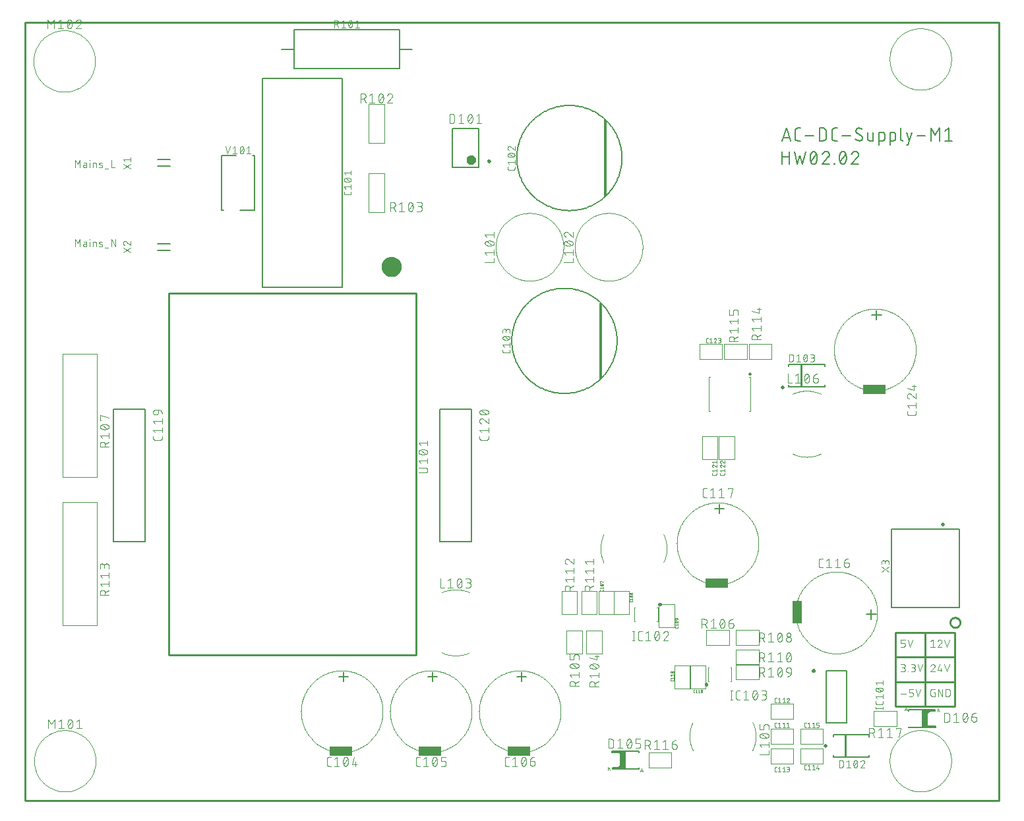
<source format=gbr>
G04 EAGLE Gerber RS-274X export*
G75*
%MOMM*%
%FSLAX34Y34*%
%LPD*%
%INSilkscreen Top*%
%IPPOS*%
%AMOC8*
5,1,8,0,0,1.08239X$1,22.5*%
G01*
%ADD10C,0.076200*%
%ADD11C,0.254000*%
%ADD12C,0.152400*%
%ADD13C,0.150000*%
%ADD14C,0.300000*%
%ADD15C,0.100000*%
%ADD16R,3.000000X1.190000*%
%ADD17C,0.101600*%
%ADD18C,0.050800*%
%ADD19C,0.025400*%
%ADD20R,1.190000X3.000000*%
%ADD21C,0.600000*%
%ADD22C,0.250000*%
%ADD23C,0.200000*%
%ADD24C,0.500000*%
%ADD25C,1.270000*%
%ADD26C,0.127000*%
%ADD27C,0.130000*%
%ADD28C,0.254000*%

G36*
X770225Y40569D02*
X770225Y40569D01*
X770225Y40570D01*
X770225Y63430D01*
X770221Y63435D01*
X770220Y63435D01*
X752440Y63435D01*
X752435Y63431D01*
X752435Y63430D01*
X752435Y62160D01*
X752439Y62155D01*
X752440Y62155D01*
X761328Y62155D01*
X763865Y59618D01*
X763865Y44382D01*
X761328Y41845D01*
X753710Y41845D01*
X753705Y41841D01*
X753705Y41840D01*
X753705Y40570D01*
X753709Y40565D01*
X753710Y40565D01*
X770220Y40565D01*
X770225Y40569D01*
G37*
G36*
X1169565Y93569D02*
X1169565Y93569D01*
X1169565Y93570D01*
X1169565Y94840D01*
X1169561Y94845D01*
X1169560Y94845D01*
X1160672Y94845D01*
X1158135Y97382D01*
X1158135Y112618D01*
X1160672Y115155D01*
X1168290Y115155D01*
X1168295Y115159D01*
X1168295Y115160D01*
X1168295Y116430D01*
X1168291Y116435D01*
X1168290Y116435D01*
X1151780Y116435D01*
X1151775Y116431D01*
X1151775Y116430D01*
X1151775Y93570D01*
X1151779Y93565D01*
X1151780Y93565D01*
X1169560Y93565D01*
X1169565Y93569D01*
G37*
D10*
X1167653Y172530D02*
X1167651Y172625D01*
X1167645Y172719D01*
X1167636Y172813D01*
X1167623Y172907D01*
X1167606Y173000D01*
X1167585Y173092D01*
X1167560Y173184D01*
X1167532Y173274D01*
X1167500Y173363D01*
X1167465Y173451D01*
X1167426Y173537D01*
X1167384Y173622D01*
X1167338Y173705D01*
X1167289Y173786D01*
X1167237Y173865D01*
X1167182Y173942D01*
X1167123Y174016D01*
X1167062Y174088D01*
X1166998Y174158D01*
X1166931Y174225D01*
X1166861Y174289D01*
X1166789Y174350D01*
X1166715Y174409D01*
X1166638Y174464D01*
X1166559Y174516D01*
X1166478Y174565D01*
X1166395Y174611D01*
X1166310Y174653D01*
X1166224Y174692D01*
X1166136Y174727D01*
X1166047Y174759D01*
X1165957Y174787D01*
X1165865Y174812D01*
X1165773Y174833D01*
X1165680Y174850D01*
X1165586Y174863D01*
X1165492Y174872D01*
X1165398Y174878D01*
X1165303Y174880D01*
X1165303Y174879D02*
X1165195Y174877D01*
X1165086Y174871D01*
X1164978Y174861D01*
X1164871Y174848D01*
X1164764Y174830D01*
X1164657Y174809D01*
X1164552Y174784D01*
X1164447Y174755D01*
X1164344Y174723D01*
X1164242Y174686D01*
X1164141Y174646D01*
X1164042Y174603D01*
X1163944Y174556D01*
X1163848Y174505D01*
X1163754Y174451D01*
X1163662Y174394D01*
X1163572Y174333D01*
X1163484Y174269D01*
X1163399Y174203D01*
X1163316Y174133D01*
X1163236Y174060D01*
X1163158Y173984D01*
X1163083Y173906D01*
X1163011Y173825D01*
X1162942Y173741D01*
X1162876Y173655D01*
X1162813Y173567D01*
X1162754Y173476D01*
X1162697Y173384D01*
X1162644Y173289D01*
X1162595Y173193D01*
X1162549Y173094D01*
X1162506Y172995D01*
X1162467Y172893D01*
X1162432Y172791D01*
X1166869Y170702D02*
X1166938Y170771D01*
X1167004Y170842D01*
X1167068Y170915D01*
X1167129Y170991D01*
X1167187Y171070D01*
X1167241Y171150D01*
X1167293Y171233D01*
X1167341Y171317D01*
X1167387Y171403D01*
X1167428Y171491D01*
X1167467Y171581D01*
X1167502Y171672D01*
X1167533Y171764D01*
X1167561Y171857D01*
X1167585Y171951D01*
X1167605Y172046D01*
X1167622Y172142D01*
X1167635Y172239D01*
X1167644Y172336D01*
X1167650Y172433D01*
X1167652Y172530D01*
X1166869Y170702D02*
X1162431Y165481D01*
X1167652Y165481D01*
X1171575Y167569D02*
X1173663Y174879D01*
X1171575Y167569D02*
X1176796Y167569D01*
X1175230Y169658D02*
X1175230Y165481D01*
X1183329Y165481D02*
X1180197Y174879D01*
X1186462Y174879D02*
X1183329Y165481D01*
X1162431Y204541D02*
X1165042Y206629D01*
X1165042Y197231D01*
X1167652Y197231D02*
X1162431Y197231D01*
X1174447Y206630D02*
X1174542Y206628D01*
X1174636Y206622D01*
X1174730Y206613D01*
X1174824Y206600D01*
X1174917Y206583D01*
X1175009Y206562D01*
X1175101Y206537D01*
X1175191Y206509D01*
X1175280Y206477D01*
X1175368Y206442D01*
X1175454Y206403D01*
X1175539Y206361D01*
X1175622Y206315D01*
X1175703Y206266D01*
X1175782Y206214D01*
X1175859Y206159D01*
X1175933Y206100D01*
X1176005Y206039D01*
X1176075Y205975D01*
X1176142Y205908D01*
X1176206Y205838D01*
X1176267Y205766D01*
X1176326Y205692D01*
X1176381Y205615D01*
X1176433Y205536D01*
X1176482Y205455D01*
X1176528Y205372D01*
X1176570Y205287D01*
X1176609Y205201D01*
X1176644Y205113D01*
X1176676Y205024D01*
X1176704Y204934D01*
X1176729Y204842D01*
X1176750Y204750D01*
X1176767Y204657D01*
X1176780Y204563D01*
X1176789Y204469D01*
X1176795Y204375D01*
X1176797Y204280D01*
X1174447Y206629D02*
X1174339Y206627D01*
X1174230Y206621D01*
X1174122Y206611D01*
X1174015Y206598D01*
X1173908Y206580D01*
X1173801Y206559D01*
X1173696Y206534D01*
X1173591Y206505D01*
X1173488Y206473D01*
X1173386Y206436D01*
X1173285Y206396D01*
X1173186Y206353D01*
X1173088Y206306D01*
X1172992Y206255D01*
X1172898Y206201D01*
X1172806Y206144D01*
X1172716Y206083D01*
X1172628Y206019D01*
X1172543Y205953D01*
X1172460Y205883D01*
X1172380Y205810D01*
X1172302Y205734D01*
X1172227Y205656D01*
X1172155Y205575D01*
X1172086Y205491D01*
X1172020Y205405D01*
X1171957Y205317D01*
X1171898Y205226D01*
X1171841Y205134D01*
X1171788Y205039D01*
X1171739Y204943D01*
X1171693Y204844D01*
X1171650Y204745D01*
X1171611Y204643D01*
X1171576Y204541D01*
X1176013Y202452D02*
X1176082Y202521D01*
X1176148Y202592D01*
X1176212Y202665D01*
X1176273Y202741D01*
X1176331Y202820D01*
X1176385Y202900D01*
X1176437Y202983D01*
X1176485Y203067D01*
X1176531Y203153D01*
X1176572Y203241D01*
X1176611Y203331D01*
X1176646Y203422D01*
X1176677Y203514D01*
X1176705Y203607D01*
X1176729Y203701D01*
X1176749Y203796D01*
X1176766Y203892D01*
X1176779Y203989D01*
X1176788Y204086D01*
X1176794Y204183D01*
X1176796Y204280D01*
X1176013Y202452D02*
X1171575Y197231D01*
X1176796Y197231D01*
X1183329Y197231D02*
X1180197Y206629D01*
X1186462Y206629D02*
X1183329Y197231D01*
X1127464Y197231D02*
X1124331Y197231D01*
X1127464Y197231D02*
X1127553Y197233D01*
X1127641Y197239D01*
X1127729Y197248D01*
X1127817Y197261D01*
X1127904Y197278D01*
X1127990Y197298D01*
X1128075Y197323D01*
X1128160Y197350D01*
X1128243Y197382D01*
X1128324Y197416D01*
X1128404Y197455D01*
X1128482Y197496D01*
X1128559Y197541D01*
X1128633Y197589D01*
X1128706Y197640D01*
X1128776Y197694D01*
X1128843Y197752D01*
X1128909Y197812D01*
X1128971Y197874D01*
X1129031Y197940D01*
X1129089Y198007D01*
X1129143Y198077D01*
X1129194Y198150D01*
X1129242Y198224D01*
X1129287Y198301D01*
X1129328Y198379D01*
X1129367Y198459D01*
X1129401Y198540D01*
X1129433Y198623D01*
X1129460Y198708D01*
X1129485Y198793D01*
X1129505Y198879D01*
X1129522Y198966D01*
X1129535Y199054D01*
X1129544Y199142D01*
X1129550Y199230D01*
X1129552Y199319D01*
X1129552Y200364D01*
X1129550Y200453D01*
X1129544Y200541D01*
X1129535Y200629D01*
X1129522Y200717D01*
X1129505Y200804D01*
X1129485Y200890D01*
X1129460Y200975D01*
X1129433Y201060D01*
X1129401Y201143D01*
X1129367Y201224D01*
X1129328Y201304D01*
X1129287Y201382D01*
X1129242Y201459D01*
X1129194Y201533D01*
X1129143Y201606D01*
X1129089Y201676D01*
X1129031Y201743D01*
X1128971Y201809D01*
X1128909Y201871D01*
X1128843Y201931D01*
X1128776Y201989D01*
X1128706Y202043D01*
X1128633Y202094D01*
X1128559Y202142D01*
X1128482Y202187D01*
X1128404Y202228D01*
X1128324Y202267D01*
X1128243Y202301D01*
X1128160Y202333D01*
X1128075Y202360D01*
X1127990Y202385D01*
X1127904Y202405D01*
X1127817Y202422D01*
X1127729Y202435D01*
X1127641Y202444D01*
X1127553Y202450D01*
X1127464Y202452D01*
X1124331Y202452D01*
X1124331Y206629D01*
X1129552Y206629D01*
X1132953Y206629D02*
X1136086Y197231D01*
X1139218Y206629D01*
X1126942Y165481D02*
X1124331Y165481D01*
X1126942Y165481D02*
X1127043Y165483D01*
X1127144Y165489D01*
X1127245Y165499D01*
X1127345Y165512D01*
X1127445Y165530D01*
X1127544Y165551D01*
X1127642Y165577D01*
X1127739Y165606D01*
X1127835Y165638D01*
X1127929Y165675D01*
X1128022Y165715D01*
X1128114Y165759D01*
X1128203Y165806D01*
X1128291Y165857D01*
X1128377Y165911D01*
X1128460Y165968D01*
X1128542Y166028D01*
X1128620Y166092D01*
X1128697Y166158D01*
X1128770Y166228D01*
X1128841Y166300D01*
X1128909Y166375D01*
X1128974Y166453D01*
X1129036Y166533D01*
X1129095Y166615D01*
X1129151Y166700D01*
X1129203Y166786D01*
X1129252Y166875D01*
X1129298Y166966D01*
X1129339Y167058D01*
X1129378Y167152D01*
X1129412Y167247D01*
X1129443Y167343D01*
X1129470Y167441D01*
X1129494Y167539D01*
X1129513Y167639D01*
X1129529Y167739D01*
X1129541Y167839D01*
X1129549Y167940D01*
X1129553Y168041D01*
X1129553Y168143D01*
X1129549Y168244D01*
X1129541Y168345D01*
X1129529Y168445D01*
X1129513Y168545D01*
X1129494Y168645D01*
X1129470Y168743D01*
X1129443Y168841D01*
X1129412Y168937D01*
X1129378Y169032D01*
X1129339Y169126D01*
X1129298Y169218D01*
X1129252Y169309D01*
X1129203Y169397D01*
X1129151Y169484D01*
X1129095Y169569D01*
X1129036Y169651D01*
X1128974Y169731D01*
X1128909Y169809D01*
X1128841Y169884D01*
X1128770Y169956D01*
X1128697Y170026D01*
X1128620Y170092D01*
X1128542Y170156D01*
X1128460Y170216D01*
X1128377Y170273D01*
X1128291Y170327D01*
X1128203Y170378D01*
X1128114Y170425D01*
X1128022Y170469D01*
X1127929Y170509D01*
X1127835Y170546D01*
X1127739Y170578D01*
X1127642Y170607D01*
X1127544Y170633D01*
X1127445Y170654D01*
X1127345Y170672D01*
X1127245Y170685D01*
X1127144Y170695D01*
X1127043Y170701D01*
X1126942Y170703D01*
X1127464Y174879D02*
X1124331Y174879D01*
X1127464Y174879D02*
X1127554Y174877D01*
X1127643Y174871D01*
X1127733Y174862D01*
X1127822Y174848D01*
X1127910Y174831D01*
X1127997Y174810D01*
X1128084Y174785D01*
X1128169Y174756D01*
X1128253Y174724D01*
X1128335Y174689D01*
X1128416Y174649D01*
X1128495Y174607D01*
X1128572Y174561D01*
X1128647Y174511D01*
X1128720Y174459D01*
X1128791Y174403D01*
X1128859Y174345D01*
X1128924Y174283D01*
X1128987Y174219D01*
X1129047Y174152D01*
X1129104Y174083D01*
X1129158Y174011D01*
X1129209Y173937D01*
X1129257Y173861D01*
X1129301Y173783D01*
X1129342Y173703D01*
X1129380Y173621D01*
X1129414Y173538D01*
X1129444Y173453D01*
X1129471Y173367D01*
X1129494Y173281D01*
X1129513Y173193D01*
X1129528Y173104D01*
X1129540Y173015D01*
X1129548Y172926D01*
X1129552Y172836D01*
X1129552Y172746D01*
X1129548Y172656D01*
X1129540Y172567D01*
X1129528Y172478D01*
X1129513Y172389D01*
X1129494Y172301D01*
X1129471Y172215D01*
X1129444Y172129D01*
X1129414Y172044D01*
X1129380Y171961D01*
X1129342Y171879D01*
X1129301Y171799D01*
X1129257Y171721D01*
X1129209Y171645D01*
X1129158Y171571D01*
X1129104Y171499D01*
X1129047Y171430D01*
X1128987Y171363D01*
X1128924Y171299D01*
X1128859Y171237D01*
X1128791Y171179D01*
X1128720Y171123D01*
X1128647Y171071D01*
X1128572Y171021D01*
X1128495Y170975D01*
X1128416Y170933D01*
X1128335Y170893D01*
X1128253Y170858D01*
X1128169Y170826D01*
X1128084Y170797D01*
X1127997Y170772D01*
X1127910Y170751D01*
X1127822Y170734D01*
X1127733Y170720D01*
X1127643Y170711D01*
X1127554Y170705D01*
X1127464Y170703D01*
X1127464Y170702D02*
X1125375Y170702D01*
X1133081Y166003D02*
X1133081Y165481D01*
X1133081Y166003D02*
X1133603Y166003D01*
X1133603Y165481D01*
X1133081Y165481D01*
X1137133Y165481D02*
X1139743Y165481D01*
X1139844Y165483D01*
X1139945Y165489D01*
X1140046Y165499D01*
X1140146Y165512D01*
X1140246Y165530D01*
X1140345Y165551D01*
X1140443Y165577D01*
X1140540Y165606D01*
X1140636Y165638D01*
X1140730Y165675D01*
X1140823Y165715D01*
X1140915Y165759D01*
X1141004Y165806D01*
X1141092Y165857D01*
X1141178Y165911D01*
X1141261Y165968D01*
X1141343Y166028D01*
X1141421Y166092D01*
X1141498Y166158D01*
X1141571Y166228D01*
X1141642Y166300D01*
X1141710Y166375D01*
X1141775Y166453D01*
X1141837Y166533D01*
X1141896Y166615D01*
X1141952Y166700D01*
X1142004Y166786D01*
X1142053Y166875D01*
X1142099Y166966D01*
X1142140Y167058D01*
X1142179Y167152D01*
X1142213Y167247D01*
X1142244Y167343D01*
X1142271Y167441D01*
X1142295Y167539D01*
X1142314Y167639D01*
X1142330Y167739D01*
X1142342Y167839D01*
X1142350Y167940D01*
X1142354Y168041D01*
X1142354Y168143D01*
X1142350Y168244D01*
X1142342Y168345D01*
X1142330Y168445D01*
X1142314Y168545D01*
X1142295Y168645D01*
X1142271Y168743D01*
X1142244Y168841D01*
X1142213Y168937D01*
X1142179Y169032D01*
X1142140Y169126D01*
X1142099Y169218D01*
X1142053Y169309D01*
X1142004Y169397D01*
X1141952Y169484D01*
X1141896Y169569D01*
X1141837Y169651D01*
X1141775Y169731D01*
X1141710Y169809D01*
X1141642Y169884D01*
X1141571Y169956D01*
X1141498Y170026D01*
X1141421Y170092D01*
X1141343Y170156D01*
X1141261Y170216D01*
X1141178Y170273D01*
X1141092Y170327D01*
X1141004Y170378D01*
X1140915Y170425D01*
X1140823Y170469D01*
X1140730Y170509D01*
X1140636Y170546D01*
X1140540Y170578D01*
X1140443Y170607D01*
X1140345Y170633D01*
X1140246Y170654D01*
X1140146Y170672D01*
X1140046Y170685D01*
X1139945Y170695D01*
X1139844Y170701D01*
X1139743Y170703D01*
X1140265Y174879D02*
X1137133Y174879D01*
X1140265Y174879D02*
X1140355Y174877D01*
X1140444Y174871D01*
X1140534Y174862D01*
X1140623Y174848D01*
X1140711Y174831D01*
X1140798Y174810D01*
X1140885Y174785D01*
X1140970Y174756D01*
X1141054Y174724D01*
X1141136Y174689D01*
X1141217Y174649D01*
X1141296Y174607D01*
X1141373Y174561D01*
X1141448Y174511D01*
X1141521Y174459D01*
X1141592Y174403D01*
X1141660Y174345D01*
X1141725Y174283D01*
X1141788Y174219D01*
X1141848Y174152D01*
X1141905Y174083D01*
X1141959Y174011D01*
X1142010Y173937D01*
X1142058Y173861D01*
X1142102Y173783D01*
X1142143Y173703D01*
X1142181Y173621D01*
X1142215Y173538D01*
X1142245Y173453D01*
X1142272Y173367D01*
X1142295Y173281D01*
X1142314Y173193D01*
X1142329Y173104D01*
X1142341Y173015D01*
X1142349Y172926D01*
X1142353Y172836D01*
X1142353Y172746D01*
X1142349Y172656D01*
X1142341Y172567D01*
X1142329Y172478D01*
X1142314Y172389D01*
X1142295Y172301D01*
X1142272Y172215D01*
X1142245Y172129D01*
X1142215Y172044D01*
X1142181Y171961D01*
X1142143Y171879D01*
X1142102Y171799D01*
X1142058Y171721D01*
X1142010Y171645D01*
X1141959Y171571D01*
X1141905Y171499D01*
X1141848Y171430D01*
X1141788Y171363D01*
X1141725Y171299D01*
X1141660Y171237D01*
X1141592Y171179D01*
X1141521Y171123D01*
X1141448Y171071D01*
X1141373Y171021D01*
X1141296Y170975D01*
X1141217Y170933D01*
X1141136Y170893D01*
X1141054Y170858D01*
X1140970Y170826D01*
X1140885Y170797D01*
X1140798Y170772D01*
X1140711Y170751D01*
X1140623Y170734D01*
X1140534Y170720D01*
X1140444Y170711D01*
X1140355Y170705D01*
X1140265Y170703D01*
X1140265Y170702D02*
X1138177Y170702D01*
X1145754Y174879D02*
X1148887Y165481D01*
X1152020Y174879D01*
X1130596Y137386D02*
X1124331Y137386D01*
X1134607Y133731D02*
X1137739Y133731D01*
X1137828Y133733D01*
X1137916Y133739D01*
X1138004Y133748D01*
X1138092Y133761D01*
X1138179Y133778D01*
X1138265Y133798D01*
X1138350Y133823D01*
X1138435Y133850D01*
X1138518Y133882D01*
X1138599Y133916D01*
X1138679Y133955D01*
X1138757Y133996D01*
X1138834Y134041D01*
X1138908Y134089D01*
X1138981Y134140D01*
X1139051Y134194D01*
X1139118Y134252D01*
X1139184Y134312D01*
X1139246Y134374D01*
X1139306Y134440D01*
X1139364Y134507D01*
X1139418Y134577D01*
X1139469Y134650D01*
X1139517Y134724D01*
X1139562Y134801D01*
X1139603Y134879D01*
X1139642Y134959D01*
X1139676Y135040D01*
X1139708Y135123D01*
X1139735Y135208D01*
X1139760Y135293D01*
X1139780Y135379D01*
X1139797Y135466D01*
X1139810Y135554D01*
X1139819Y135642D01*
X1139825Y135730D01*
X1139827Y135819D01*
X1139828Y135819D02*
X1139828Y136864D01*
X1139827Y136864D02*
X1139825Y136953D01*
X1139819Y137041D01*
X1139810Y137129D01*
X1139797Y137217D01*
X1139780Y137304D01*
X1139760Y137390D01*
X1139735Y137475D01*
X1139708Y137560D01*
X1139676Y137643D01*
X1139642Y137724D01*
X1139603Y137804D01*
X1139562Y137882D01*
X1139517Y137959D01*
X1139469Y138033D01*
X1139418Y138106D01*
X1139364Y138176D01*
X1139306Y138243D01*
X1139246Y138309D01*
X1139184Y138371D01*
X1139118Y138431D01*
X1139051Y138489D01*
X1138981Y138543D01*
X1138908Y138594D01*
X1138834Y138642D01*
X1138757Y138687D01*
X1138679Y138728D01*
X1138599Y138767D01*
X1138518Y138801D01*
X1138435Y138833D01*
X1138350Y138860D01*
X1138265Y138885D01*
X1138179Y138905D01*
X1138092Y138922D01*
X1138004Y138935D01*
X1137916Y138944D01*
X1137828Y138950D01*
X1137739Y138952D01*
X1134607Y138952D01*
X1134607Y143129D01*
X1139828Y143129D01*
X1143229Y143129D02*
X1146361Y133731D01*
X1149494Y143129D01*
X1166086Y138952D02*
X1167652Y138952D01*
X1167652Y133731D01*
X1164519Y133731D01*
X1164430Y133733D01*
X1164342Y133739D01*
X1164254Y133748D01*
X1164166Y133761D01*
X1164079Y133778D01*
X1163993Y133798D01*
X1163908Y133823D01*
X1163823Y133850D01*
X1163740Y133882D01*
X1163659Y133916D01*
X1163579Y133955D01*
X1163501Y133996D01*
X1163424Y134041D01*
X1163350Y134089D01*
X1163277Y134140D01*
X1163207Y134194D01*
X1163140Y134252D01*
X1163074Y134312D01*
X1163012Y134374D01*
X1162952Y134440D01*
X1162894Y134507D01*
X1162840Y134577D01*
X1162789Y134650D01*
X1162741Y134724D01*
X1162696Y134801D01*
X1162655Y134879D01*
X1162616Y134959D01*
X1162582Y135040D01*
X1162550Y135123D01*
X1162523Y135208D01*
X1162498Y135293D01*
X1162478Y135379D01*
X1162461Y135466D01*
X1162448Y135554D01*
X1162439Y135642D01*
X1162433Y135730D01*
X1162431Y135819D01*
X1162431Y141041D01*
X1162433Y141132D01*
X1162439Y141223D01*
X1162449Y141314D01*
X1162463Y141404D01*
X1162480Y141493D01*
X1162502Y141581D01*
X1162528Y141669D01*
X1162557Y141755D01*
X1162590Y141840D01*
X1162627Y141923D01*
X1162667Y142005D01*
X1162711Y142085D01*
X1162758Y142163D01*
X1162809Y142239D01*
X1162862Y142312D01*
X1162919Y142383D01*
X1162980Y142452D01*
X1163043Y142517D01*
X1163108Y142580D01*
X1163177Y142640D01*
X1163248Y142698D01*
X1163321Y142751D01*
X1163397Y142802D01*
X1163475Y142849D01*
X1163555Y142893D01*
X1163637Y142933D01*
X1163720Y142970D01*
X1163805Y143003D01*
X1163891Y143032D01*
X1163979Y143058D01*
X1164067Y143080D01*
X1164156Y143097D01*
X1164246Y143111D01*
X1164337Y143121D01*
X1164428Y143127D01*
X1164519Y143129D01*
X1167652Y143129D01*
X1172185Y143129D02*
X1172185Y133731D01*
X1177406Y133731D02*
X1172185Y143129D01*
X1177406Y143129D02*
X1177406Y133731D01*
X1181938Y133731D02*
X1181938Y143129D01*
X1184549Y143129D01*
X1184649Y143127D01*
X1184749Y143121D01*
X1184848Y143112D01*
X1184948Y143098D01*
X1185046Y143081D01*
X1185144Y143060D01*
X1185241Y143036D01*
X1185337Y143007D01*
X1185432Y142975D01*
X1185525Y142940D01*
X1185617Y142901D01*
X1185708Y142858D01*
X1185796Y142812D01*
X1185883Y142762D01*
X1185968Y142710D01*
X1186051Y142654D01*
X1186132Y142595D01*
X1186210Y142532D01*
X1186286Y142467D01*
X1186360Y142399D01*
X1186430Y142329D01*
X1186498Y142255D01*
X1186563Y142179D01*
X1186626Y142101D01*
X1186685Y142020D01*
X1186741Y141937D01*
X1186793Y141852D01*
X1186843Y141765D01*
X1186889Y141677D01*
X1186932Y141586D01*
X1186971Y141494D01*
X1187006Y141401D01*
X1187038Y141306D01*
X1187067Y141210D01*
X1187091Y141113D01*
X1187112Y141015D01*
X1187129Y140917D01*
X1187143Y140817D01*
X1187152Y140718D01*
X1187158Y140618D01*
X1187160Y140518D01*
X1187159Y140518D02*
X1187159Y136342D01*
X1187160Y136342D02*
X1187158Y136242D01*
X1187152Y136142D01*
X1187143Y136043D01*
X1187129Y135943D01*
X1187112Y135845D01*
X1187091Y135747D01*
X1187067Y135650D01*
X1187038Y135554D01*
X1187006Y135459D01*
X1186971Y135366D01*
X1186932Y135274D01*
X1186889Y135183D01*
X1186843Y135095D01*
X1186793Y135008D01*
X1186741Y134923D01*
X1186685Y134840D01*
X1186626Y134759D01*
X1186563Y134681D01*
X1186498Y134605D01*
X1186430Y134531D01*
X1186360Y134461D01*
X1186286Y134393D01*
X1186210Y134328D01*
X1186132Y134265D01*
X1186051Y134206D01*
X1185968Y134150D01*
X1185883Y134098D01*
X1185796Y134048D01*
X1185708Y134002D01*
X1185617Y133959D01*
X1185525Y133920D01*
X1185432Y133885D01*
X1185337Y133853D01*
X1185241Y133824D01*
X1185144Y133800D01*
X1185046Y133779D01*
X1184948Y133762D01*
X1184848Y133748D01*
X1184749Y133739D01*
X1184649Y133733D01*
X1184549Y133731D01*
X1181938Y133731D01*
D11*
X1193800Y184150D02*
X1117600Y184150D01*
X1117600Y152400D01*
X1117600Y120650D01*
X1117600Y184150D02*
X1117600Y215900D01*
X1155700Y215900D01*
X1193800Y215900D01*
X1193800Y152400D01*
X1193800Y120650D01*
X1155700Y120650D01*
X1117600Y120650D01*
X1117600Y152400D02*
X1193800Y152400D01*
X1155700Y120650D02*
X1155700Y215900D01*
X1187450Y228600D02*
X1187452Y228759D01*
X1187458Y228918D01*
X1187468Y229076D01*
X1187482Y229235D01*
X1187500Y229393D01*
X1187521Y229550D01*
X1187547Y229707D01*
X1187577Y229863D01*
X1187610Y230019D01*
X1187648Y230173D01*
X1187689Y230327D01*
X1187734Y230479D01*
X1187783Y230630D01*
X1187836Y230780D01*
X1187892Y230929D01*
X1187953Y231076D01*
X1188016Y231221D01*
X1188084Y231365D01*
X1188155Y231508D01*
X1188229Y231648D01*
X1188307Y231786D01*
X1188389Y231923D01*
X1188474Y232057D01*
X1188562Y232190D01*
X1188653Y232320D01*
X1188748Y232447D01*
X1188846Y232572D01*
X1188947Y232695D01*
X1189051Y232815D01*
X1189158Y232933D01*
X1189268Y233048D01*
X1189381Y233160D01*
X1189496Y233269D01*
X1189614Y233375D01*
X1189735Y233479D01*
X1189859Y233579D01*
X1189984Y233676D01*
X1190113Y233770D01*
X1190243Y233860D01*
X1190376Y233948D01*
X1190511Y234032D01*
X1190648Y234112D01*
X1190787Y234190D01*
X1190928Y234263D01*
X1191070Y234333D01*
X1191215Y234400D01*
X1191361Y234463D01*
X1191508Y234522D01*
X1191657Y234578D01*
X1191808Y234629D01*
X1191959Y234677D01*
X1192112Y234721D01*
X1192266Y234762D01*
X1192420Y234798D01*
X1192576Y234831D01*
X1192732Y234860D01*
X1192889Y234884D01*
X1193047Y234905D01*
X1193205Y234922D01*
X1193363Y234935D01*
X1193522Y234944D01*
X1193681Y234949D01*
X1193840Y234950D01*
X1193999Y234947D01*
X1194157Y234940D01*
X1194316Y234929D01*
X1194474Y234914D01*
X1194632Y234895D01*
X1194789Y234872D01*
X1194946Y234846D01*
X1195102Y234815D01*
X1195257Y234781D01*
X1195411Y234742D01*
X1195565Y234700D01*
X1195717Y234654D01*
X1195868Y234604D01*
X1196017Y234550D01*
X1196166Y234493D01*
X1196312Y234432D01*
X1196458Y234367D01*
X1196601Y234299D01*
X1196743Y234227D01*
X1196883Y234151D01*
X1197021Y234073D01*
X1197157Y233990D01*
X1197291Y233905D01*
X1197422Y233816D01*
X1197552Y233723D01*
X1197679Y233628D01*
X1197803Y233529D01*
X1197926Y233427D01*
X1198045Y233323D01*
X1198162Y233215D01*
X1198276Y233104D01*
X1198387Y232991D01*
X1198496Y232875D01*
X1198601Y232756D01*
X1198704Y232634D01*
X1198803Y232510D01*
X1198900Y232384D01*
X1198993Y232255D01*
X1199083Y232124D01*
X1199169Y231990D01*
X1199252Y231855D01*
X1199332Y231717D01*
X1199408Y231578D01*
X1199481Y231437D01*
X1199550Y231294D01*
X1199616Y231149D01*
X1199678Y231002D01*
X1199736Y230855D01*
X1199791Y230705D01*
X1199842Y230555D01*
X1199889Y230403D01*
X1199932Y230250D01*
X1199971Y230096D01*
X1200007Y229941D01*
X1200038Y229785D01*
X1200066Y229629D01*
X1200090Y229472D01*
X1200110Y229314D01*
X1200126Y229156D01*
X1200138Y228997D01*
X1200146Y228838D01*
X1200150Y228679D01*
X1200150Y228521D01*
X1200146Y228362D01*
X1200138Y228203D01*
X1200126Y228044D01*
X1200110Y227886D01*
X1200090Y227728D01*
X1200066Y227571D01*
X1200038Y227415D01*
X1200007Y227259D01*
X1199971Y227104D01*
X1199932Y226950D01*
X1199889Y226797D01*
X1199842Y226645D01*
X1199791Y226495D01*
X1199736Y226345D01*
X1199678Y226198D01*
X1199616Y226051D01*
X1199550Y225906D01*
X1199481Y225763D01*
X1199408Y225622D01*
X1199332Y225483D01*
X1199252Y225345D01*
X1199169Y225210D01*
X1199083Y225076D01*
X1198993Y224945D01*
X1198900Y224816D01*
X1198803Y224690D01*
X1198704Y224566D01*
X1198601Y224444D01*
X1198496Y224325D01*
X1198387Y224209D01*
X1198276Y224096D01*
X1198162Y223985D01*
X1198045Y223877D01*
X1197926Y223773D01*
X1197803Y223671D01*
X1197679Y223572D01*
X1197552Y223477D01*
X1197422Y223384D01*
X1197291Y223295D01*
X1197157Y223210D01*
X1197021Y223127D01*
X1196883Y223049D01*
X1196743Y222973D01*
X1196601Y222901D01*
X1196458Y222833D01*
X1196312Y222768D01*
X1196166Y222707D01*
X1196017Y222650D01*
X1195868Y222596D01*
X1195717Y222546D01*
X1195565Y222500D01*
X1195411Y222458D01*
X1195257Y222419D01*
X1195102Y222385D01*
X1194946Y222354D01*
X1194789Y222328D01*
X1194632Y222305D01*
X1194474Y222286D01*
X1194316Y222271D01*
X1194157Y222260D01*
X1193999Y222253D01*
X1193840Y222250D01*
X1193681Y222251D01*
X1193522Y222256D01*
X1193363Y222265D01*
X1193205Y222278D01*
X1193047Y222295D01*
X1192889Y222316D01*
X1192732Y222340D01*
X1192576Y222369D01*
X1192420Y222402D01*
X1192266Y222438D01*
X1192112Y222479D01*
X1191959Y222523D01*
X1191808Y222571D01*
X1191657Y222622D01*
X1191508Y222678D01*
X1191361Y222737D01*
X1191215Y222800D01*
X1191070Y222867D01*
X1190928Y222937D01*
X1190787Y223010D01*
X1190648Y223088D01*
X1190511Y223168D01*
X1190376Y223252D01*
X1190243Y223340D01*
X1190113Y223430D01*
X1189984Y223524D01*
X1189859Y223621D01*
X1189735Y223721D01*
X1189614Y223825D01*
X1189496Y223931D01*
X1189381Y224040D01*
X1189268Y224152D01*
X1189158Y224267D01*
X1189051Y224385D01*
X1188947Y224505D01*
X1188846Y224628D01*
X1188748Y224753D01*
X1188653Y224880D01*
X1188562Y225010D01*
X1188474Y225143D01*
X1188389Y225277D01*
X1188307Y225414D01*
X1188229Y225552D01*
X1188155Y225692D01*
X1188084Y225835D01*
X1188016Y225979D01*
X1187953Y226124D01*
X1187892Y226271D01*
X1187836Y226420D01*
X1187783Y226570D01*
X1187734Y226721D01*
X1187689Y226873D01*
X1187648Y227027D01*
X1187610Y227181D01*
X1187577Y227337D01*
X1187547Y227493D01*
X1187521Y227650D01*
X1187500Y227807D01*
X1187482Y227965D01*
X1187468Y228124D01*
X1187458Y228282D01*
X1187452Y228441D01*
X1187450Y228600D01*
D10*
X63881Y813181D02*
X63881Y822579D01*
X67014Y817358D01*
X70146Y822579D01*
X70146Y813181D01*
X76156Y816836D02*
X78505Y816836D01*
X76156Y816835D02*
X76072Y816833D01*
X75987Y816827D01*
X75904Y816817D01*
X75820Y816804D01*
X75738Y816786D01*
X75656Y816765D01*
X75575Y816740D01*
X75496Y816712D01*
X75418Y816679D01*
X75342Y816643D01*
X75267Y816604D01*
X75194Y816561D01*
X75123Y816515D01*
X75055Y816466D01*
X74989Y816414D01*
X74925Y816358D01*
X74864Y816300D01*
X74806Y816239D01*
X74750Y816175D01*
X74698Y816109D01*
X74649Y816041D01*
X74603Y815970D01*
X74560Y815897D01*
X74521Y815822D01*
X74485Y815746D01*
X74452Y815668D01*
X74424Y815589D01*
X74399Y815508D01*
X74378Y815426D01*
X74360Y815344D01*
X74347Y815260D01*
X74337Y815177D01*
X74331Y815092D01*
X74329Y815008D01*
X74331Y814924D01*
X74337Y814839D01*
X74347Y814756D01*
X74360Y814672D01*
X74378Y814590D01*
X74399Y814508D01*
X74424Y814427D01*
X74452Y814348D01*
X74485Y814270D01*
X74521Y814194D01*
X74560Y814119D01*
X74603Y814046D01*
X74649Y813975D01*
X74698Y813907D01*
X74750Y813841D01*
X74806Y813777D01*
X74864Y813716D01*
X74925Y813658D01*
X74989Y813602D01*
X75055Y813550D01*
X75123Y813501D01*
X75194Y813455D01*
X75267Y813412D01*
X75342Y813373D01*
X75418Y813337D01*
X75496Y813304D01*
X75575Y813276D01*
X75656Y813251D01*
X75738Y813230D01*
X75820Y813212D01*
X75904Y813199D01*
X75987Y813189D01*
X76072Y813183D01*
X76156Y813181D01*
X78505Y813181D01*
X78505Y817880D01*
X78503Y817957D01*
X78497Y818033D01*
X78488Y818110D01*
X78475Y818186D01*
X78458Y818261D01*
X78438Y818335D01*
X78413Y818408D01*
X78386Y818479D01*
X78355Y818550D01*
X78320Y818618D01*
X78282Y818685D01*
X78241Y818750D01*
X78197Y818813D01*
X78150Y818873D01*
X78099Y818932D01*
X78046Y818987D01*
X77991Y819040D01*
X77932Y819091D01*
X77872Y819138D01*
X77809Y819182D01*
X77744Y819223D01*
X77677Y819261D01*
X77609Y819296D01*
X77538Y819327D01*
X77467Y819354D01*
X77394Y819379D01*
X77320Y819399D01*
X77245Y819416D01*
X77169Y819429D01*
X77092Y819438D01*
X77016Y819444D01*
X76939Y819446D01*
X74850Y819446D01*
X82558Y819446D02*
X82558Y813181D01*
X82297Y822057D02*
X82297Y822579D01*
X82819Y822579D01*
X82819Y822057D01*
X82297Y822057D01*
X86566Y819446D02*
X86566Y813181D01*
X86566Y819446D02*
X89176Y819446D01*
X89253Y819444D01*
X89329Y819438D01*
X89406Y819429D01*
X89482Y819416D01*
X89557Y819399D01*
X89631Y819379D01*
X89704Y819354D01*
X89775Y819327D01*
X89846Y819296D01*
X89914Y819261D01*
X89981Y819223D01*
X90046Y819182D01*
X90109Y819138D01*
X90169Y819091D01*
X90228Y819040D01*
X90283Y818987D01*
X90336Y818932D01*
X90387Y818873D01*
X90434Y818813D01*
X90478Y818750D01*
X90519Y818685D01*
X90557Y818618D01*
X90592Y818550D01*
X90623Y818479D01*
X90650Y818408D01*
X90675Y818335D01*
X90695Y818261D01*
X90712Y818186D01*
X90725Y818110D01*
X90734Y818034D01*
X90740Y817957D01*
X90742Y817880D01*
X90743Y817880D02*
X90743Y813181D01*
X95579Y816836D02*
X98189Y815792D01*
X95578Y816836D02*
X95512Y816864D01*
X95447Y816897D01*
X95384Y816932D01*
X95323Y816971D01*
X95264Y817013D01*
X95208Y817058D01*
X95154Y817106D01*
X95103Y817157D01*
X95054Y817210D01*
X95009Y817267D01*
X94966Y817325D01*
X94927Y817385D01*
X94890Y817448D01*
X94858Y817513D01*
X94829Y817579D01*
X94803Y817646D01*
X94781Y817715D01*
X94763Y817785D01*
X94748Y817856D01*
X94737Y817927D01*
X94730Y817999D01*
X94727Y818071D01*
X94728Y818143D01*
X94733Y818216D01*
X94741Y818287D01*
X94753Y818359D01*
X94769Y818429D01*
X94789Y818498D01*
X94813Y818567D01*
X94840Y818634D01*
X94870Y818699D01*
X94904Y818763D01*
X94942Y818825D01*
X94982Y818885D01*
X95026Y818942D01*
X95073Y818997D01*
X95123Y819050D01*
X95175Y819099D01*
X95230Y819146D01*
X95287Y819190D01*
X95347Y819231D01*
X95409Y819268D01*
X95473Y819303D01*
X95538Y819333D01*
X95605Y819361D01*
X95673Y819384D01*
X95743Y819404D01*
X95813Y819420D01*
X95884Y819433D01*
X95956Y819441D01*
X96028Y819446D01*
X96100Y819447D01*
X96101Y819446D02*
X96252Y819442D01*
X96403Y819434D01*
X96554Y819423D01*
X96705Y819407D01*
X96855Y819387D01*
X97005Y819364D01*
X97154Y819337D01*
X97302Y819306D01*
X97450Y819271D01*
X97596Y819233D01*
X97742Y819190D01*
X97886Y819144D01*
X98029Y819095D01*
X98171Y819042D01*
X98311Y818985D01*
X98450Y818924D01*
X98189Y815792D02*
X98255Y815764D01*
X98320Y815731D01*
X98383Y815696D01*
X98444Y815657D01*
X98503Y815615D01*
X98559Y815570D01*
X98613Y815522D01*
X98664Y815471D01*
X98713Y815418D01*
X98758Y815361D01*
X98801Y815303D01*
X98840Y815243D01*
X98877Y815180D01*
X98909Y815115D01*
X98938Y815049D01*
X98964Y814982D01*
X98986Y814913D01*
X99004Y814843D01*
X99019Y814772D01*
X99030Y814701D01*
X99037Y814629D01*
X99040Y814557D01*
X99039Y814485D01*
X99034Y814412D01*
X99026Y814341D01*
X99014Y814269D01*
X98998Y814199D01*
X98978Y814130D01*
X98954Y814061D01*
X98927Y813994D01*
X98897Y813929D01*
X98863Y813865D01*
X98825Y813803D01*
X98785Y813743D01*
X98741Y813686D01*
X98694Y813631D01*
X98644Y813578D01*
X98592Y813529D01*
X98537Y813482D01*
X98480Y813438D01*
X98420Y813397D01*
X98358Y813360D01*
X98294Y813325D01*
X98229Y813295D01*
X98162Y813267D01*
X98094Y813244D01*
X98024Y813224D01*
X97954Y813208D01*
X97883Y813195D01*
X97811Y813187D01*
X97739Y813182D01*
X97667Y813181D01*
X97457Y813186D01*
X97248Y813197D01*
X97039Y813212D01*
X96831Y813232D01*
X96623Y813258D01*
X96416Y813288D01*
X96209Y813323D01*
X96004Y813363D01*
X95799Y813407D01*
X95596Y813457D01*
X95393Y813511D01*
X95192Y813571D01*
X94993Y813634D01*
X94795Y813703D01*
X102415Y812137D02*
X106592Y812137D01*
X110445Y813181D02*
X110445Y822579D01*
X110445Y813181D02*
X114622Y813181D01*
X63881Y720979D02*
X63881Y711581D01*
X67014Y715758D02*
X63881Y720979D01*
X67014Y715758D02*
X70146Y720979D01*
X70146Y711581D01*
X76156Y715236D02*
X78505Y715236D01*
X76156Y715235D02*
X76072Y715233D01*
X75987Y715227D01*
X75904Y715217D01*
X75820Y715204D01*
X75738Y715186D01*
X75656Y715165D01*
X75575Y715140D01*
X75496Y715112D01*
X75418Y715079D01*
X75342Y715043D01*
X75267Y715004D01*
X75194Y714961D01*
X75123Y714915D01*
X75055Y714866D01*
X74989Y714814D01*
X74925Y714758D01*
X74864Y714700D01*
X74806Y714639D01*
X74750Y714575D01*
X74698Y714509D01*
X74649Y714441D01*
X74603Y714370D01*
X74560Y714297D01*
X74521Y714222D01*
X74485Y714146D01*
X74452Y714068D01*
X74424Y713989D01*
X74399Y713908D01*
X74378Y713826D01*
X74360Y713744D01*
X74347Y713660D01*
X74337Y713577D01*
X74331Y713492D01*
X74329Y713408D01*
X74331Y713324D01*
X74337Y713239D01*
X74347Y713156D01*
X74360Y713072D01*
X74378Y712990D01*
X74399Y712908D01*
X74424Y712827D01*
X74452Y712748D01*
X74485Y712670D01*
X74521Y712594D01*
X74560Y712519D01*
X74603Y712446D01*
X74649Y712375D01*
X74698Y712307D01*
X74750Y712241D01*
X74806Y712177D01*
X74864Y712116D01*
X74925Y712058D01*
X74989Y712002D01*
X75055Y711950D01*
X75123Y711901D01*
X75194Y711855D01*
X75267Y711812D01*
X75342Y711773D01*
X75418Y711737D01*
X75496Y711704D01*
X75575Y711676D01*
X75656Y711651D01*
X75738Y711630D01*
X75820Y711612D01*
X75904Y711599D01*
X75987Y711589D01*
X76072Y711583D01*
X76156Y711581D01*
X78505Y711581D01*
X78505Y716280D01*
X78503Y716357D01*
X78497Y716433D01*
X78488Y716510D01*
X78475Y716586D01*
X78458Y716661D01*
X78438Y716735D01*
X78413Y716808D01*
X78386Y716879D01*
X78355Y716950D01*
X78320Y717018D01*
X78282Y717085D01*
X78241Y717150D01*
X78197Y717213D01*
X78150Y717273D01*
X78099Y717332D01*
X78046Y717387D01*
X77991Y717440D01*
X77932Y717491D01*
X77872Y717538D01*
X77809Y717582D01*
X77744Y717623D01*
X77677Y717661D01*
X77609Y717696D01*
X77538Y717727D01*
X77467Y717754D01*
X77394Y717779D01*
X77320Y717799D01*
X77245Y717816D01*
X77169Y717829D01*
X77092Y717838D01*
X77016Y717844D01*
X76939Y717846D01*
X74850Y717846D01*
X82558Y717846D02*
X82558Y711581D01*
X82297Y720457D02*
X82297Y720979D01*
X82819Y720979D01*
X82819Y720457D01*
X82297Y720457D01*
X86566Y717846D02*
X86566Y711581D01*
X86566Y717846D02*
X89176Y717846D01*
X89253Y717844D01*
X89329Y717838D01*
X89406Y717829D01*
X89482Y717816D01*
X89557Y717799D01*
X89631Y717779D01*
X89704Y717754D01*
X89775Y717727D01*
X89846Y717696D01*
X89914Y717661D01*
X89981Y717623D01*
X90046Y717582D01*
X90109Y717538D01*
X90169Y717491D01*
X90228Y717440D01*
X90283Y717387D01*
X90336Y717332D01*
X90387Y717273D01*
X90434Y717213D01*
X90478Y717150D01*
X90519Y717085D01*
X90557Y717018D01*
X90592Y716950D01*
X90623Y716879D01*
X90650Y716808D01*
X90675Y716735D01*
X90695Y716661D01*
X90712Y716586D01*
X90725Y716510D01*
X90734Y716434D01*
X90740Y716357D01*
X90742Y716280D01*
X90743Y716280D02*
X90743Y711581D01*
X95579Y715236D02*
X98189Y714192D01*
X95578Y715236D02*
X95512Y715264D01*
X95447Y715297D01*
X95384Y715332D01*
X95323Y715371D01*
X95264Y715413D01*
X95208Y715458D01*
X95154Y715506D01*
X95103Y715557D01*
X95054Y715610D01*
X95009Y715667D01*
X94966Y715725D01*
X94927Y715785D01*
X94890Y715848D01*
X94858Y715913D01*
X94829Y715979D01*
X94803Y716046D01*
X94781Y716115D01*
X94763Y716185D01*
X94748Y716256D01*
X94737Y716327D01*
X94730Y716399D01*
X94727Y716471D01*
X94728Y716543D01*
X94733Y716616D01*
X94741Y716687D01*
X94753Y716759D01*
X94769Y716829D01*
X94789Y716898D01*
X94813Y716967D01*
X94840Y717034D01*
X94870Y717099D01*
X94904Y717163D01*
X94942Y717225D01*
X94982Y717285D01*
X95026Y717342D01*
X95073Y717397D01*
X95123Y717450D01*
X95175Y717499D01*
X95230Y717546D01*
X95287Y717590D01*
X95347Y717631D01*
X95409Y717668D01*
X95473Y717703D01*
X95538Y717733D01*
X95605Y717761D01*
X95673Y717784D01*
X95743Y717804D01*
X95813Y717820D01*
X95884Y717833D01*
X95956Y717841D01*
X96028Y717846D01*
X96100Y717847D01*
X96101Y717846D02*
X96252Y717842D01*
X96403Y717834D01*
X96554Y717823D01*
X96705Y717807D01*
X96855Y717787D01*
X97005Y717764D01*
X97154Y717737D01*
X97302Y717706D01*
X97450Y717671D01*
X97596Y717633D01*
X97742Y717590D01*
X97886Y717544D01*
X98029Y717495D01*
X98171Y717442D01*
X98311Y717385D01*
X98450Y717324D01*
X98189Y714192D02*
X98255Y714164D01*
X98320Y714131D01*
X98383Y714096D01*
X98444Y714057D01*
X98503Y714015D01*
X98559Y713970D01*
X98613Y713922D01*
X98664Y713871D01*
X98713Y713818D01*
X98758Y713761D01*
X98801Y713703D01*
X98840Y713643D01*
X98877Y713580D01*
X98909Y713515D01*
X98938Y713449D01*
X98964Y713382D01*
X98986Y713313D01*
X99004Y713243D01*
X99019Y713172D01*
X99030Y713101D01*
X99037Y713029D01*
X99040Y712957D01*
X99039Y712885D01*
X99034Y712812D01*
X99026Y712741D01*
X99014Y712669D01*
X98998Y712599D01*
X98978Y712530D01*
X98954Y712461D01*
X98927Y712394D01*
X98897Y712329D01*
X98863Y712265D01*
X98825Y712203D01*
X98785Y712143D01*
X98741Y712086D01*
X98694Y712031D01*
X98644Y711978D01*
X98592Y711929D01*
X98537Y711882D01*
X98480Y711838D01*
X98420Y711797D01*
X98358Y711760D01*
X98294Y711725D01*
X98229Y711695D01*
X98162Y711667D01*
X98094Y711644D01*
X98024Y711624D01*
X97954Y711608D01*
X97883Y711595D01*
X97811Y711587D01*
X97739Y711582D01*
X97667Y711581D01*
X97457Y711586D01*
X97248Y711597D01*
X97039Y711612D01*
X96831Y711632D01*
X96623Y711658D01*
X96416Y711688D01*
X96209Y711723D01*
X96004Y711763D01*
X95799Y711807D01*
X95596Y711857D01*
X95393Y711911D01*
X95192Y711971D01*
X94993Y712034D01*
X94795Y712103D01*
X102415Y710537D02*
X106592Y710537D01*
X110428Y711581D02*
X110428Y720979D01*
X115649Y711581D01*
X115649Y720979D01*
D12*
X971762Y847762D02*
X977181Y864018D01*
X982599Y847762D01*
X981245Y851826D02*
X973117Y851826D01*
X991869Y847762D02*
X995482Y847762D01*
X991869Y847762D02*
X991751Y847764D01*
X991633Y847770D01*
X991515Y847779D01*
X991398Y847793D01*
X991281Y847810D01*
X991164Y847831D01*
X991049Y847856D01*
X990934Y847885D01*
X990820Y847918D01*
X990708Y847954D01*
X990597Y847994D01*
X990487Y848037D01*
X990378Y848084D01*
X990271Y848134D01*
X990166Y848189D01*
X990063Y848246D01*
X989962Y848307D01*
X989862Y848371D01*
X989765Y848438D01*
X989670Y848508D01*
X989578Y848582D01*
X989487Y848658D01*
X989400Y848738D01*
X989315Y848820D01*
X989233Y848905D01*
X989153Y848992D01*
X989077Y849083D01*
X989003Y849175D01*
X988933Y849270D01*
X988866Y849367D01*
X988802Y849467D01*
X988741Y849568D01*
X988684Y849671D01*
X988629Y849776D01*
X988579Y849883D01*
X988532Y849992D01*
X988489Y850102D01*
X988449Y850213D01*
X988413Y850325D01*
X988380Y850439D01*
X988351Y850554D01*
X988326Y850669D01*
X988305Y850786D01*
X988288Y850903D01*
X988274Y851020D01*
X988265Y851138D01*
X988259Y851256D01*
X988257Y851374D01*
X988257Y860406D01*
X988259Y860524D01*
X988265Y860642D01*
X988274Y860760D01*
X988288Y860877D01*
X988305Y860994D01*
X988326Y861111D01*
X988351Y861226D01*
X988380Y861341D01*
X988413Y861455D01*
X988449Y861567D01*
X988489Y861678D01*
X988532Y861788D01*
X988579Y861897D01*
X988629Y862004D01*
X988683Y862109D01*
X988741Y862212D01*
X988802Y862313D01*
X988866Y862413D01*
X988933Y862510D01*
X989003Y862605D01*
X989077Y862697D01*
X989153Y862788D01*
X989233Y862875D01*
X989315Y862960D01*
X989400Y863042D01*
X989487Y863122D01*
X989578Y863198D01*
X989670Y863272D01*
X989765Y863342D01*
X989862Y863409D01*
X989962Y863473D01*
X990063Y863534D01*
X990166Y863591D01*
X990271Y863645D01*
X990378Y863696D01*
X990487Y863743D01*
X990597Y863786D01*
X990708Y863826D01*
X990820Y863862D01*
X990934Y863895D01*
X991049Y863924D01*
X991164Y863949D01*
X991281Y863970D01*
X991398Y863987D01*
X991515Y864001D01*
X991633Y864010D01*
X991751Y864016D01*
X991869Y864018D01*
X995482Y864018D01*
X1001461Y854084D02*
X1012299Y854084D01*
X1019559Y847762D02*
X1019559Y864018D01*
X1024074Y864018D01*
X1024205Y864016D01*
X1024337Y864010D01*
X1024468Y864001D01*
X1024598Y863987D01*
X1024729Y863970D01*
X1024858Y863949D01*
X1024987Y863925D01*
X1025115Y863896D01*
X1025243Y863864D01*
X1025369Y863828D01*
X1025494Y863789D01*
X1025619Y863746D01*
X1025741Y863699D01*
X1025863Y863649D01*
X1025983Y863595D01*
X1026101Y863538D01*
X1026217Y863477D01*
X1026332Y863413D01*
X1026445Y863346D01*
X1026556Y863275D01*
X1026664Y863201D01*
X1026771Y863124D01*
X1026875Y863044D01*
X1026977Y862961D01*
X1027076Y862876D01*
X1027173Y862787D01*
X1027267Y862695D01*
X1027359Y862601D01*
X1027448Y862504D01*
X1027533Y862405D01*
X1027616Y862303D01*
X1027696Y862199D01*
X1027773Y862092D01*
X1027847Y861984D01*
X1027918Y861873D01*
X1027985Y861760D01*
X1028049Y861645D01*
X1028110Y861529D01*
X1028167Y861411D01*
X1028221Y861291D01*
X1028271Y861169D01*
X1028318Y861047D01*
X1028361Y860922D01*
X1028400Y860797D01*
X1028436Y860671D01*
X1028468Y860543D01*
X1028497Y860415D01*
X1028521Y860286D01*
X1028542Y860157D01*
X1028559Y860026D01*
X1028573Y859896D01*
X1028582Y859765D01*
X1028588Y859633D01*
X1028590Y859502D01*
X1028590Y852278D01*
X1028588Y852147D01*
X1028582Y852015D01*
X1028573Y851884D01*
X1028559Y851754D01*
X1028542Y851623D01*
X1028521Y851494D01*
X1028497Y851365D01*
X1028468Y851237D01*
X1028436Y851109D01*
X1028400Y850983D01*
X1028361Y850858D01*
X1028318Y850733D01*
X1028271Y850611D01*
X1028221Y850489D01*
X1028167Y850369D01*
X1028110Y850251D01*
X1028049Y850135D01*
X1027985Y850020D01*
X1027918Y849907D01*
X1027847Y849796D01*
X1027773Y849688D01*
X1027696Y849581D01*
X1027616Y849477D01*
X1027533Y849375D01*
X1027448Y849276D01*
X1027359Y849179D01*
X1027267Y849085D01*
X1027173Y848993D01*
X1027076Y848904D01*
X1026977Y848819D01*
X1026875Y848736D01*
X1026771Y848656D01*
X1026664Y848579D01*
X1026556Y848505D01*
X1026445Y848434D01*
X1026332Y848367D01*
X1026217Y848303D01*
X1026101Y848242D01*
X1025983Y848185D01*
X1025863Y848131D01*
X1025741Y848081D01*
X1025619Y848034D01*
X1025494Y847991D01*
X1025369Y847952D01*
X1025243Y847916D01*
X1025115Y847884D01*
X1024987Y847855D01*
X1024858Y847831D01*
X1024728Y847810D01*
X1024598Y847793D01*
X1024468Y847779D01*
X1024337Y847770D01*
X1024205Y847764D01*
X1024074Y847762D01*
X1019559Y847762D01*
X1039284Y847762D02*
X1042896Y847762D01*
X1039284Y847762D02*
X1039166Y847764D01*
X1039048Y847770D01*
X1038930Y847779D01*
X1038813Y847793D01*
X1038696Y847810D01*
X1038579Y847831D01*
X1038464Y847856D01*
X1038349Y847885D01*
X1038235Y847918D01*
X1038123Y847954D01*
X1038012Y847994D01*
X1037902Y848037D01*
X1037793Y848084D01*
X1037686Y848134D01*
X1037581Y848189D01*
X1037478Y848246D01*
X1037377Y848307D01*
X1037277Y848371D01*
X1037180Y848438D01*
X1037085Y848508D01*
X1036993Y848582D01*
X1036902Y848658D01*
X1036815Y848738D01*
X1036730Y848820D01*
X1036648Y848905D01*
X1036568Y848992D01*
X1036492Y849083D01*
X1036418Y849175D01*
X1036348Y849270D01*
X1036281Y849367D01*
X1036217Y849467D01*
X1036156Y849568D01*
X1036099Y849671D01*
X1036044Y849776D01*
X1035994Y849883D01*
X1035947Y849992D01*
X1035904Y850102D01*
X1035864Y850213D01*
X1035828Y850325D01*
X1035795Y850439D01*
X1035766Y850554D01*
X1035741Y850669D01*
X1035720Y850786D01*
X1035703Y850903D01*
X1035689Y851020D01*
X1035680Y851138D01*
X1035674Y851256D01*
X1035672Y851374D01*
X1035672Y860406D01*
X1035674Y860524D01*
X1035680Y860642D01*
X1035689Y860760D01*
X1035703Y860877D01*
X1035720Y860994D01*
X1035741Y861111D01*
X1035766Y861226D01*
X1035795Y861341D01*
X1035828Y861455D01*
X1035864Y861567D01*
X1035904Y861678D01*
X1035947Y861788D01*
X1035994Y861897D01*
X1036044Y862004D01*
X1036098Y862109D01*
X1036156Y862212D01*
X1036217Y862313D01*
X1036281Y862413D01*
X1036348Y862510D01*
X1036418Y862605D01*
X1036492Y862697D01*
X1036568Y862788D01*
X1036648Y862875D01*
X1036730Y862960D01*
X1036815Y863042D01*
X1036902Y863122D01*
X1036993Y863198D01*
X1037085Y863272D01*
X1037180Y863342D01*
X1037277Y863409D01*
X1037377Y863473D01*
X1037478Y863534D01*
X1037581Y863591D01*
X1037686Y863645D01*
X1037793Y863696D01*
X1037902Y863743D01*
X1038012Y863786D01*
X1038123Y863826D01*
X1038235Y863862D01*
X1038349Y863895D01*
X1038464Y863924D01*
X1038579Y863949D01*
X1038696Y863970D01*
X1038813Y863987D01*
X1038930Y864001D01*
X1039048Y864010D01*
X1039166Y864016D01*
X1039284Y864018D01*
X1042896Y864018D01*
X1048876Y854084D02*
X1059713Y854084D01*
X1071350Y847762D02*
X1071468Y847764D01*
X1071586Y847770D01*
X1071704Y847779D01*
X1071821Y847793D01*
X1071938Y847810D01*
X1072055Y847831D01*
X1072170Y847856D01*
X1072285Y847885D01*
X1072399Y847918D01*
X1072511Y847954D01*
X1072622Y847994D01*
X1072732Y848037D01*
X1072841Y848084D01*
X1072948Y848134D01*
X1073053Y848189D01*
X1073156Y848246D01*
X1073257Y848307D01*
X1073357Y848371D01*
X1073454Y848438D01*
X1073549Y848508D01*
X1073641Y848582D01*
X1073732Y848658D01*
X1073819Y848738D01*
X1073904Y848820D01*
X1073986Y848905D01*
X1074066Y848992D01*
X1074142Y849083D01*
X1074216Y849175D01*
X1074286Y849270D01*
X1074353Y849367D01*
X1074417Y849467D01*
X1074478Y849568D01*
X1074535Y849671D01*
X1074590Y849776D01*
X1074640Y849883D01*
X1074687Y849992D01*
X1074730Y850102D01*
X1074770Y850213D01*
X1074806Y850325D01*
X1074839Y850439D01*
X1074868Y850554D01*
X1074893Y850669D01*
X1074914Y850786D01*
X1074931Y850903D01*
X1074945Y851020D01*
X1074954Y851138D01*
X1074960Y851256D01*
X1074962Y851374D01*
X1071350Y847762D02*
X1071167Y847764D01*
X1070985Y847771D01*
X1070803Y847782D01*
X1070621Y847797D01*
X1070439Y847817D01*
X1070258Y847840D01*
X1070078Y847869D01*
X1069898Y847901D01*
X1069719Y847938D01*
X1069542Y847979D01*
X1069365Y848025D01*
X1069189Y848074D01*
X1069015Y848128D01*
X1068841Y848186D01*
X1068670Y848248D01*
X1068500Y848314D01*
X1068331Y848385D01*
X1068164Y848459D01*
X1067999Y848537D01*
X1067836Y848619D01*
X1067675Y848705D01*
X1067516Y848795D01*
X1067359Y848889D01*
X1067205Y848986D01*
X1067053Y849087D01*
X1066903Y849192D01*
X1066756Y849300D01*
X1066612Y849411D01*
X1066470Y849526D01*
X1066331Y849645D01*
X1066195Y849767D01*
X1066062Y849892D01*
X1065932Y850020D01*
X1066383Y860406D02*
X1066385Y860524D01*
X1066391Y860642D01*
X1066400Y860760D01*
X1066414Y860877D01*
X1066431Y860994D01*
X1066452Y861111D01*
X1066477Y861226D01*
X1066506Y861341D01*
X1066539Y861455D01*
X1066575Y861567D01*
X1066615Y861678D01*
X1066658Y861788D01*
X1066705Y861897D01*
X1066755Y862004D01*
X1066810Y862109D01*
X1066867Y862212D01*
X1066928Y862313D01*
X1066992Y862413D01*
X1067059Y862510D01*
X1067129Y862605D01*
X1067203Y862697D01*
X1067279Y862788D01*
X1067359Y862875D01*
X1067441Y862960D01*
X1067526Y863042D01*
X1067613Y863122D01*
X1067704Y863198D01*
X1067796Y863272D01*
X1067891Y863342D01*
X1067988Y863409D01*
X1068088Y863473D01*
X1068189Y863534D01*
X1068292Y863592D01*
X1068397Y863646D01*
X1068504Y863696D01*
X1068613Y863743D01*
X1068723Y863787D01*
X1068834Y863826D01*
X1068947Y863862D01*
X1069060Y863895D01*
X1069175Y863924D01*
X1069290Y863949D01*
X1069407Y863970D01*
X1069524Y863987D01*
X1069641Y864001D01*
X1069759Y864010D01*
X1069877Y864016D01*
X1069995Y864018D01*
X1070156Y864016D01*
X1070318Y864010D01*
X1070479Y864001D01*
X1070640Y863987D01*
X1070800Y863970D01*
X1070960Y863949D01*
X1071120Y863924D01*
X1071279Y863895D01*
X1071437Y863863D01*
X1071594Y863827D01*
X1071750Y863787D01*
X1071906Y863743D01*
X1072060Y863695D01*
X1072213Y863644D01*
X1072365Y863590D01*
X1072516Y863531D01*
X1072665Y863470D01*
X1072812Y863404D01*
X1072958Y863335D01*
X1073103Y863263D01*
X1073245Y863187D01*
X1073386Y863108D01*
X1073525Y863026D01*
X1073661Y862940D01*
X1073796Y862851D01*
X1073929Y862759D01*
X1074059Y862663D01*
X1068189Y857245D02*
X1068088Y857307D01*
X1067988Y857372D01*
X1067891Y857441D01*
X1067796Y857513D01*
X1067703Y857587D01*
X1067613Y857665D01*
X1067525Y857746D01*
X1067440Y857829D01*
X1067358Y857915D01*
X1067279Y858004D01*
X1067202Y858095D01*
X1067129Y858189D01*
X1067058Y858285D01*
X1066991Y858383D01*
X1066927Y858483D01*
X1066866Y858586D01*
X1066809Y858690D01*
X1066755Y858796D01*
X1066705Y858904D01*
X1066658Y859013D01*
X1066614Y859124D01*
X1066574Y859236D01*
X1066538Y859350D01*
X1066506Y859464D01*
X1066477Y859580D01*
X1066452Y859696D01*
X1066431Y859813D01*
X1066414Y859931D01*
X1066400Y860049D01*
X1066391Y860168D01*
X1066385Y860287D01*
X1066383Y860406D01*
X1073157Y854535D02*
X1073258Y854473D01*
X1073358Y854408D01*
X1073455Y854339D01*
X1073550Y854267D01*
X1073643Y854193D01*
X1073733Y854115D01*
X1073821Y854034D01*
X1073906Y853951D01*
X1073988Y853865D01*
X1074067Y853776D01*
X1074144Y853685D01*
X1074217Y853591D01*
X1074288Y853495D01*
X1074355Y853397D01*
X1074419Y853297D01*
X1074480Y853194D01*
X1074537Y853090D01*
X1074591Y852984D01*
X1074641Y852876D01*
X1074688Y852767D01*
X1074732Y852656D01*
X1074772Y852544D01*
X1074808Y852430D01*
X1074840Y852316D01*
X1074869Y852200D01*
X1074894Y852084D01*
X1074915Y851967D01*
X1074932Y851849D01*
X1074946Y851731D01*
X1074955Y851612D01*
X1074961Y851493D01*
X1074963Y851374D01*
X1073156Y854535D02*
X1068189Y857245D01*
X1081424Y858599D02*
X1081424Y850471D01*
X1081426Y850370D01*
X1081432Y850269D01*
X1081441Y850168D01*
X1081454Y850067D01*
X1081471Y849967D01*
X1081492Y849868D01*
X1081516Y849770D01*
X1081544Y849673D01*
X1081576Y849576D01*
X1081611Y849481D01*
X1081650Y849388D01*
X1081692Y849296D01*
X1081738Y849205D01*
X1081787Y849117D01*
X1081839Y849030D01*
X1081895Y848945D01*
X1081953Y848862D01*
X1082015Y848782D01*
X1082080Y848704D01*
X1082147Y848628D01*
X1082217Y848555D01*
X1082290Y848485D01*
X1082366Y848418D01*
X1082444Y848353D01*
X1082524Y848291D01*
X1082607Y848233D01*
X1082692Y848177D01*
X1082779Y848125D01*
X1082867Y848076D01*
X1082958Y848030D01*
X1083050Y847988D01*
X1083143Y847949D01*
X1083238Y847914D01*
X1083335Y847882D01*
X1083432Y847854D01*
X1083530Y847830D01*
X1083629Y847809D01*
X1083729Y847792D01*
X1083830Y847779D01*
X1083931Y847770D01*
X1084032Y847764D01*
X1084133Y847762D01*
X1088649Y847762D01*
X1088649Y858599D01*
X1096086Y858599D02*
X1096086Y842343D01*
X1096086Y858599D02*
X1100602Y858599D01*
X1100706Y858597D01*
X1100809Y858591D01*
X1100913Y858581D01*
X1101016Y858567D01*
X1101118Y858549D01*
X1101219Y858528D01*
X1101320Y858502D01*
X1101419Y858473D01*
X1101518Y858440D01*
X1101615Y858403D01*
X1101710Y858362D01*
X1101804Y858318D01*
X1101896Y858270D01*
X1101986Y858219D01*
X1102075Y858164D01*
X1102161Y858106D01*
X1102244Y858044D01*
X1102326Y857980D01*
X1102404Y857912D01*
X1102480Y857842D01*
X1102554Y857769D01*
X1102624Y857692D01*
X1102692Y857614D01*
X1102756Y857532D01*
X1102818Y857449D01*
X1102876Y857363D01*
X1102931Y857274D01*
X1102982Y857184D01*
X1103030Y857092D01*
X1103074Y856998D01*
X1103115Y856903D01*
X1103152Y856806D01*
X1103185Y856707D01*
X1103214Y856608D01*
X1103240Y856507D01*
X1103261Y856406D01*
X1103279Y856304D01*
X1103293Y856201D01*
X1103303Y856097D01*
X1103309Y855994D01*
X1103311Y855890D01*
X1103311Y850471D01*
X1103309Y850370D01*
X1103303Y850269D01*
X1103294Y850168D01*
X1103281Y850067D01*
X1103264Y849967D01*
X1103243Y849868D01*
X1103219Y849770D01*
X1103191Y849673D01*
X1103159Y849576D01*
X1103124Y849481D01*
X1103085Y849388D01*
X1103043Y849296D01*
X1102997Y849205D01*
X1102948Y849117D01*
X1102896Y849030D01*
X1102840Y848945D01*
X1102782Y848862D01*
X1102720Y848782D01*
X1102655Y848704D01*
X1102588Y848628D01*
X1102518Y848555D01*
X1102445Y848485D01*
X1102369Y848418D01*
X1102291Y848353D01*
X1102211Y848291D01*
X1102128Y848233D01*
X1102043Y848177D01*
X1101957Y848125D01*
X1101868Y848076D01*
X1101777Y848030D01*
X1101685Y847988D01*
X1101592Y847949D01*
X1101497Y847914D01*
X1101400Y847882D01*
X1101303Y847854D01*
X1101205Y847830D01*
X1101106Y847809D01*
X1101006Y847792D01*
X1100905Y847779D01*
X1100804Y847770D01*
X1100703Y847764D01*
X1100602Y847762D01*
X1096086Y847762D01*
X1110154Y842343D02*
X1110154Y858599D01*
X1114670Y858599D01*
X1114774Y858597D01*
X1114877Y858591D01*
X1114981Y858581D01*
X1115084Y858567D01*
X1115186Y858549D01*
X1115287Y858528D01*
X1115388Y858502D01*
X1115487Y858473D01*
X1115586Y858440D01*
X1115683Y858403D01*
X1115778Y858362D01*
X1115872Y858318D01*
X1115964Y858270D01*
X1116054Y858219D01*
X1116143Y858164D01*
X1116229Y858106D01*
X1116312Y858044D01*
X1116394Y857980D01*
X1116472Y857912D01*
X1116548Y857842D01*
X1116622Y857769D01*
X1116692Y857692D01*
X1116760Y857614D01*
X1116824Y857532D01*
X1116886Y857449D01*
X1116944Y857363D01*
X1116999Y857274D01*
X1117050Y857184D01*
X1117098Y857092D01*
X1117142Y856998D01*
X1117183Y856903D01*
X1117220Y856806D01*
X1117253Y856707D01*
X1117282Y856608D01*
X1117308Y856507D01*
X1117329Y856406D01*
X1117347Y856304D01*
X1117361Y856201D01*
X1117371Y856097D01*
X1117377Y855994D01*
X1117379Y855890D01*
X1117379Y850471D01*
X1117377Y850370D01*
X1117371Y850269D01*
X1117362Y850168D01*
X1117349Y850067D01*
X1117332Y849967D01*
X1117311Y849868D01*
X1117287Y849770D01*
X1117259Y849673D01*
X1117227Y849576D01*
X1117192Y849481D01*
X1117153Y849388D01*
X1117111Y849296D01*
X1117065Y849205D01*
X1117016Y849117D01*
X1116964Y849030D01*
X1116908Y848945D01*
X1116850Y848862D01*
X1116788Y848782D01*
X1116723Y848704D01*
X1116656Y848628D01*
X1116586Y848555D01*
X1116513Y848485D01*
X1116437Y848418D01*
X1116359Y848353D01*
X1116279Y848291D01*
X1116196Y848233D01*
X1116111Y848177D01*
X1116025Y848125D01*
X1115936Y848076D01*
X1115845Y848030D01*
X1115753Y847988D01*
X1115660Y847949D01*
X1115565Y847914D01*
X1115468Y847882D01*
X1115371Y847854D01*
X1115273Y847830D01*
X1115174Y847809D01*
X1115074Y847792D01*
X1114973Y847779D01*
X1114872Y847770D01*
X1114771Y847764D01*
X1114670Y847762D01*
X1110154Y847762D01*
X1123865Y850471D02*
X1123865Y864018D01*
X1123865Y850471D02*
X1123867Y850370D01*
X1123873Y850269D01*
X1123882Y850168D01*
X1123895Y850067D01*
X1123912Y849967D01*
X1123933Y849868D01*
X1123957Y849770D01*
X1123985Y849673D01*
X1124017Y849576D01*
X1124052Y849481D01*
X1124091Y849388D01*
X1124133Y849296D01*
X1124179Y849205D01*
X1124228Y849117D01*
X1124280Y849030D01*
X1124336Y848945D01*
X1124394Y848862D01*
X1124456Y848782D01*
X1124521Y848704D01*
X1124588Y848628D01*
X1124658Y848555D01*
X1124731Y848485D01*
X1124807Y848418D01*
X1124885Y848353D01*
X1124965Y848291D01*
X1125048Y848233D01*
X1125133Y848177D01*
X1125220Y848125D01*
X1125308Y848076D01*
X1125399Y848030D01*
X1125491Y847988D01*
X1125584Y847949D01*
X1125679Y847914D01*
X1125776Y847882D01*
X1125873Y847854D01*
X1125971Y847830D01*
X1126070Y847809D01*
X1126170Y847792D01*
X1126271Y847779D01*
X1126372Y847770D01*
X1126473Y847764D01*
X1126574Y847762D01*
X1131444Y842343D02*
X1133250Y842343D01*
X1138668Y858599D01*
X1131444Y858599D02*
X1135056Y847762D01*
X1144747Y854084D02*
X1155585Y854084D01*
X1162984Y847762D02*
X1162984Y864018D01*
X1168403Y854987D01*
X1173821Y864018D01*
X1173821Y847762D01*
X1181081Y860406D02*
X1185597Y864018D01*
X1185597Y847762D01*
X1190112Y847762D02*
X1181081Y847762D01*
X971762Y834018D02*
X971762Y817762D01*
X971762Y826793D02*
X980793Y826793D01*
X980793Y834018D02*
X980793Y817762D01*
X990902Y817762D02*
X987289Y834018D01*
X994514Y828599D02*
X990902Y817762D01*
X998126Y817762D02*
X994514Y828599D01*
X1001739Y834018D02*
X998126Y817762D01*
X1007714Y825890D02*
X1007718Y826210D01*
X1007729Y826529D01*
X1007748Y826849D01*
X1007775Y827167D01*
X1007809Y827485D01*
X1007851Y827802D01*
X1007901Y828118D01*
X1007958Y828433D01*
X1008022Y828746D01*
X1008094Y829058D01*
X1008173Y829368D01*
X1008260Y829675D01*
X1008354Y829981D01*
X1008455Y830284D01*
X1008564Y830585D01*
X1008679Y830883D01*
X1008802Y831179D01*
X1008932Y831471D01*
X1009069Y831760D01*
X1009068Y831761D02*
X1009107Y831869D01*
X1009150Y831976D01*
X1009196Y832081D01*
X1009247Y832185D01*
X1009300Y832287D01*
X1009357Y832387D01*
X1009418Y832485D01*
X1009482Y832580D01*
X1009549Y832674D01*
X1009620Y832765D01*
X1009693Y832854D01*
X1009770Y832940D01*
X1009849Y833023D01*
X1009931Y833104D01*
X1010016Y833182D01*
X1010104Y833256D01*
X1010194Y833328D01*
X1010286Y833396D01*
X1010381Y833462D01*
X1010478Y833524D01*
X1010577Y833582D01*
X1010679Y833638D01*
X1010781Y833689D01*
X1010886Y833737D01*
X1010992Y833782D01*
X1011100Y833823D01*
X1011209Y833860D01*
X1011319Y833893D01*
X1011431Y833922D01*
X1011543Y833948D01*
X1011656Y833970D01*
X1011770Y833987D01*
X1011884Y834001D01*
X1011999Y834011D01*
X1012114Y834017D01*
X1012229Y834019D01*
X1012229Y834018D02*
X1012344Y834016D01*
X1012459Y834010D01*
X1012574Y834000D01*
X1012688Y833986D01*
X1012802Y833969D01*
X1012915Y833947D01*
X1013027Y833921D01*
X1013139Y833892D01*
X1013249Y833859D01*
X1013358Y833822D01*
X1013466Y833781D01*
X1013572Y833736D01*
X1013677Y833688D01*
X1013779Y833637D01*
X1013880Y833581D01*
X1013980Y833523D01*
X1014077Y833461D01*
X1014171Y833396D01*
X1014264Y833327D01*
X1014354Y833255D01*
X1014442Y833181D01*
X1014527Y833103D01*
X1014609Y833022D01*
X1014688Y832939D01*
X1014765Y832853D01*
X1014838Y832764D01*
X1014909Y832673D01*
X1014976Y832579D01*
X1015040Y832484D01*
X1015101Y832386D01*
X1015158Y832286D01*
X1015211Y832184D01*
X1015262Y832080D01*
X1015308Y831975D01*
X1015351Y831868D01*
X1015390Y831760D01*
X1015527Y831471D01*
X1015657Y831179D01*
X1015780Y830883D01*
X1015895Y830585D01*
X1016004Y830284D01*
X1016105Y829981D01*
X1016199Y829675D01*
X1016286Y829368D01*
X1016365Y829058D01*
X1016437Y828746D01*
X1016501Y828433D01*
X1016558Y828118D01*
X1016608Y827802D01*
X1016650Y827485D01*
X1016684Y827167D01*
X1016711Y826849D01*
X1016730Y826529D01*
X1016741Y826210D01*
X1016745Y825890D01*
X1007714Y825890D02*
X1007718Y825570D01*
X1007729Y825251D01*
X1007748Y824931D01*
X1007775Y824613D01*
X1007809Y824295D01*
X1007851Y823978D01*
X1007901Y823662D01*
X1007958Y823347D01*
X1008022Y823034D01*
X1008094Y822722D01*
X1008173Y822412D01*
X1008260Y822105D01*
X1008354Y821799D01*
X1008455Y821496D01*
X1008564Y821195D01*
X1008679Y820897D01*
X1008802Y820601D01*
X1008932Y820309D01*
X1009069Y820020D01*
X1009068Y820020D02*
X1009107Y819912D01*
X1009150Y819805D01*
X1009196Y819700D01*
X1009247Y819596D01*
X1009300Y819494D01*
X1009357Y819394D01*
X1009418Y819296D01*
X1009482Y819201D01*
X1009549Y819107D01*
X1009620Y819016D01*
X1009693Y818927D01*
X1009770Y818841D01*
X1009849Y818758D01*
X1009931Y818677D01*
X1010016Y818599D01*
X1010104Y818525D01*
X1010194Y818453D01*
X1010287Y818384D01*
X1010381Y818319D01*
X1010478Y818257D01*
X1010578Y818199D01*
X1010679Y818143D01*
X1010781Y818092D01*
X1010886Y818044D01*
X1010992Y817999D01*
X1011100Y817958D01*
X1011209Y817921D01*
X1011319Y817888D01*
X1011431Y817859D01*
X1011543Y817833D01*
X1011656Y817811D01*
X1011770Y817794D01*
X1011884Y817780D01*
X1011999Y817770D01*
X1012114Y817764D01*
X1012229Y817762D01*
X1015390Y820020D02*
X1015527Y820309D01*
X1015657Y820601D01*
X1015780Y820897D01*
X1015895Y821195D01*
X1016004Y821496D01*
X1016105Y821799D01*
X1016199Y822105D01*
X1016286Y822412D01*
X1016365Y822722D01*
X1016437Y823034D01*
X1016501Y823347D01*
X1016558Y823662D01*
X1016608Y823978D01*
X1016650Y824295D01*
X1016684Y824613D01*
X1016711Y824931D01*
X1016730Y825251D01*
X1016741Y825570D01*
X1016745Y825890D01*
X1015390Y820020D02*
X1015351Y819912D01*
X1015308Y819805D01*
X1015262Y819700D01*
X1015211Y819596D01*
X1015158Y819494D01*
X1015101Y819394D01*
X1015040Y819296D01*
X1014976Y819201D01*
X1014909Y819107D01*
X1014838Y819016D01*
X1014765Y818927D01*
X1014688Y818841D01*
X1014609Y818758D01*
X1014527Y818677D01*
X1014442Y818599D01*
X1014354Y818525D01*
X1014264Y818453D01*
X1014171Y818384D01*
X1014077Y818319D01*
X1013980Y818257D01*
X1013880Y818199D01*
X1013779Y818143D01*
X1013676Y818092D01*
X1013572Y818044D01*
X1013466Y817999D01*
X1013358Y817958D01*
X1013249Y817921D01*
X1013139Y817888D01*
X1013027Y817859D01*
X1012915Y817833D01*
X1012802Y817811D01*
X1012688Y817794D01*
X1012574Y817780D01*
X1012459Y817770D01*
X1012344Y817764D01*
X1012229Y817762D01*
X1008617Y821374D02*
X1015842Y830406D01*
X1028312Y834018D02*
X1028437Y834016D01*
X1028562Y834010D01*
X1028687Y834001D01*
X1028811Y833987D01*
X1028935Y833970D01*
X1029059Y833949D01*
X1029181Y833924D01*
X1029303Y833895D01*
X1029424Y833863D01*
X1029544Y833827D01*
X1029663Y833787D01*
X1029780Y833744D01*
X1029896Y833697D01*
X1030011Y833646D01*
X1030123Y833592D01*
X1030235Y833534D01*
X1030344Y833474D01*
X1030451Y833409D01*
X1030557Y833342D01*
X1030660Y833271D01*
X1030761Y833197D01*
X1030860Y833120D01*
X1030956Y833040D01*
X1031050Y832957D01*
X1031141Y832872D01*
X1031230Y832783D01*
X1031315Y832692D01*
X1031398Y832598D01*
X1031478Y832502D01*
X1031555Y832403D01*
X1031629Y832302D01*
X1031700Y832199D01*
X1031767Y832093D01*
X1031832Y831986D01*
X1031892Y831877D01*
X1031950Y831765D01*
X1032004Y831653D01*
X1032055Y831538D01*
X1032102Y831422D01*
X1032145Y831305D01*
X1032185Y831186D01*
X1032221Y831066D01*
X1032253Y830945D01*
X1032282Y830823D01*
X1032307Y830701D01*
X1032328Y830577D01*
X1032345Y830453D01*
X1032359Y830329D01*
X1032368Y830204D01*
X1032374Y830079D01*
X1032376Y829954D01*
X1028312Y834018D02*
X1028169Y834016D01*
X1028027Y834010D01*
X1027884Y834000D01*
X1027742Y833987D01*
X1027601Y833969D01*
X1027459Y833948D01*
X1027319Y833923D01*
X1027179Y833894D01*
X1027040Y833861D01*
X1026902Y833824D01*
X1026765Y833784D01*
X1026630Y833740D01*
X1026495Y833692D01*
X1026362Y833640D01*
X1026230Y833585D01*
X1026100Y833526D01*
X1025972Y833464D01*
X1025845Y833398D01*
X1025720Y833329D01*
X1025597Y833257D01*
X1025477Y833181D01*
X1025358Y833102D01*
X1025241Y833019D01*
X1025127Y832934D01*
X1025015Y832845D01*
X1024906Y832754D01*
X1024799Y832659D01*
X1024694Y832562D01*
X1024593Y832461D01*
X1024494Y832358D01*
X1024398Y832253D01*
X1024305Y832144D01*
X1024215Y832033D01*
X1024128Y831920D01*
X1024044Y831805D01*
X1023964Y831687D01*
X1023886Y831567D01*
X1023812Y831445D01*
X1023742Y831321D01*
X1023674Y831195D01*
X1023611Y831067D01*
X1023550Y830938D01*
X1023493Y830807D01*
X1023440Y830675D01*
X1023391Y830541D01*
X1023345Y830406D01*
X1031021Y826793D02*
X1031115Y826885D01*
X1031205Y826979D01*
X1031293Y827076D01*
X1031378Y827176D01*
X1031460Y827278D01*
X1031539Y827383D01*
X1031614Y827490D01*
X1031686Y827599D01*
X1031755Y827710D01*
X1031821Y827824D01*
X1031883Y827939D01*
X1031942Y828056D01*
X1031997Y828175D01*
X1032048Y828295D01*
X1032096Y828417D01*
X1032141Y828540D01*
X1032181Y828664D01*
X1032218Y828790D01*
X1032251Y828917D01*
X1032280Y829044D01*
X1032306Y829173D01*
X1032327Y829302D01*
X1032345Y829432D01*
X1032358Y829562D01*
X1032368Y829692D01*
X1032374Y829823D01*
X1032376Y829954D01*
X1031022Y826793D02*
X1023345Y817762D01*
X1032376Y817762D01*
X1038351Y817762D02*
X1038351Y818665D01*
X1039254Y818665D01*
X1039254Y817762D01*
X1038351Y817762D01*
X1045229Y825890D02*
X1045233Y826210D01*
X1045244Y826529D01*
X1045263Y826849D01*
X1045290Y827167D01*
X1045324Y827485D01*
X1045366Y827802D01*
X1045416Y828118D01*
X1045473Y828433D01*
X1045537Y828746D01*
X1045609Y829058D01*
X1045688Y829368D01*
X1045775Y829675D01*
X1045869Y829981D01*
X1045970Y830284D01*
X1046079Y830585D01*
X1046194Y830883D01*
X1046317Y831179D01*
X1046447Y831471D01*
X1046584Y831760D01*
X1046583Y831761D02*
X1046622Y831869D01*
X1046665Y831976D01*
X1046711Y832081D01*
X1046762Y832185D01*
X1046815Y832287D01*
X1046872Y832387D01*
X1046933Y832485D01*
X1046997Y832580D01*
X1047064Y832674D01*
X1047135Y832765D01*
X1047208Y832854D01*
X1047285Y832940D01*
X1047364Y833023D01*
X1047446Y833104D01*
X1047531Y833182D01*
X1047619Y833256D01*
X1047709Y833328D01*
X1047801Y833396D01*
X1047896Y833462D01*
X1047993Y833524D01*
X1048092Y833582D01*
X1048194Y833638D01*
X1048296Y833689D01*
X1048401Y833737D01*
X1048507Y833782D01*
X1048615Y833823D01*
X1048724Y833860D01*
X1048834Y833893D01*
X1048946Y833922D01*
X1049058Y833948D01*
X1049171Y833970D01*
X1049285Y833987D01*
X1049399Y834001D01*
X1049514Y834011D01*
X1049629Y834017D01*
X1049744Y834019D01*
X1049744Y834018D02*
X1049859Y834016D01*
X1049974Y834010D01*
X1050089Y834000D01*
X1050203Y833986D01*
X1050317Y833969D01*
X1050430Y833947D01*
X1050542Y833921D01*
X1050654Y833892D01*
X1050764Y833859D01*
X1050873Y833822D01*
X1050981Y833781D01*
X1051087Y833736D01*
X1051192Y833688D01*
X1051294Y833637D01*
X1051395Y833581D01*
X1051495Y833523D01*
X1051592Y833461D01*
X1051686Y833396D01*
X1051779Y833327D01*
X1051869Y833255D01*
X1051957Y833181D01*
X1052042Y833103D01*
X1052124Y833022D01*
X1052203Y832939D01*
X1052280Y832853D01*
X1052353Y832764D01*
X1052424Y832673D01*
X1052491Y832579D01*
X1052555Y832484D01*
X1052616Y832386D01*
X1052673Y832286D01*
X1052726Y832184D01*
X1052777Y832080D01*
X1052823Y831975D01*
X1052866Y831868D01*
X1052905Y831760D01*
X1053042Y831471D01*
X1053172Y831179D01*
X1053295Y830883D01*
X1053410Y830585D01*
X1053519Y830284D01*
X1053620Y829981D01*
X1053714Y829675D01*
X1053801Y829368D01*
X1053880Y829058D01*
X1053952Y828746D01*
X1054016Y828433D01*
X1054073Y828118D01*
X1054123Y827802D01*
X1054165Y827485D01*
X1054199Y827167D01*
X1054226Y826849D01*
X1054245Y826529D01*
X1054256Y826210D01*
X1054260Y825890D01*
X1045229Y825890D02*
X1045233Y825570D01*
X1045244Y825251D01*
X1045263Y824931D01*
X1045290Y824613D01*
X1045324Y824295D01*
X1045366Y823978D01*
X1045416Y823662D01*
X1045473Y823347D01*
X1045537Y823034D01*
X1045609Y822722D01*
X1045688Y822412D01*
X1045775Y822105D01*
X1045869Y821799D01*
X1045970Y821496D01*
X1046079Y821195D01*
X1046194Y820897D01*
X1046317Y820601D01*
X1046447Y820309D01*
X1046584Y820020D01*
X1046583Y820020D02*
X1046622Y819912D01*
X1046665Y819805D01*
X1046711Y819700D01*
X1046762Y819596D01*
X1046815Y819494D01*
X1046872Y819394D01*
X1046933Y819296D01*
X1046997Y819201D01*
X1047064Y819107D01*
X1047135Y819016D01*
X1047208Y818927D01*
X1047285Y818841D01*
X1047364Y818758D01*
X1047446Y818677D01*
X1047531Y818599D01*
X1047619Y818525D01*
X1047709Y818453D01*
X1047802Y818384D01*
X1047896Y818319D01*
X1047993Y818257D01*
X1048093Y818199D01*
X1048194Y818143D01*
X1048296Y818092D01*
X1048401Y818044D01*
X1048507Y817999D01*
X1048615Y817958D01*
X1048724Y817921D01*
X1048834Y817888D01*
X1048946Y817859D01*
X1049058Y817833D01*
X1049171Y817811D01*
X1049285Y817794D01*
X1049399Y817780D01*
X1049514Y817770D01*
X1049629Y817764D01*
X1049744Y817762D01*
X1052904Y820020D02*
X1053041Y820309D01*
X1053171Y820601D01*
X1053294Y820897D01*
X1053409Y821195D01*
X1053518Y821496D01*
X1053619Y821799D01*
X1053713Y822105D01*
X1053800Y822412D01*
X1053879Y822722D01*
X1053951Y823034D01*
X1054015Y823347D01*
X1054072Y823662D01*
X1054122Y823978D01*
X1054164Y824295D01*
X1054198Y824613D01*
X1054225Y824931D01*
X1054244Y825251D01*
X1054255Y825570D01*
X1054259Y825890D01*
X1052905Y820020D02*
X1052866Y819912D01*
X1052823Y819805D01*
X1052777Y819700D01*
X1052726Y819596D01*
X1052673Y819494D01*
X1052616Y819394D01*
X1052555Y819296D01*
X1052491Y819201D01*
X1052424Y819107D01*
X1052353Y819016D01*
X1052280Y818927D01*
X1052203Y818841D01*
X1052124Y818758D01*
X1052042Y818677D01*
X1051957Y818599D01*
X1051869Y818525D01*
X1051779Y818453D01*
X1051686Y818384D01*
X1051592Y818319D01*
X1051495Y818257D01*
X1051395Y818199D01*
X1051294Y818143D01*
X1051191Y818092D01*
X1051087Y818044D01*
X1050981Y817999D01*
X1050873Y817958D01*
X1050764Y817921D01*
X1050654Y817888D01*
X1050542Y817859D01*
X1050430Y817833D01*
X1050317Y817811D01*
X1050203Y817794D01*
X1050089Y817780D01*
X1049974Y817770D01*
X1049859Y817764D01*
X1049744Y817762D01*
X1046132Y821374D02*
X1053357Y830406D01*
X1065827Y834018D02*
X1065952Y834016D01*
X1066077Y834010D01*
X1066202Y834001D01*
X1066326Y833987D01*
X1066450Y833970D01*
X1066574Y833949D01*
X1066696Y833924D01*
X1066818Y833895D01*
X1066939Y833863D01*
X1067059Y833827D01*
X1067178Y833787D01*
X1067295Y833744D01*
X1067411Y833697D01*
X1067526Y833646D01*
X1067638Y833592D01*
X1067750Y833534D01*
X1067859Y833474D01*
X1067966Y833409D01*
X1068072Y833342D01*
X1068175Y833271D01*
X1068276Y833197D01*
X1068375Y833120D01*
X1068471Y833040D01*
X1068565Y832957D01*
X1068656Y832872D01*
X1068745Y832783D01*
X1068830Y832692D01*
X1068913Y832598D01*
X1068993Y832502D01*
X1069070Y832403D01*
X1069144Y832302D01*
X1069215Y832199D01*
X1069282Y832093D01*
X1069347Y831986D01*
X1069407Y831877D01*
X1069465Y831765D01*
X1069519Y831653D01*
X1069570Y831538D01*
X1069617Y831422D01*
X1069660Y831305D01*
X1069700Y831186D01*
X1069736Y831066D01*
X1069768Y830945D01*
X1069797Y830823D01*
X1069822Y830701D01*
X1069843Y830577D01*
X1069860Y830453D01*
X1069874Y830329D01*
X1069883Y830204D01*
X1069889Y830079D01*
X1069891Y829954D01*
X1065827Y834018D02*
X1065684Y834016D01*
X1065542Y834010D01*
X1065399Y834000D01*
X1065257Y833987D01*
X1065116Y833969D01*
X1064974Y833948D01*
X1064834Y833923D01*
X1064694Y833894D01*
X1064555Y833861D01*
X1064417Y833824D01*
X1064280Y833784D01*
X1064145Y833740D01*
X1064010Y833692D01*
X1063877Y833640D01*
X1063745Y833585D01*
X1063615Y833526D01*
X1063487Y833464D01*
X1063360Y833398D01*
X1063235Y833329D01*
X1063112Y833257D01*
X1062992Y833181D01*
X1062873Y833102D01*
X1062756Y833019D01*
X1062642Y832934D01*
X1062530Y832845D01*
X1062421Y832754D01*
X1062314Y832659D01*
X1062209Y832562D01*
X1062108Y832461D01*
X1062009Y832358D01*
X1061913Y832253D01*
X1061820Y832144D01*
X1061730Y832033D01*
X1061643Y831920D01*
X1061559Y831805D01*
X1061479Y831687D01*
X1061401Y831567D01*
X1061327Y831445D01*
X1061257Y831321D01*
X1061189Y831195D01*
X1061126Y831067D01*
X1061065Y830938D01*
X1061008Y830807D01*
X1060955Y830675D01*
X1060906Y830541D01*
X1060860Y830406D01*
X1068536Y826793D02*
X1068630Y826885D01*
X1068720Y826979D01*
X1068808Y827076D01*
X1068893Y827176D01*
X1068975Y827278D01*
X1069054Y827383D01*
X1069129Y827490D01*
X1069201Y827599D01*
X1069270Y827710D01*
X1069336Y827824D01*
X1069398Y827939D01*
X1069457Y828056D01*
X1069512Y828175D01*
X1069563Y828295D01*
X1069611Y828417D01*
X1069656Y828540D01*
X1069696Y828664D01*
X1069733Y828790D01*
X1069766Y828917D01*
X1069795Y829044D01*
X1069821Y829173D01*
X1069842Y829302D01*
X1069860Y829432D01*
X1069873Y829562D01*
X1069883Y829692D01*
X1069889Y829823D01*
X1069891Y829954D01*
X1068536Y826793D02*
X1060860Y817762D01*
X1069891Y817762D01*
D13*
X406600Y927750D02*
X406600Y659750D01*
X304600Y659750D01*
X304600Y927750D01*
X406600Y927750D01*
D10*
X418239Y782527D02*
X418239Y780474D01*
X418237Y780384D01*
X418231Y780295D01*
X418221Y780206D01*
X418208Y780118D01*
X418190Y780030D01*
X418169Y779943D01*
X418144Y779857D01*
X418115Y779772D01*
X418083Y779688D01*
X418047Y779606D01*
X418007Y779526D01*
X417964Y779448D01*
X417917Y779371D01*
X417868Y779296D01*
X417815Y779224D01*
X417759Y779154D01*
X417700Y779087D01*
X417638Y779022D01*
X417573Y778960D01*
X417506Y778901D01*
X417436Y778845D01*
X417364Y778792D01*
X417289Y778743D01*
X417213Y778696D01*
X417134Y778653D01*
X417054Y778613D01*
X416972Y778577D01*
X416888Y778545D01*
X416803Y778516D01*
X416717Y778491D01*
X416630Y778470D01*
X416542Y778452D01*
X416454Y778439D01*
X416365Y778429D01*
X416276Y778423D01*
X416186Y778421D01*
X411054Y778421D01*
X410964Y778423D01*
X410875Y778429D01*
X410786Y778439D01*
X410698Y778452D01*
X410610Y778470D01*
X410523Y778491D01*
X410437Y778516D01*
X410352Y778545D01*
X410268Y778577D01*
X410186Y778613D01*
X410106Y778653D01*
X410028Y778696D01*
X409951Y778743D01*
X409876Y778792D01*
X409804Y778845D01*
X409734Y778901D01*
X409667Y778960D01*
X409602Y779022D01*
X409540Y779087D01*
X409481Y779154D01*
X409425Y779224D01*
X409372Y779296D01*
X409323Y779371D01*
X409276Y779447D01*
X409233Y779526D01*
X409193Y779606D01*
X409157Y779688D01*
X409125Y779772D01*
X409096Y779857D01*
X409071Y779943D01*
X409050Y780030D01*
X409032Y780117D01*
X409019Y780206D01*
X409009Y780295D01*
X409003Y780384D01*
X409001Y780474D01*
X409001Y782527D01*
X411054Y785947D02*
X409001Y788513D01*
X418239Y788513D01*
X418239Y785947D02*
X418239Y791079D01*
X413620Y794947D02*
X413438Y794949D01*
X413257Y794956D01*
X413075Y794967D01*
X412894Y794982D01*
X412713Y795001D01*
X412533Y795025D01*
X412354Y795053D01*
X412175Y795085D01*
X411997Y795122D01*
X411820Y795163D01*
X411644Y795208D01*
X411469Y795257D01*
X411295Y795311D01*
X411123Y795368D01*
X410952Y795430D01*
X410782Y795496D01*
X410614Y795565D01*
X410448Y795639D01*
X410284Y795717D01*
X410205Y795746D01*
X410128Y795778D01*
X410051Y795814D01*
X409977Y795853D01*
X409904Y795896D01*
X409834Y795942D01*
X409765Y795990D01*
X409699Y796042D01*
X409635Y796097D01*
X409573Y796154D01*
X409515Y796214D01*
X409458Y796277D01*
X409405Y796342D01*
X409355Y796409D01*
X409307Y796479D01*
X409263Y796550D01*
X409222Y796624D01*
X409184Y796699D01*
X409150Y796776D01*
X409119Y796854D01*
X409092Y796933D01*
X409068Y797014D01*
X409047Y797096D01*
X409031Y797178D01*
X409018Y797261D01*
X409008Y797345D01*
X409003Y797429D01*
X409001Y797513D01*
X409003Y797597D01*
X409008Y797681D01*
X409018Y797765D01*
X409031Y797848D01*
X409047Y797930D01*
X409068Y798012D01*
X409092Y798093D01*
X409119Y798172D01*
X409150Y798250D01*
X409184Y798327D01*
X409222Y798402D01*
X409263Y798476D01*
X409307Y798547D01*
X409355Y798617D01*
X409405Y798684D01*
X409458Y798749D01*
X409515Y798812D01*
X409574Y798872D01*
X409635Y798929D01*
X409699Y798984D01*
X409765Y799036D01*
X409834Y799084D01*
X409904Y799130D01*
X409977Y799173D01*
X410052Y799212D01*
X410128Y799248D01*
X410205Y799280D01*
X410284Y799309D01*
X410448Y799387D01*
X410614Y799461D01*
X410782Y799530D01*
X410952Y799596D01*
X411123Y799658D01*
X411295Y799715D01*
X411469Y799769D01*
X411644Y799818D01*
X411820Y799863D01*
X411997Y799904D01*
X412175Y799941D01*
X412354Y799973D01*
X412533Y800001D01*
X412713Y800025D01*
X412894Y800044D01*
X413075Y800059D01*
X413257Y800070D01*
X413438Y800077D01*
X413620Y800079D01*
X413620Y794947D02*
X413802Y794949D01*
X413983Y794956D01*
X414165Y794967D01*
X414346Y794982D01*
X414527Y795001D01*
X414707Y795025D01*
X414886Y795053D01*
X415065Y795085D01*
X415243Y795122D01*
X415420Y795163D01*
X415596Y795208D01*
X415771Y795257D01*
X415945Y795311D01*
X416117Y795368D01*
X416288Y795430D01*
X416458Y795496D01*
X416626Y795565D01*
X416792Y795639D01*
X416956Y795717D01*
X417035Y795746D01*
X417112Y795778D01*
X417189Y795814D01*
X417263Y795853D01*
X417336Y795896D01*
X417406Y795942D01*
X417475Y795990D01*
X417541Y796042D01*
X417605Y796097D01*
X417667Y796154D01*
X417725Y796214D01*
X417782Y796277D01*
X417835Y796342D01*
X417885Y796409D01*
X417933Y796479D01*
X417977Y796550D01*
X418018Y796624D01*
X418056Y796699D01*
X418090Y796776D01*
X418121Y796854D01*
X418148Y796933D01*
X418172Y797014D01*
X418193Y797096D01*
X418209Y797178D01*
X418222Y797261D01*
X418232Y797345D01*
X418237Y797429D01*
X418239Y797513D01*
X416956Y799309D02*
X416792Y799387D01*
X416626Y799461D01*
X416458Y799530D01*
X416288Y799596D01*
X416117Y799658D01*
X415945Y799715D01*
X415771Y799769D01*
X415596Y799818D01*
X415420Y799863D01*
X415243Y799904D01*
X415065Y799941D01*
X414886Y799973D01*
X414707Y800001D01*
X414527Y800025D01*
X414346Y800044D01*
X414165Y800059D01*
X413983Y800070D01*
X413802Y800077D01*
X413620Y800079D01*
X416956Y799309D02*
X417035Y799280D01*
X417112Y799248D01*
X417189Y799212D01*
X417263Y799173D01*
X417336Y799130D01*
X417406Y799084D01*
X417475Y799036D01*
X417541Y798984D01*
X417605Y798929D01*
X417667Y798872D01*
X417725Y798812D01*
X417782Y798749D01*
X417835Y798684D01*
X417885Y798617D01*
X417933Y798547D01*
X417977Y798476D01*
X418018Y798402D01*
X418056Y798327D01*
X418090Y798250D01*
X418121Y798172D01*
X418148Y798093D01*
X418172Y798012D01*
X418193Y797930D01*
X418209Y797848D01*
X418222Y797765D01*
X418232Y797681D01*
X418237Y797597D01*
X418239Y797513D01*
X416186Y795460D02*
X411054Y799566D01*
X411054Y803947D02*
X409001Y806513D01*
X418239Y806513D01*
X418239Y803947D02*
X418239Y809079D01*
D14*
X744750Y777500D02*
X744750Y873500D01*
D13*
X631000Y825500D02*
X631020Y827157D01*
X631081Y828812D01*
X631183Y830466D01*
X631325Y832116D01*
X631508Y833763D01*
X631731Y835404D01*
X631994Y837040D01*
X632297Y838669D01*
X632640Y840289D01*
X633023Y841901D01*
X633445Y843503D01*
X633907Y845094D01*
X634407Y846674D01*
X634946Y848240D01*
X635523Y849793D01*
X636138Y851331D01*
X636791Y852854D01*
X637481Y854360D01*
X638207Y855849D01*
X638970Y857319D01*
X639769Y858771D01*
X640603Y860202D01*
X641472Y861612D01*
X642376Y863001D01*
X643313Y864367D01*
X644283Y865710D01*
X645287Y867028D01*
X646322Y868322D01*
X647388Y869589D01*
X648486Y870830D01*
X649613Y872044D01*
X650770Y873230D01*
X651956Y874387D01*
X653170Y875514D01*
X654411Y876612D01*
X655678Y877678D01*
X656972Y878713D01*
X658290Y879717D01*
X659633Y880687D01*
X660999Y881624D01*
X662388Y882528D01*
X663798Y883397D01*
X665229Y884231D01*
X666681Y885030D01*
X668151Y885793D01*
X669640Y886519D01*
X671146Y887209D01*
X672669Y887862D01*
X674207Y888477D01*
X675760Y889054D01*
X677326Y889593D01*
X678906Y890093D01*
X680497Y890555D01*
X682099Y890977D01*
X683711Y891360D01*
X685331Y891703D01*
X686960Y892006D01*
X688596Y892269D01*
X690237Y892492D01*
X691884Y892675D01*
X693534Y892817D01*
X695188Y892919D01*
X696843Y892980D01*
X698500Y893000D01*
X700157Y892980D01*
X701812Y892919D01*
X703466Y892817D01*
X705116Y892675D01*
X706763Y892492D01*
X708404Y892269D01*
X710040Y892006D01*
X711669Y891703D01*
X713289Y891360D01*
X714901Y890977D01*
X716503Y890555D01*
X718094Y890093D01*
X719674Y889593D01*
X721240Y889054D01*
X722793Y888477D01*
X724331Y887862D01*
X725854Y887209D01*
X727360Y886519D01*
X728849Y885793D01*
X730319Y885030D01*
X731771Y884231D01*
X733202Y883397D01*
X734612Y882528D01*
X736001Y881624D01*
X737367Y880687D01*
X738710Y879717D01*
X740028Y878713D01*
X741322Y877678D01*
X742589Y876612D01*
X743830Y875514D01*
X745044Y874387D01*
X746230Y873230D01*
X747387Y872044D01*
X748514Y870830D01*
X749612Y869589D01*
X750678Y868322D01*
X751713Y867028D01*
X752717Y865710D01*
X753687Y864367D01*
X754624Y863001D01*
X755528Y861612D01*
X756397Y860202D01*
X757231Y858771D01*
X758030Y857319D01*
X758793Y855849D01*
X759519Y854360D01*
X760209Y852854D01*
X760862Y851331D01*
X761477Y849793D01*
X762054Y848240D01*
X762593Y846674D01*
X763093Y845094D01*
X763555Y843503D01*
X763977Y841901D01*
X764360Y840289D01*
X764703Y838669D01*
X765006Y837040D01*
X765269Y835404D01*
X765492Y833763D01*
X765675Y832116D01*
X765817Y830466D01*
X765919Y828812D01*
X765980Y827157D01*
X766000Y825500D01*
X765980Y823843D01*
X765919Y822188D01*
X765817Y820534D01*
X765675Y818884D01*
X765492Y817237D01*
X765269Y815596D01*
X765006Y813960D01*
X764703Y812331D01*
X764360Y810711D01*
X763977Y809099D01*
X763555Y807497D01*
X763093Y805906D01*
X762593Y804326D01*
X762054Y802760D01*
X761477Y801207D01*
X760862Y799669D01*
X760209Y798146D01*
X759519Y796640D01*
X758793Y795151D01*
X758030Y793681D01*
X757231Y792229D01*
X756397Y790798D01*
X755528Y789388D01*
X754624Y787999D01*
X753687Y786633D01*
X752717Y785290D01*
X751713Y783972D01*
X750678Y782678D01*
X749612Y781411D01*
X748514Y780170D01*
X747387Y778956D01*
X746230Y777770D01*
X745044Y776613D01*
X743830Y775486D01*
X742589Y774388D01*
X741322Y773322D01*
X740028Y772287D01*
X738710Y771283D01*
X737367Y770313D01*
X736001Y769376D01*
X734612Y768472D01*
X733202Y767603D01*
X731771Y766769D01*
X730319Y765970D01*
X728849Y765207D01*
X727360Y764481D01*
X725854Y763791D01*
X724331Y763138D01*
X722793Y762523D01*
X721240Y761946D01*
X719674Y761407D01*
X718094Y760907D01*
X716503Y760445D01*
X714901Y760023D01*
X713289Y759640D01*
X711669Y759297D01*
X710040Y758994D01*
X708404Y758731D01*
X706763Y758508D01*
X705116Y758325D01*
X703466Y758183D01*
X701812Y758081D01*
X700157Y758020D01*
X698500Y758000D01*
X696843Y758020D01*
X695188Y758081D01*
X693534Y758183D01*
X691884Y758325D01*
X690237Y758508D01*
X688596Y758731D01*
X686960Y758994D01*
X685331Y759297D01*
X683711Y759640D01*
X682099Y760023D01*
X680497Y760445D01*
X678906Y760907D01*
X677326Y761407D01*
X675760Y761946D01*
X674207Y762523D01*
X672669Y763138D01*
X671146Y763791D01*
X669640Y764481D01*
X668151Y765207D01*
X666681Y765970D01*
X665229Y766769D01*
X663798Y767603D01*
X662388Y768472D01*
X660999Y769376D01*
X659633Y770313D01*
X658290Y771283D01*
X656972Y772287D01*
X655678Y773322D01*
X654411Y774388D01*
X653170Y775486D01*
X651956Y776613D01*
X650770Y777770D01*
X649613Y778956D01*
X648486Y780170D01*
X647388Y781411D01*
X646322Y782678D01*
X645287Y783972D01*
X644283Y785290D01*
X643313Y786633D01*
X642376Y787999D01*
X641472Y789388D01*
X640603Y790798D01*
X639769Y792229D01*
X638970Y793681D01*
X638207Y795151D01*
X637481Y796640D01*
X636791Y798146D01*
X636138Y799669D01*
X635523Y801207D01*
X634946Y802760D01*
X634407Y804326D01*
X633907Y805906D01*
X633445Y807497D01*
X633023Y809099D01*
X632640Y810711D01*
X632297Y812331D01*
X631994Y813960D01*
X631731Y815596D01*
X631508Y817237D01*
X631325Y818884D01*
X631183Y820534D01*
X631081Y822188D01*
X631020Y823843D01*
X631000Y825500D01*
D10*
X628349Y814277D02*
X628349Y812224D01*
X628347Y812134D01*
X628341Y812045D01*
X628331Y811956D01*
X628318Y811868D01*
X628300Y811780D01*
X628279Y811693D01*
X628254Y811607D01*
X628225Y811522D01*
X628193Y811438D01*
X628157Y811356D01*
X628117Y811276D01*
X628074Y811198D01*
X628027Y811121D01*
X627978Y811046D01*
X627925Y810974D01*
X627869Y810904D01*
X627810Y810837D01*
X627748Y810772D01*
X627683Y810710D01*
X627616Y810651D01*
X627546Y810595D01*
X627474Y810542D01*
X627399Y810493D01*
X627323Y810446D01*
X627244Y810403D01*
X627164Y810363D01*
X627082Y810327D01*
X626998Y810295D01*
X626913Y810266D01*
X626827Y810241D01*
X626740Y810220D01*
X626652Y810202D01*
X626564Y810189D01*
X626475Y810179D01*
X626386Y810173D01*
X626296Y810171D01*
X621164Y810171D01*
X621074Y810173D01*
X620985Y810179D01*
X620896Y810189D01*
X620808Y810202D01*
X620720Y810220D01*
X620633Y810241D01*
X620547Y810266D01*
X620462Y810295D01*
X620378Y810327D01*
X620296Y810363D01*
X620216Y810403D01*
X620138Y810446D01*
X620061Y810493D01*
X619986Y810542D01*
X619914Y810595D01*
X619844Y810651D01*
X619777Y810710D01*
X619712Y810772D01*
X619650Y810837D01*
X619591Y810904D01*
X619535Y810974D01*
X619482Y811046D01*
X619433Y811121D01*
X619386Y811197D01*
X619343Y811276D01*
X619303Y811356D01*
X619267Y811438D01*
X619235Y811522D01*
X619206Y811607D01*
X619181Y811693D01*
X619160Y811780D01*
X619142Y811867D01*
X619129Y811956D01*
X619119Y812045D01*
X619113Y812134D01*
X619111Y812224D01*
X619111Y814277D01*
X621164Y817697D02*
X619111Y820263D01*
X628349Y820263D01*
X628349Y817697D02*
X628349Y822829D01*
X623730Y826697D02*
X623548Y826699D01*
X623367Y826706D01*
X623185Y826717D01*
X623004Y826732D01*
X622823Y826751D01*
X622643Y826775D01*
X622464Y826803D01*
X622285Y826835D01*
X622107Y826872D01*
X621930Y826913D01*
X621754Y826958D01*
X621579Y827007D01*
X621405Y827061D01*
X621233Y827118D01*
X621062Y827180D01*
X620892Y827246D01*
X620724Y827315D01*
X620558Y827389D01*
X620394Y827467D01*
X620315Y827496D01*
X620238Y827528D01*
X620161Y827564D01*
X620087Y827603D01*
X620014Y827646D01*
X619944Y827692D01*
X619875Y827740D01*
X619809Y827792D01*
X619745Y827847D01*
X619683Y827904D01*
X619625Y827964D01*
X619568Y828027D01*
X619515Y828092D01*
X619465Y828159D01*
X619417Y828229D01*
X619373Y828300D01*
X619332Y828374D01*
X619294Y828449D01*
X619260Y828526D01*
X619229Y828604D01*
X619202Y828683D01*
X619178Y828764D01*
X619157Y828846D01*
X619141Y828928D01*
X619128Y829011D01*
X619118Y829095D01*
X619113Y829179D01*
X619111Y829263D01*
X619113Y829347D01*
X619118Y829431D01*
X619128Y829515D01*
X619141Y829598D01*
X619157Y829680D01*
X619178Y829762D01*
X619202Y829843D01*
X619229Y829922D01*
X619260Y830000D01*
X619294Y830077D01*
X619332Y830152D01*
X619373Y830226D01*
X619417Y830297D01*
X619465Y830367D01*
X619515Y830434D01*
X619568Y830499D01*
X619625Y830562D01*
X619684Y830622D01*
X619745Y830679D01*
X619809Y830734D01*
X619875Y830786D01*
X619944Y830834D01*
X620014Y830880D01*
X620087Y830923D01*
X620162Y830962D01*
X620238Y830998D01*
X620315Y831030D01*
X620394Y831059D01*
X620558Y831137D01*
X620724Y831211D01*
X620892Y831280D01*
X621062Y831346D01*
X621233Y831408D01*
X621405Y831465D01*
X621579Y831519D01*
X621754Y831568D01*
X621930Y831613D01*
X622107Y831654D01*
X622285Y831691D01*
X622464Y831723D01*
X622643Y831751D01*
X622823Y831775D01*
X623004Y831794D01*
X623185Y831809D01*
X623367Y831820D01*
X623548Y831827D01*
X623730Y831829D01*
X623730Y826697D02*
X623912Y826699D01*
X624093Y826706D01*
X624275Y826717D01*
X624456Y826732D01*
X624637Y826751D01*
X624817Y826775D01*
X624996Y826803D01*
X625175Y826835D01*
X625353Y826872D01*
X625530Y826913D01*
X625706Y826958D01*
X625881Y827007D01*
X626055Y827061D01*
X626227Y827118D01*
X626398Y827180D01*
X626568Y827246D01*
X626736Y827315D01*
X626902Y827389D01*
X627066Y827467D01*
X627145Y827496D01*
X627222Y827528D01*
X627299Y827564D01*
X627373Y827603D01*
X627446Y827646D01*
X627516Y827692D01*
X627585Y827740D01*
X627651Y827792D01*
X627715Y827847D01*
X627777Y827904D01*
X627835Y827964D01*
X627892Y828027D01*
X627945Y828092D01*
X627995Y828159D01*
X628043Y828229D01*
X628087Y828300D01*
X628128Y828374D01*
X628166Y828449D01*
X628200Y828526D01*
X628231Y828604D01*
X628258Y828683D01*
X628282Y828764D01*
X628303Y828846D01*
X628319Y828928D01*
X628332Y829011D01*
X628342Y829095D01*
X628347Y829179D01*
X628349Y829263D01*
X627066Y831059D02*
X626902Y831137D01*
X626736Y831211D01*
X626568Y831280D01*
X626398Y831346D01*
X626227Y831408D01*
X626055Y831465D01*
X625881Y831519D01*
X625706Y831568D01*
X625530Y831613D01*
X625353Y831654D01*
X625175Y831691D01*
X624996Y831723D01*
X624817Y831751D01*
X624637Y831775D01*
X624456Y831794D01*
X624275Y831809D01*
X624093Y831820D01*
X623912Y831827D01*
X623730Y831829D01*
X627066Y831059D02*
X627145Y831030D01*
X627222Y830998D01*
X627299Y830962D01*
X627373Y830923D01*
X627446Y830880D01*
X627516Y830834D01*
X627585Y830786D01*
X627651Y830734D01*
X627715Y830679D01*
X627777Y830622D01*
X627835Y830562D01*
X627892Y830499D01*
X627945Y830434D01*
X627995Y830367D01*
X628043Y830297D01*
X628087Y830226D01*
X628128Y830152D01*
X628166Y830077D01*
X628200Y830000D01*
X628231Y829922D01*
X628258Y829843D01*
X628282Y829762D01*
X628303Y829680D01*
X628319Y829598D01*
X628332Y829515D01*
X628342Y829431D01*
X628347Y829347D01*
X628349Y829263D01*
X626296Y827210D02*
X621164Y831316D01*
X619111Y838519D02*
X619113Y838615D01*
X619119Y838710D01*
X619129Y838805D01*
X619143Y838899D01*
X619160Y838993D01*
X619182Y839086D01*
X619207Y839178D01*
X619236Y839269D01*
X619269Y839359D01*
X619306Y839447D01*
X619346Y839534D01*
X619389Y839618D01*
X619437Y839701D01*
X619487Y839782D01*
X619541Y839861D01*
X619598Y839938D01*
X619658Y840012D01*
X619722Y840084D01*
X619788Y840152D01*
X619857Y840219D01*
X619928Y840282D01*
X620002Y840342D01*
X620079Y840399D01*
X620158Y840453D01*
X620239Y840503D01*
X620322Y840551D01*
X620406Y840594D01*
X620493Y840634D01*
X620581Y840671D01*
X620671Y840704D01*
X620762Y840733D01*
X620854Y840758D01*
X620947Y840780D01*
X621041Y840797D01*
X621135Y840811D01*
X621230Y840821D01*
X621326Y840827D01*
X621421Y840829D01*
X619111Y838519D02*
X619113Y838413D01*
X619119Y838306D01*
X619128Y838200D01*
X619142Y838094D01*
X619159Y837989D01*
X619180Y837884D01*
X619204Y837781D01*
X619233Y837678D01*
X619265Y837576D01*
X619300Y837476D01*
X619340Y837377D01*
X619383Y837279D01*
X619429Y837183D01*
X619479Y837089D01*
X619532Y836996D01*
X619588Y836906D01*
X619648Y836817D01*
X619710Y836731D01*
X619776Y836647D01*
X619845Y836566D01*
X619916Y836487D01*
X619991Y836410D01*
X620068Y836337D01*
X620148Y836266D01*
X620230Y836198D01*
X620314Y836133D01*
X620401Y836071D01*
X620490Y836013D01*
X620581Y835957D01*
X620674Y835905D01*
X620769Y835856D01*
X620866Y835811D01*
X620964Y835769D01*
X621063Y835731D01*
X621164Y835696D01*
X623218Y840059D02*
X623150Y840127D01*
X623080Y840192D01*
X623008Y840255D01*
X622933Y840315D01*
X622856Y840372D01*
X622777Y840425D01*
X622696Y840476D01*
X622613Y840524D01*
X622529Y840568D01*
X622442Y840609D01*
X622354Y840647D01*
X622265Y840681D01*
X622174Y840712D01*
X622083Y840739D01*
X621990Y840763D01*
X621896Y840783D01*
X621802Y840800D01*
X621707Y840812D01*
X621612Y840822D01*
X621517Y840827D01*
X621421Y840829D01*
X623217Y840059D02*
X628349Y835697D01*
X628349Y840829D01*
D14*
X738400Y638550D02*
X738400Y542550D01*
D13*
X624650Y590550D02*
X624670Y592207D01*
X624731Y593862D01*
X624833Y595516D01*
X624975Y597166D01*
X625158Y598813D01*
X625381Y600454D01*
X625644Y602090D01*
X625947Y603719D01*
X626290Y605339D01*
X626673Y606951D01*
X627095Y608553D01*
X627557Y610144D01*
X628057Y611724D01*
X628596Y613290D01*
X629173Y614843D01*
X629788Y616381D01*
X630441Y617904D01*
X631131Y619410D01*
X631857Y620899D01*
X632620Y622369D01*
X633419Y623821D01*
X634253Y625252D01*
X635122Y626662D01*
X636026Y628051D01*
X636963Y629417D01*
X637933Y630760D01*
X638937Y632078D01*
X639972Y633372D01*
X641038Y634639D01*
X642136Y635880D01*
X643263Y637094D01*
X644420Y638280D01*
X645606Y639437D01*
X646820Y640564D01*
X648061Y641662D01*
X649328Y642728D01*
X650622Y643763D01*
X651940Y644767D01*
X653283Y645737D01*
X654649Y646674D01*
X656038Y647578D01*
X657448Y648447D01*
X658879Y649281D01*
X660331Y650080D01*
X661801Y650843D01*
X663290Y651569D01*
X664796Y652259D01*
X666319Y652912D01*
X667857Y653527D01*
X669410Y654104D01*
X670976Y654643D01*
X672556Y655143D01*
X674147Y655605D01*
X675749Y656027D01*
X677361Y656410D01*
X678981Y656753D01*
X680610Y657056D01*
X682246Y657319D01*
X683887Y657542D01*
X685534Y657725D01*
X687184Y657867D01*
X688838Y657969D01*
X690493Y658030D01*
X692150Y658050D01*
X693807Y658030D01*
X695462Y657969D01*
X697116Y657867D01*
X698766Y657725D01*
X700413Y657542D01*
X702054Y657319D01*
X703690Y657056D01*
X705319Y656753D01*
X706939Y656410D01*
X708551Y656027D01*
X710153Y655605D01*
X711744Y655143D01*
X713324Y654643D01*
X714890Y654104D01*
X716443Y653527D01*
X717981Y652912D01*
X719504Y652259D01*
X721010Y651569D01*
X722499Y650843D01*
X723969Y650080D01*
X725421Y649281D01*
X726852Y648447D01*
X728262Y647578D01*
X729651Y646674D01*
X731017Y645737D01*
X732360Y644767D01*
X733678Y643763D01*
X734972Y642728D01*
X736239Y641662D01*
X737480Y640564D01*
X738694Y639437D01*
X739880Y638280D01*
X741037Y637094D01*
X742164Y635880D01*
X743262Y634639D01*
X744328Y633372D01*
X745363Y632078D01*
X746367Y630760D01*
X747337Y629417D01*
X748274Y628051D01*
X749178Y626662D01*
X750047Y625252D01*
X750881Y623821D01*
X751680Y622369D01*
X752443Y620899D01*
X753169Y619410D01*
X753859Y617904D01*
X754512Y616381D01*
X755127Y614843D01*
X755704Y613290D01*
X756243Y611724D01*
X756743Y610144D01*
X757205Y608553D01*
X757627Y606951D01*
X758010Y605339D01*
X758353Y603719D01*
X758656Y602090D01*
X758919Y600454D01*
X759142Y598813D01*
X759325Y597166D01*
X759467Y595516D01*
X759569Y593862D01*
X759630Y592207D01*
X759650Y590550D01*
X759630Y588893D01*
X759569Y587238D01*
X759467Y585584D01*
X759325Y583934D01*
X759142Y582287D01*
X758919Y580646D01*
X758656Y579010D01*
X758353Y577381D01*
X758010Y575761D01*
X757627Y574149D01*
X757205Y572547D01*
X756743Y570956D01*
X756243Y569376D01*
X755704Y567810D01*
X755127Y566257D01*
X754512Y564719D01*
X753859Y563196D01*
X753169Y561690D01*
X752443Y560201D01*
X751680Y558731D01*
X750881Y557279D01*
X750047Y555848D01*
X749178Y554438D01*
X748274Y553049D01*
X747337Y551683D01*
X746367Y550340D01*
X745363Y549022D01*
X744328Y547728D01*
X743262Y546461D01*
X742164Y545220D01*
X741037Y544006D01*
X739880Y542820D01*
X738694Y541663D01*
X737480Y540536D01*
X736239Y539438D01*
X734972Y538372D01*
X733678Y537337D01*
X732360Y536333D01*
X731017Y535363D01*
X729651Y534426D01*
X728262Y533522D01*
X726852Y532653D01*
X725421Y531819D01*
X723969Y531020D01*
X722499Y530257D01*
X721010Y529531D01*
X719504Y528841D01*
X717981Y528188D01*
X716443Y527573D01*
X714890Y526996D01*
X713324Y526457D01*
X711744Y525957D01*
X710153Y525495D01*
X708551Y525073D01*
X706939Y524690D01*
X705319Y524347D01*
X703690Y524044D01*
X702054Y523781D01*
X700413Y523558D01*
X698766Y523375D01*
X697116Y523233D01*
X695462Y523131D01*
X693807Y523070D01*
X692150Y523050D01*
X690493Y523070D01*
X688838Y523131D01*
X687184Y523233D01*
X685534Y523375D01*
X683887Y523558D01*
X682246Y523781D01*
X680610Y524044D01*
X678981Y524347D01*
X677361Y524690D01*
X675749Y525073D01*
X674147Y525495D01*
X672556Y525957D01*
X670976Y526457D01*
X669410Y526996D01*
X667857Y527573D01*
X666319Y528188D01*
X664796Y528841D01*
X663290Y529531D01*
X661801Y530257D01*
X660331Y531020D01*
X658879Y531819D01*
X657448Y532653D01*
X656038Y533522D01*
X654649Y534426D01*
X653283Y535363D01*
X651940Y536333D01*
X650622Y537337D01*
X649328Y538372D01*
X648061Y539438D01*
X646820Y540536D01*
X645606Y541663D01*
X644420Y542820D01*
X643263Y544006D01*
X642136Y545220D01*
X641038Y546461D01*
X639972Y547728D01*
X638937Y549022D01*
X637933Y550340D01*
X636963Y551683D01*
X636026Y553049D01*
X635122Y554438D01*
X634253Y555848D01*
X633419Y557279D01*
X632620Y558731D01*
X631857Y560201D01*
X631131Y561690D01*
X630441Y563196D01*
X629788Y564719D01*
X629173Y566257D01*
X628596Y567810D01*
X628057Y569376D01*
X627557Y570956D01*
X627095Y572547D01*
X626673Y574149D01*
X626290Y575761D01*
X625947Y577381D01*
X625644Y579010D01*
X625381Y580646D01*
X625158Y582287D01*
X624975Y583934D01*
X624833Y585584D01*
X624731Y587238D01*
X624670Y588893D01*
X624650Y590550D01*
D10*
X621999Y579327D02*
X621999Y577274D01*
X621997Y577184D01*
X621991Y577095D01*
X621981Y577006D01*
X621968Y576918D01*
X621950Y576830D01*
X621929Y576743D01*
X621904Y576657D01*
X621875Y576572D01*
X621843Y576488D01*
X621807Y576406D01*
X621767Y576326D01*
X621724Y576248D01*
X621677Y576171D01*
X621628Y576096D01*
X621575Y576024D01*
X621519Y575954D01*
X621460Y575887D01*
X621398Y575822D01*
X621333Y575760D01*
X621266Y575701D01*
X621196Y575645D01*
X621124Y575592D01*
X621049Y575543D01*
X620973Y575496D01*
X620894Y575453D01*
X620814Y575413D01*
X620732Y575377D01*
X620648Y575345D01*
X620563Y575316D01*
X620477Y575291D01*
X620390Y575270D01*
X620302Y575252D01*
X620214Y575239D01*
X620125Y575229D01*
X620036Y575223D01*
X619946Y575221D01*
X614814Y575221D01*
X614724Y575223D01*
X614635Y575229D01*
X614546Y575239D01*
X614458Y575252D01*
X614370Y575270D01*
X614283Y575291D01*
X614197Y575316D01*
X614112Y575345D01*
X614028Y575377D01*
X613946Y575413D01*
X613866Y575453D01*
X613788Y575496D01*
X613711Y575543D01*
X613636Y575592D01*
X613564Y575645D01*
X613494Y575701D01*
X613427Y575760D01*
X613362Y575822D01*
X613300Y575887D01*
X613241Y575954D01*
X613185Y576024D01*
X613132Y576096D01*
X613083Y576171D01*
X613036Y576247D01*
X612993Y576326D01*
X612953Y576406D01*
X612917Y576488D01*
X612885Y576572D01*
X612856Y576657D01*
X612831Y576743D01*
X612810Y576830D01*
X612792Y576917D01*
X612779Y577006D01*
X612769Y577095D01*
X612763Y577184D01*
X612761Y577274D01*
X612761Y579327D01*
X614814Y582747D02*
X612761Y585313D01*
X621999Y585313D01*
X621999Y582747D02*
X621999Y587879D01*
X617380Y591747D02*
X617198Y591749D01*
X617017Y591756D01*
X616835Y591767D01*
X616654Y591782D01*
X616473Y591801D01*
X616293Y591825D01*
X616114Y591853D01*
X615935Y591885D01*
X615757Y591922D01*
X615580Y591963D01*
X615404Y592008D01*
X615229Y592057D01*
X615055Y592111D01*
X614883Y592168D01*
X614712Y592230D01*
X614542Y592296D01*
X614374Y592365D01*
X614208Y592439D01*
X614044Y592517D01*
X613965Y592546D01*
X613888Y592578D01*
X613811Y592614D01*
X613737Y592653D01*
X613664Y592696D01*
X613594Y592742D01*
X613525Y592790D01*
X613459Y592842D01*
X613395Y592897D01*
X613333Y592954D01*
X613275Y593014D01*
X613218Y593077D01*
X613165Y593142D01*
X613115Y593209D01*
X613067Y593279D01*
X613023Y593350D01*
X612982Y593424D01*
X612944Y593499D01*
X612910Y593576D01*
X612879Y593654D01*
X612852Y593733D01*
X612828Y593814D01*
X612807Y593896D01*
X612791Y593978D01*
X612778Y594061D01*
X612768Y594145D01*
X612763Y594229D01*
X612761Y594313D01*
X612763Y594397D01*
X612768Y594481D01*
X612778Y594565D01*
X612791Y594648D01*
X612807Y594730D01*
X612828Y594812D01*
X612852Y594893D01*
X612879Y594972D01*
X612910Y595050D01*
X612944Y595127D01*
X612982Y595202D01*
X613023Y595276D01*
X613067Y595347D01*
X613115Y595417D01*
X613165Y595484D01*
X613218Y595549D01*
X613275Y595612D01*
X613334Y595672D01*
X613395Y595729D01*
X613459Y595784D01*
X613525Y595836D01*
X613594Y595884D01*
X613664Y595930D01*
X613737Y595973D01*
X613812Y596012D01*
X613888Y596048D01*
X613965Y596080D01*
X614044Y596109D01*
X614208Y596187D01*
X614374Y596261D01*
X614542Y596330D01*
X614712Y596396D01*
X614883Y596458D01*
X615055Y596515D01*
X615229Y596569D01*
X615404Y596618D01*
X615580Y596663D01*
X615757Y596704D01*
X615935Y596741D01*
X616114Y596773D01*
X616293Y596801D01*
X616473Y596825D01*
X616654Y596844D01*
X616835Y596859D01*
X617017Y596870D01*
X617198Y596877D01*
X617380Y596879D01*
X617380Y591747D02*
X617562Y591749D01*
X617743Y591756D01*
X617925Y591767D01*
X618106Y591782D01*
X618287Y591801D01*
X618467Y591825D01*
X618646Y591853D01*
X618825Y591885D01*
X619003Y591922D01*
X619180Y591963D01*
X619356Y592008D01*
X619531Y592057D01*
X619705Y592111D01*
X619877Y592168D01*
X620048Y592230D01*
X620218Y592296D01*
X620386Y592365D01*
X620552Y592439D01*
X620716Y592517D01*
X620795Y592546D01*
X620872Y592578D01*
X620949Y592614D01*
X621023Y592653D01*
X621096Y592696D01*
X621166Y592742D01*
X621235Y592790D01*
X621301Y592842D01*
X621365Y592897D01*
X621427Y592954D01*
X621485Y593014D01*
X621542Y593077D01*
X621595Y593142D01*
X621645Y593209D01*
X621693Y593279D01*
X621737Y593350D01*
X621778Y593424D01*
X621816Y593499D01*
X621850Y593576D01*
X621881Y593654D01*
X621908Y593733D01*
X621932Y593814D01*
X621953Y593896D01*
X621969Y593978D01*
X621982Y594061D01*
X621992Y594145D01*
X621997Y594229D01*
X621999Y594313D01*
X620716Y596109D02*
X620552Y596187D01*
X620386Y596261D01*
X620218Y596330D01*
X620048Y596396D01*
X619877Y596458D01*
X619705Y596515D01*
X619531Y596569D01*
X619356Y596618D01*
X619180Y596663D01*
X619003Y596704D01*
X618825Y596741D01*
X618646Y596773D01*
X618467Y596801D01*
X618287Y596825D01*
X618106Y596844D01*
X617925Y596859D01*
X617743Y596870D01*
X617562Y596877D01*
X617380Y596879D01*
X620716Y596109D02*
X620795Y596080D01*
X620872Y596048D01*
X620949Y596012D01*
X621023Y595973D01*
X621096Y595930D01*
X621166Y595884D01*
X621235Y595836D01*
X621301Y595784D01*
X621365Y595729D01*
X621427Y595672D01*
X621485Y595612D01*
X621542Y595549D01*
X621595Y595484D01*
X621645Y595417D01*
X621693Y595347D01*
X621737Y595276D01*
X621778Y595202D01*
X621816Y595127D01*
X621850Y595050D01*
X621881Y594972D01*
X621908Y594893D01*
X621932Y594812D01*
X621953Y594730D01*
X621969Y594648D01*
X621982Y594565D01*
X621992Y594481D01*
X621997Y594397D01*
X621999Y594313D01*
X619946Y592260D02*
X614814Y596366D01*
X621999Y600747D02*
X621999Y603313D01*
X621997Y603412D01*
X621991Y603512D01*
X621982Y603611D01*
X621968Y603709D01*
X621951Y603807D01*
X621930Y603905D01*
X621905Y604001D01*
X621876Y604096D01*
X621844Y604191D01*
X621808Y604283D01*
X621769Y604375D01*
X621726Y604465D01*
X621680Y604553D01*
X621630Y604639D01*
X621577Y604723D01*
X621521Y604805D01*
X621461Y604885D01*
X621399Y604962D01*
X621333Y605037D01*
X621265Y605110D01*
X621194Y605179D01*
X621120Y605246D01*
X621044Y605310D01*
X620965Y605371D01*
X620884Y605429D01*
X620801Y605484D01*
X620716Y605535D01*
X620629Y605583D01*
X620540Y605628D01*
X620449Y605669D01*
X620357Y605707D01*
X620264Y605741D01*
X620169Y605771D01*
X620073Y605798D01*
X619976Y605821D01*
X619879Y605840D01*
X619780Y605855D01*
X619681Y605867D01*
X619582Y605875D01*
X619483Y605879D01*
X619383Y605879D01*
X619284Y605875D01*
X619185Y605867D01*
X619086Y605855D01*
X618987Y605840D01*
X618890Y605821D01*
X618793Y605798D01*
X618697Y605771D01*
X618602Y605741D01*
X618509Y605707D01*
X618417Y605669D01*
X618326Y605628D01*
X618237Y605583D01*
X618150Y605535D01*
X618065Y605484D01*
X617982Y605429D01*
X617901Y605371D01*
X617822Y605310D01*
X617746Y605246D01*
X617672Y605179D01*
X617601Y605110D01*
X617533Y605037D01*
X617467Y604962D01*
X617405Y604885D01*
X617345Y604805D01*
X617289Y604723D01*
X617236Y604639D01*
X617186Y604553D01*
X617140Y604465D01*
X617097Y604375D01*
X617058Y604283D01*
X617022Y604191D01*
X616990Y604096D01*
X616961Y604001D01*
X616936Y603905D01*
X616915Y603807D01*
X616898Y603709D01*
X616884Y603611D01*
X616875Y603512D01*
X616869Y603412D01*
X616867Y603313D01*
X612761Y603826D02*
X612761Y600747D01*
X612761Y603826D02*
X612763Y603916D01*
X612769Y604005D01*
X612779Y604094D01*
X612792Y604182D01*
X612810Y604270D01*
X612831Y604357D01*
X612856Y604443D01*
X612885Y604528D01*
X612917Y604612D01*
X612953Y604694D01*
X612993Y604774D01*
X613036Y604853D01*
X613083Y604929D01*
X613132Y605004D01*
X613185Y605076D01*
X613241Y605146D01*
X613300Y605213D01*
X613362Y605278D01*
X613427Y605340D01*
X613494Y605399D01*
X613564Y605455D01*
X613636Y605508D01*
X613711Y605557D01*
X613788Y605604D01*
X613866Y605647D01*
X613946Y605687D01*
X614028Y605723D01*
X614112Y605755D01*
X614197Y605784D01*
X614283Y605809D01*
X614370Y605830D01*
X614458Y605848D01*
X614546Y605861D01*
X614635Y605871D01*
X614724Y605877D01*
X614814Y605879D01*
X614904Y605877D01*
X614993Y605871D01*
X615082Y605861D01*
X615170Y605848D01*
X615258Y605830D01*
X615345Y605809D01*
X615431Y605784D01*
X615516Y605755D01*
X615600Y605723D01*
X615682Y605687D01*
X615762Y605647D01*
X615841Y605604D01*
X615917Y605557D01*
X615992Y605508D01*
X616064Y605455D01*
X616134Y605399D01*
X616201Y605340D01*
X616266Y605278D01*
X616328Y605213D01*
X616387Y605146D01*
X616443Y605076D01*
X616496Y605004D01*
X616545Y604929D01*
X616592Y604853D01*
X616635Y604774D01*
X616675Y604694D01*
X616711Y604612D01*
X616743Y604528D01*
X616772Y604443D01*
X616797Y604357D01*
X616818Y604270D01*
X616836Y604182D01*
X616849Y604094D01*
X616859Y604005D01*
X616865Y603916D01*
X616867Y603826D01*
X616867Y601773D01*
D15*
X353900Y114300D02*
X353916Y115588D01*
X353963Y116876D01*
X354042Y118162D01*
X354153Y119446D01*
X354295Y120727D01*
X354468Y122003D01*
X354673Y123275D01*
X354909Y124542D01*
X355176Y125803D01*
X355473Y127056D01*
X355802Y128302D01*
X356161Y129540D01*
X356550Y130768D01*
X356969Y131987D01*
X357418Y133194D01*
X357896Y134391D01*
X358404Y135575D01*
X358941Y136747D01*
X359506Y137905D01*
X360099Y139048D01*
X360720Y140177D01*
X361369Y141290D01*
X362045Y142387D01*
X362748Y143467D01*
X363477Y144530D01*
X364232Y145574D01*
X365012Y146600D01*
X365817Y147606D01*
X366647Y148592D01*
X367500Y149557D01*
X368377Y150501D01*
X369277Y151423D01*
X370199Y152323D01*
X371143Y153200D01*
X372108Y154053D01*
X373094Y154883D01*
X374100Y155688D01*
X375126Y156468D01*
X376170Y157223D01*
X377233Y157952D01*
X378313Y158655D01*
X379410Y159331D01*
X380523Y159980D01*
X381652Y160601D01*
X382795Y161194D01*
X383953Y161759D01*
X385125Y162296D01*
X386309Y162804D01*
X387506Y163282D01*
X388713Y163731D01*
X389932Y164150D01*
X391160Y164539D01*
X392398Y164898D01*
X393644Y165227D01*
X394897Y165524D01*
X396158Y165791D01*
X397425Y166027D01*
X398697Y166232D01*
X399973Y166405D01*
X401254Y166547D01*
X402538Y166658D01*
X403824Y166737D01*
X405112Y166784D01*
X406400Y166800D01*
X407688Y166784D01*
X408976Y166737D01*
X410262Y166658D01*
X411546Y166547D01*
X412827Y166405D01*
X414103Y166232D01*
X415375Y166027D01*
X416642Y165791D01*
X417903Y165524D01*
X419156Y165227D01*
X420402Y164898D01*
X421640Y164539D01*
X422868Y164150D01*
X424087Y163731D01*
X425294Y163282D01*
X426491Y162804D01*
X427675Y162296D01*
X428847Y161759D01*
X430005Y161194D01*
X431148Y160601D01*
X432277Y159980D01*
X433390Y159331D01*
X434487Y158655D01*
X435567Y157952D01*
X436630Y157223D01*
X437674Y156468D01*
X438700Y155688D01*
X439706Y154883D01*
X440692Y154053D01*
X441657Y153200D01*
X442601Y152323D01*
X443523Y151423D01*
X444423Y150501D01*
X445300Y149557D01*
X446153Y148592D01*
X446983Y147606D01*
X447788Y146600D01*
X448568Y145574D01*
X449323Y144530D01*
X450052Y143467D01*
X450755Y142387D01*
X451431Y141290D01*
X452080Y140177D01*
X452701Y139048D01*
X453294Y137905D01*
X453859Y136747D01*
X454396Y135575D01*
X454904Y134391D01*
X455382Y133194D01*
X455831Y131987D01*
X456250Y130768D01*
X456639Y129540D01*
X456998Y128302D01*
X457327Y127056D01*
X457624Y125803D01*
X457891Y124542D01*
X458127Y123275D01*
X458332Y122003D01*
X458505Y120727D01*
X458647Y119446D01*
X458758Y118162D01*
X458837Y116876D01*
X458884Y115588D01*
X458900Y114300D01*
X458884Y113012D01*
X458837Y111724D01*
X458758Y110438D01*
X458647Y109154D01*
X458505Y107873D01*
X458332Y106597D01*
X458127Y105325D01*
X457891Y104058D01*
X457624Y102797D01*
X457327Y101544D01*
X456998Y100298D01*
X456639Y99060D01*
X456250Y97832D01*
X455831Y96613D01*
X455382Y95406D01*
X454904Y94209D01*
X454396Y93025D01*
X453859Y91853D01*
X453294Y90695D01*
X452701Y89552D01*
X452080Y88423D01*
X451431Y87310D01*
X450755Y86213D01*
X450052Y85133D01*
X449323Y84070D01*
X448568Y83026D01*
X447788Y82000D01*
X446983Y80994D01*
X446153Y80008D01*
X445300Y79043D01*
X444423Y78099D01*
X443523Y77177D01*
X442601Y76277D01*
X441657Y75400D01*
X440692Y74547D01*
X439706Y73717D01*
X438700Y72912D01*
X437674Y72132D01*
X436630Y71377D01*
X435567Y70648D01*
X434487Y69945D01*
X433390Y69269D01*
X432277Y68620D01*
X431148Y67999D01*
X430005Y67406D01*
X428847Y66841D01*
X427675Y66304D01*
X426491Y65796D01*
X425294Y65318D01*
X424087Y64869D01*
X422868Y64450D01*
X421640Y64061D01*
X420402Y63702D01*
X419156Y63373D01*
X417903Y63076D01*
X416642Y62809D01*
X415375Y62573D01*
X414103Y62368D01*
X412827Y62195D01*
X411546Y62053D01*
X410262Y61942D01*
X408976Y61863D01*
X407688Y61816D01*
X406400Y61800D01*
X405112Y61816D01*
X403824Y61863D01*
X402538Y61942D01*
X401254Y62053D01*
X399973Y62195D01*
X398697Y62368D01*
X397425Y62573D01*
X396158Y62809D01*
X394897Y63076D01*
X393644Y63373D01*
X392398Y63702D01*
X391160Y64061D01*
X389932Y64450D01*
X388713Y64869D01*
X387506Y65318D01*
X386309Y65796D01*
X385125Y66304D01*
X383953Y66841D01*
X382795Y67406D01*
X381652Y67999D01*
X380523Y68620D01*
X379410Y69269D01*
X378313Y69945D01*
X377233Y70648D01*
X376170Y71377D01*
X375126Y72132D01*
X374100Y72912D01*
X373094Y73717D01*
X372108Y74547D01*
X371143Y75400D01*
X370199Y76277D01*
X369277Y77177D01*
X368377Y78099D01*
X367500Y79043D01*
X366647Y80008D01*
X365817Y80994D01*
X365012Y82000D01*
X364232Y83026D01*
X363477Y84070D01*
X362748Y85133D01*
X362045Y86213D01*
X361369Y87310D01*
X360720Y88423D01*
X360099Y89552D01*
X359506Y90695D01*
X358941Y91853D01*
X358404Y93025D01*
X357896Y94209D01*
X357418Y95406D01*
X356969Y96613D01*
X356550Y97832D01*
X356161Y99060D01*
X355802Y100298D01*
X355473Y101544D01*
X355176Y102797D01*
X354909Y104058D01*
X354673Y105325D01*
X354468Y106597D01*
X354295Y107873D01*
X354153Y109154D01*
X354042Y110438D01*
X353963Y111724D01*
X353916Y113012D01*
X353900Y114300D01*
D12*
X408453Y152971D02*
X408453Y165288D01*
X414612Y159129D02*
X402294Y159129D01*
D16*
X405422Y63608D03*
D17*
X392138Y44196D02*
X389542Y44196D01*
X389443Y44198D01*
X389343Y44204D01*
X389244Y44213D01*
X389146Y44226D01*
X389048Y44243D01*
X388950Y44264D01*
X388854Y44289D01*
X388759Y44317D01*
X388665Y44349D01*
X388572Y44384D01*
X388480Y44423D01*
X388390Y44466D01*
X388302Y44511D01*
X388215Y44561D01*
X388131Y44613D01*
X388048Y44669D01*
X387968Y44727D01*
X387890Y44789D01*
X387815Y44854D01*
X387742Y44922D01*
X387672Y44992D01*
X387604Y45065D01*
X387539Y45140D01*
X387477Y45218D01*
X387419Y45298D01*
X387363Y45381D01*
X387311Y45465D01*
X387261Y45552D01*
X387216Y45640D01*
X387173Y45730D01*
X387134Y45822D01*
X387099Y45915D01*
X387067Y46009D01*
X387039Y46104D01*
X387014Y46200D01*
X386993Y46298D01*
X386976Y46396D01*
X386963Y46494D01*
X386954Y46593D01*
X386948Y46693D01*
X386946Y46792D01*
X386945Y46792D02*
X386945Y53284D01*
X386946Y53284D02*
X386948Y53383D01*
X386954Y53483D01*
X386963Y53582D01*
X386976Y53680D01*
X386993Y53778D01*
X387014Y53876D01*
X387039Y53972D01*
X387067Y54067D01*
X387099Y54161D01*
X387134Y54254D01*
X387173Y54346D01*
X387216Y54436D01*
X387261Y54524D01*
X387311Y54611D01*
X387363Y54695D01*
X387419Y54778D01*
X387477Y54858D01*
X387539Y54936D01*
X387604Y55011D01*
X387672Y55084D01*
X387742Y55154D01*
X387815Y55222D01*
X387890Y55287D01*
X387968Y55349D01*
X388048Y55407D01*
X388131Y55463D01*
X388215Y55515D01*
X388302Y55565D01*
X388390Y55610D01*
X388480Y55653D01*
X388572Y55692D01*
X388664Y55727D01*
X388759Y55759D01*
X388854Y55787D01*
X388950Y55812D01*
X389048Y55833D01*
X389146Y55850D01*
X389244Y55863D01*
X389343Y55872D01*
X389443Y55878D01*
X389542Y55880D01*
X392138Y55880D01*
X396504Y53284D02*
X399749Y55880D01*
X399749Y44196D01*
X396504Y44196D02*
X402995Y44196D01*
X407934Y50038D02*
X407937Y50268D01*
X407945Y50498D01*
X407959Y50727D01*
X407978Y50956D01*
X408003Y51185D01*
X408033Y51412D01*
X408068Y51640D01*
X408109Y51866D01*
X408155Y52091D01*
X408207Y52315D01*
X408264Y52537D01*
X408326Y52759D01*
X408394Y52978D01*
X408467Y53196D01*
X408545Y53413D01*
X408628Y53627D01*
X408716Y53839D01*
X408809Y54049D01*
X408908Y54257D01*
X408907Y54257D02*
X408940Y54347D01*
X408976Y54436D01*
X409016Y54524D01*
X409060Y54609D01*
X409107Y54693D01*
X409157Y54775D01*
X409211Y54855D01*
X409267Y54932D01*
X409327Y55008D01*
X409390Y55081D01*
X409455Y55151D01*
X409524Y55219D01*
X409595Y55283D01*
X409668Y55345D01*
X409744Y55404D01*
X409822Y55460D01*
X409903Y55513D01*
X409985Y55562D01*
X410069Y55608D01*
X410156Y55651D01*
X410243Y55690D01*
X410333Y55726D01*
X410423Y55758D01*
X410515Y55786D01*
X410608Y55811D01*
X410702Y55832D01*
X410796Y55849D01*
X410891Y55863D01*
X410987Y55872D01*
X411083Y55878D01*
X411179Y55880D01*
X411275Y55878D01*
X411371Y55872D01*
X411467Y55863D01*
X411562Y55849D01*
X411656Y55832D01*
X411750Y55811D01*
X411843Y55786D01*
X411935Y55758D01*
X412025Y55726D01*
X412115Y55690D01*
X412202Y55651D01*
X412289Y55608D01*
X412373Y55562D01*
X412455Y55513D01*
X412536Y55460D01*
X412614Y55404D01*
X412690Y55345D01*
X412763Y55283D01*
X412834Y55219D01*
X412903Y55151D01*
X412968Y55081D01*
X413031Y55008D01*
X413091Y54932D01*
X413147Y54855D01*
X413201Y54775D01*
X413251Y54693D01*
X413298Y54609D01*
X413342Y54524D01*
X413382Y54436D01*
X413418Y54347D01*
X413451Y54257D01*
X413550Y54050D01*
X413643Y53840D01*
X413731Y53627D01*
X413814Y53413D01*
X413892Y53197D01*
X413965Y52979D01*
X414033Y52759D01*
X414095Y52538D01*
X414152Y52315D01*
X414204Y52091D01*
X414250Y51866D01*
X414291Y51640D01*
X414326Y51413D01*
X414356Y51185D01*
X414381Y50956D01*
X414400Y50727D01*
X414414Y50498D01*
X414422Y50268D01*
X414425Y50038D01*
X407933Y50038D02*
X407936Y49808D01*
X407944Y49578D01*
X407958Y49349D01*
X407977Y49120D01*
X408002Y48891D01*
X408032Y48663D01*
X408067Y48436D01*
X408108Y48210D01*
X408154Y47985D01*
X408206Y47761D01*
X408263Y47538D01*
X408325Y47317D01*
X408393Y47097D01*
X408466Y46879D01*
X408544Y46663D01*
X408627Y46449D01*
X408715Y46237D01*
X408808Y46026D01*
X408907Y45819D01*
X408940Y45729D01*
X408976Y45640D01*
X409017Y45552D01*
X409060Y45467D01*
X409107Y45383D01*
X409157Y45301D01*
X409211Y45221D01*
X409267Y45144D01*
X409327Y45068D01*
X409390Y44995D01*
X409455Y44925D01*
X409524Y44857D01*
X409595Y44793D01*
X409668Y44731D01*
X409744Y44672D01*
X409822Y44616D01*
X409903Y44563D01*
X409985Y44514D01*
X410069Y44468D01*
X410156Y44425D01*
X410243Y44386D01*
X410333Y44350D01*
X410423Y44318D01*
X410515Y44290D01*
X410608Y44265D01*
X410702Y44244D01*
X410796Y44227D01*
X410891Y44213D01*
X410987Y44204D01*
X411083Y44198D01*
X411179Y44196D01*
X413451Y45819D02*
X413550Y46026D01*
X413643Y46237D01*
X413731Y46449D01*
X413814Y46663D01*
X413892Y46879D01*
X413965Y47097D01*
X414033Y47317D01*
X414095Y47538D01*
X414152Y47761D01*
X414204Y47985D01*
X414250Y48210D01*
X414291Y48436D01*
X414326Y48663D01*
X414356Y48891D01*
X414381Y49120D01*
X414400Y49349D01*
X414414Y49578D01*
X414422Y49808D01*
X414425Y50038D01*
X413451Y45819D02*
X413418Y45729D01*
X413382Y45640D01*
X413342Y45552D01*
X413298Y45467D01*
X413251Y45383D01*
X413201Y45301D01*
X413147Y45221D01*
X413091Y45144D01*
X413031Y45068D01*
X412968Y44995D01*
X412903Y44925D01*
X412834Y44857D01*
X412763Y44793D01*
X412690Y44731D01*
X412614Y44672D01*
X412536Y44616D01*
X412455Y44563D01*
X412373Y44514D01*
X412289Y44468D01*
X412202Y44425D01*
X412115Y44386D01*
X412025Y44350D01*
X411935Y44318D01*
X411843Y44290D01*
X411750Y44265D01*
X411656Y44244D01*
X411562Y44227D01*
X411467Y44213D01*
X411371Y44204D01*
X411275Y44198D01*
X411179Y44196D01*
X408583Y46792D02*
X413776Y53284D01*
X419364Y46792D02*
X421960Y55880D01*
X419364Y46792D02*
X425855Y46792D01*
X423907Y44196D02*
X423907Y49389D01*
D15*
X468200Y114300D02*
X468216Y115588D01*
X468263Y116876D01*
X468342Y118162D01*
X468453Y119446D01*
X468595Y120727D01*
X468768Y122003D01*
X468973Y123275D01*
X469209Y124542D01*
X469476Y125803D01*
X469773Y127056D01*
X470102Y128302D01*
X470461Y129540D01*
X470850Y130768D01*
X471269Y131987D01*
X471718Y133194D01*
X472196Y134391D01*
X472704Y135575D01*
X473241Y136747D01*
X473806Y137905D01*
X474399Y139048D01*
X475020Y140177D01*
X475669Y141290D01*
X476345Y142387D01*
X477048Y143467D01*
X477777Y144530D01*
X478532Y145574D01*
X479312Y146600D01*
X480117Y147606D01*
X480947Y148592D01*
X481800Y149557D01*
X482677Y150501D01*
X483577Y151423D01*
X484499Y152323D01*
X485443Y153200D01*
X486408Y154053D01*
X487394Y154883D01*
X488400Y155688D01*
X489426Y156468D01*
X490470Y157223D01*
X491533Y157952D01*
X492613Y158655D01*
X493710Y159331D01*
X494823Y159980D01*
X495952Y160601D01*
X497095Y161194D01*
X498253Y161759D01*
X499425Y162296D01*
X500609Y162804D01*
X501806Y163282D01*
X503013Y163731D01*
X504232Y164150D01*
X505460Y164539D01*
X506698Y164898D01*
X507944Y165227D01*
X509197Y165524D01*
X510458Y165791D01*
X511725Y166027D01*
X512997Y166232D01*
X514273Y166405D01*
X515554Y166547D01*
X516838Y166658D01*
X518124Y166737D01*
X519412Y166784D01*
X520700Y166800D01*
X521988Y166784D01*
X523276Y166737D01*
X524562Y166658D01*
X525846Y166547D01*
X527127Y166405D01*
X528403Y166232D01*
X529675Y166027D01*
X530942Y165791D01*
X532203Y165524D01*
X533456Y165227D01*
X534702Y164898D01*
X535940Y164539D01*
X537168Y164150D01*
X538387Y163731D01*
X539594Y163282D01*
X540791Y162804D01*
X541975Y162296D01*
X543147Y161759D01*
X544305Y161194D01*
X545448Y160601D01*
X546577Y159980D01*
X547690Y159331D01*
X548787Y158655D01*
X549867Y157952D01*
X550930Y157223D01*
X551974Y156468D01*
X553000Y155688D01*
X554006Y154883D01*
X554992Y154053D01*
X555957Y153200D01*
X556901Y152323D01*
X557823Y151423D01*
X558723Y150501D01*
X559600Y149557D01*
X560453Y148592D01*
X561283Y147606D01*
X562088Y146600D01*
X562868Y145574D01*
X563623Y144530D01*
X564352Y143467D01*
X565055Y142387D01*
X565731Y141290D01*
X566380Y140177D01*
X567001Y139048D01*
X567594Y137905D01*
X568159Y136747D01*
X568696Y135575D01*
X569204Y134391D01*
X569682Y133194D01*
X570131Y131987D01*
X570550Y130768D01*
X570939Y129540D01*
X571298Y128302D01*
X571627Y127056D01*
X571924Y125803D01*
X572191Y124542D01*
X572427Y123275D01*
X572632Y122003D01*
X572805Y120727D01*
X572947Y119446D01*
X573058Y118162D01*
X573137Y116876D01*
X573184Y115588D01*
X573200Y114300D01*
X573184Y113012D01*
X573137Y111724D01*
X573058Y110438D01*
X572947Y109154D01*
X572805Y107873D01*
X572632Y106597D01*
X572427Y105325D01*
X572191Y104058D01*
X571924Y102797D01*
X571627Y101544D01*
X571298Y100298D01*
X570939Y99060D01*
X570550Y97832D01*
X570131Y96613D01*
X569682Y95406D01*
X569204Y94209D01*
X568696Y93025D01*
X568159Y91853D01*
X567594Y90695D01*
X567001Y89552D01*
X566380Y88423D01*
X565731Y87310D01*
X565055Y86213D01*
X564352Y85133D01*
X563623Y84070D01*
X562868Y83026D01*
X562088Y82000D01*
X561283Y80994D01*
X560453Y80008D01*
X559600Y79043D01*
X558723Y78099D01*
X557823Y77177D01*
X556901Y76277D01*
X555957Y75400D01*
X554992Y74547D01*
X554006Y73717D01*
X553000Y72912D01*
X551974Y72132D01*
X550930Y71377D01*
X549867Y70648D01*
X548787Y69945D01*
X547690Y69269D01*
X546577Y68620D01*
X545448Y67999D01*
X544305Y67406D01*
X543147Y66841D01*
X541975Y66304D01*
X540791Y65796D01*
X539594Y65318D01*
X538387Y64869D01*
X537168Y64450D01*
X535940Y64061D01*
X534702Y63702D01*
X533456Y63373D01*
X532203Y63076D01*
X530942Y62809D01*
X529675Y62573D01*
X528403Y62368D01*
X527127Y62195D01*
X525846Y62053D01*
X524562Y61942D01*
X523276Y61863D01*
X521988Y61816D01*
X520700Y61800D01*
X519412Y61816D01*
X518124Y61863D01*
X516838Y61942D01*
X515554Y62053D01*
X514273Y62195D01*
X512997Y62368D01*
X511725Y62573D01*
X510458Y62809D01*
X509197Y63076D01*
X507944Y63373D01*
X506698Y63702D01*
X505460Y64061D01*
X504232Y64450D01*
X503013Y64869D01*
X501806Y65318D01*
X500609Y65796D01*
X499425Y66304D01*
X498253Y66841D01*
X497095Y67406D01*
X495952Y67999D01*
X494823Y68620D01*
X493710Y69269D01*
X492613Y69945D01*
X491533Y70648D01*
X490470Y71377D01*
X489426Y72132D01*
X488400Y72912D01*
X487394Y73717D01*
X486408Y74547D01*
X485443Y75400D01*
X484499Y76277D01*
X483577Y77177D01*
X482677Y78099D01*
X481800Y79043D01*
X480947Y80008D01*
X480117Y80994D01*
X479312Y82000D01*
X478532Y83026D01*
X477777Y84070D01*
X477048Y85133D01*
X476345Y86213D01*
X475669Y87310D01*
X475020Y88423D01*
X474399Y89552D01*
X473806Y90695D01*
X473241Y91853D01*
X472704Y93025D01*
X472196Y94209D01*
X471718Y95406D01*
X471269Y96613D01*
X470850Y97832D01*
X470461Y99060D01*
X470102Y100298D01*
X469773Y101544D01*
X469476Y102797D01*
X469209Y104058D01*
X468973Y105325D01*
X468768Y106597D01*
X468595Y107873D01*
X468453Y109154D01*
X468342Y110438D01*
X468263Y111724D01*
X468216Y113012D01*
X468200Y114300D01*
D12*
X522753Y152971D02*
X522753Y165288D01*
X528912Y159129D02*
X516594Y159129D01*
D16*
X519722Y63608D03*
D17*
X506438Y44196D02*
X503842Y44196D01*
X503743Y44198D01*
X503643Y44204D01*
X503544Y44213D01*
X503446Y44226D01*
X503348Y44243D01*
X503250Y44264D01*
X503154Y44289D01*
X503059Y44317D01*
X502965Y44349D01*
X502872Y44384D01*
X502780Y44423D01*
X502690Y44466D01*
X502602Y44511D01*
X502515Y44561D01*
X502431Y44613D01*
X502348Y44669D01*
X502268Y44727D01*
X502190Y44789D01*
X502115Y44854D01*
X502042Y44922D01*
X501972Y44992D01*
X501904Y45065D01*
X501839Y45140D01*
X501777Y45218D01*
X501719Y45298D01*
X501663Y45381D01*
X501611Y45465D01*
X501561Y45552D01*
X501516Y45640D01*
X501473Y45730D01*
X501434Y45822D01*
X501399Y45915D01*
X501367Y46009D01*
X501339Y46104D01*
X501314Y46200D01*
X501293Y46298D01*
X501276Y46396D01*
X501263Y46494D01*
X501254Y46593D01*
X501248Y46693D01*
X501246Y46792D01*
X501245Y46792D02*
X501245Y53284D01*
X501246Y53284D02*
X501248Y53383D01*
X501254Y53483D01*
X501263Y53582D01*
X501276Y53680D01*
X501293Y53778D01*
X501314Y53876D01*
X501339Y53972D01*
X501367Y54067D01*
X501399Y54161D01*
X501434Y54254D01*
X501473Y54346D01*
X501516Y54436D01*
X501561Y54524D01*
X501611Y54611D01*
X501663Y54695D01*
X501719Y54778D01*
X501777Y54858D01*
X501839Y54936D01*
X501904Y55011D01*
X501972Y55084D01*
X502042Y55154D01*
X502115Y55222D01*
X502190Y55287D01*
X502268Y55349D01*
X502348Y55407D01*
X502431Y55463D01*
X502515Y55515D01*
X502602Y55565D01*
X502690Y55610D01*
X502780Y55653D01*
X502872Y55692D01*
X502964Y55727D01*
X503059Y55759D01*
X503154Y55787D01*
X503250Y55812D01*
X503348Y55833D01*
X503446Y55850D01*
X503544Y55863D01*
X503643Y55872D01*
X503743Y55878D01*
X503842Y55880D01*
X506438Y55880D01*
X510804Y53284D02*
X514049Y55880D01*
X514049Y44196D01*
X510804Y44196D02*
X517295Y44196D01*
X522234Y50038D02*
X522237Y50268D01*
X522245Y50498D01*
X522259Y50727D01*
X522278Y50956D01*
X522303Y51185D01*
X522333Y51412D01*
X522368Y51640D01*
X522409Y51866D01*
X522455Y52091D01*
X522507Y52315D01*
X522564Y52537D01*
X522626Y52759D01*
X522694Y52978D01*
X522767Y53196D01*
X522845Y53413D01*
X522928Y53627D01*
X523016Y53839D01*
X523109Y54049D01*
X523208Y54257D01*
X523207Y54257D02*
X523240Y54347D01*
X523276Y54436D01*
X523316Y54524D01*
X523360Y54609D01*
X523407Y54693D01*
X523457Y54775D01*
X523511Y54855D01*
X523567Y54932D01*
X523627Y55008D01*
X523690Y55081D01*
X523755Y55151D01*
X523824Y55219D01*
X523895Y55283D01*
X523968Y55345D01*
X524044Y55404D01*
X524122Y55460D01*
X524203Y55513D01*
X524285Y55562D01*
X524369Y55608D01*
X524456Y55651D01*
X524543Y55690D01*
X524633Y55726D01*
X524723Y55758D01*
X524815Y55786D01*
X524908Y55811D01*
X525002Y55832D01*
X525096Y55849D01*
X525191Y55863D01*
X525287Y55872D01*
X525383Y55878D01*
X525479Y55880D01*
X525575Y55878D01*
X525671Y55872D01*
X525767Y55863D01*
X525862Y55849D01*
X525956Y55832D01*
X526050Y55811D01*
X526143Y55786D01*
X526235Y55758D01*
X526325Y55726D01*
X526415Y55690D01*
X526502Y55651D01*
X526589Y55608D01*
X526673Y55562D01*
X526755Y55513D01*
X526836Y55460D01*
X526914Y55404D01*
X526990Y55345D01*
X527063Y55283D01*
X527134Y55219D01*
X527203Y55151D01*
X527268Y55081D01*
X527331Y55008D01*
X527391Y54932D01*
X527447Y54855D01*
X527501Y54775D01*
X527551Y54693D01*
X527598Y54609D01*
X527642Y54524D01*
X527682Y54436D01*
X527718Y54347D01*
X527751Y54257D01*
X527850Y54050D01*
X527943Y53840D01*
X528031Y53627D01*
X528114Y53413D01*
X528192Y53197D01*
X528265Y52979D01*
X528333Y52759D01*
X528395Y52538D01*
X528452Y52315D01*
X528504Y52091D01*
X528550Y51866D01*
X528591Y51640D01*
X528626Y51413D01*
X528656Y51185D01*
X528681Y50956D01*
X528700Y50727D01*
X528714Y50498D01*
X528722Y50268D01*
X528725Y50038D01*
X522233Y50038D02*
X522236Y49808D01*
X522244Y49578D01*
X522258Y49349D01*
X522277Y49120D01*
X522302Y48891D01*
X522332Y48663D01*
X522367Y48436D01*
X522408Y48210D01*
X522454Y47985D01*
X522506Y47761D01*
X522563Y47538D01*
X522625Y47317D01*
X522693Y47097D01*
X522766Y46879D01*
X522844Y46663D01*
X522927Y46449D01*
X523015Y46237D01*
X523108Y46026D01*
X523207Y45819D01*
X523240Y45729D01*
X523276Y45640D01*
X523317Y45552D01*
X523360Y45467D01*
X523407Y45383D01*
X523457Y45301D01*
X523511Y45221D01*
X523567Y45144D01*
X523627Y45068D01*
X523690Y44995D01*
X523755Y44925D01*
X523824Y44857D01*
X523895Y44793D01*
X523968Y44731D01*
X524044Y44672D01*
X524122Y44616D01*
X524203Y44563D01*
X524285Y44514D01*
X524369Y44468D01*
X524456Y44425D01*
X524543Y44386D01*
X524633Y44350D01*
X524723Y44318D01*
X524815Y44290D01*
X524908Y44265D01*
X525002Y44244D01*
X525096Y44227D01*
X525191Y44213D01*
X525287Y44204D01*
X525383Y44198D01*
X525479Y44196D01*
X527751Y45819D02*
X527850Y46026D01*
X527943Y46237D01*
X528031Y46449D01*
X528114Y46663D01*
X528192Y46879D01*
X528265Y47097D01*
X528333Y47317D01*
X528395Y47538D01*
X528452Y47761D01*
X528504Y47985D01*
X528550Y48210D01*
X528591Y48436D01*
X528626Y48663D01*
X528656Y48891D01*
X528681Y49120D01*
X528700Y49349D01*
X528714Y49578D01*
X528722Y49808D01*
X528725Y50038D01*
X527751Y45819D02*
X527718Y45729D01*
X527682Y45640D01*
X527642Y45552D01*
X527598Y45467D01*
X527551Y45383D01*
X527501Y45301D01*
X527447Y45221D01*
X527391Y45144D01*
X527331Y45068D01*
X527268Y44995D01*
X527203Y44925D01*
X527134Y44857D01*
X527063Y44793D01*
X526990Y44731D01*
X526914Y44672D01*
X526836Y44616D01*
X526755Y44563D01*
X526673Y44514D01*
X526589Y44468D01*
X526502Y44425D01*
X526415Y44386D01*
X526325Y44350D01*
X526235Y44318D01*
X526143Y44290D01*
X526050Y44265D01*
X525956Y44244D01*
X525862Y44227D01*
X525767Y44213D01*
X525671Y44204D01*
X525575Y44198D01*
X525479Y44196D01*
X522883Y46792D02*
X528076Y53284D01*
X533664Y44196D02*
X537558Y44196D01*
X537657Y44198D01*
X537757Y44204D01*
X537856Y44213D01*
X537954Y44226D01*
X538052Y44243D01*
X538150Y44264D01*
X538246Y44289D01*
X538341Y44317D01*
X538435Y44349D01*
X538528Y44384D01*
X538620Y44423D01*
X538710Y44466D01*
X538798Y44511D01*
X538885Y44561D01*
X538969Y44613D01*
X539052Y44669D01*
X539132Y44727D01*
X539210Y44789D01*
X539285Y44854D01*
X539358Y44922D01*
X539428Y44992D01*
X539496Y45065D01*
X539561Y45140D01*
X539623Y45218D01*
X539681Y45298D01*
X539737Y45381D01*
X539789Y45465D01*
X539839Y45552D01*
X539884Y45640D01*
X539927Y45730D01*
X539966Y45822D01*
X540001Y45915D01*
X540033Y46009D01*
X540061Y46104D01*
X540086Y46200D01*
X540107Y46298D01*
X540124Y46396D01*
X540137Y46494D01*
X540146Y46593D01*
X540152Y46693D01*
X540154Y46792D01*
X540155Y46792D02*
X540155Y48091D01*
X540154Y48091D02*
X540152Y48190D01*
X540146Y48290D01*
X540137Y48389D01*
X540124Y48487D01*
X540107Y48585D01*
X540086Y48683D01*
X540061Y48779D01*
X540033Y48874D01*
X540001Y48968D01*
X539966Y49061D01*
X539927Y49153D01*
X539884Y49243D01*
X539839Y49331D01*
X539789Y49418D01*
X539737Y49502D01*
X539681Y49585D01*
X539623Y49665D01*
X539561Y49743D01*
X539496Y49818D01*
X539428Y49891D01*
X539358Y49961D01*
X539285Y50029D01*
X539210Y50094D01*
X539132Y50156D01*
X539052Y50214D01*
X538969Y50270D01*
X538885Y50322D01*
X538798Y50372D01*
X538710Y50417D01*
X538620Y50460D01*
X538528Y50499D01*
X538435Y50534D01*
X538341Y50566D01*
X538246Y50594D01*
X538150Y50619D01*
X538052Y50640D01*
X537954Y50657D01*
X537856Y50670D01*
X537757Y50679D01*
X537657Y50685D01*
X537558Y50687D01*
X533664Y50687D01*
X533664Y55880D01*
X540155Y55880D01*
D15*
X582500Y114300D02*
X582516Y115588D01*
X582563Y116876D01*
X582642Y118162D01*
X582753Y119446D01*
X582895Y120727D01*
X583068Y122003D01*
X583273Y123275D01*
X583509Y124542D01*
X583776Y125803D01*
X584073Y127056D01*
X584402Y128302D01*
X584761Y129540D01*
X585150Y130768D01*
X585569Y131987D01*
X586018Y133194D01*
X586496Y134391D01*
X587004Y135575D01*
X587541Y136747D01*
X588106Y137905D01*
X588699Y139048D01*
X589320Y140177D01*
X589969Y141290D01*
X590645Y142387D01*
X591348Y143467D01*
X592077Y144530D01*
X592832Y145574D01*
X593612Y146600D01*
X594417Y147606D01*
X595247Y148592D01*
X596100Y149557D01*
X596977Y150501D01*
X597877Y151423D01*
X598799Y152323D01*
X599743Y153200D01*
X600708Y154053D01*
X601694Y154883D01*
X602700Y155688D01*
X603726Y156468D01*
X604770Y157223D01*
X605833Y157952D01*
X606913Y158655D01*
X608010Y159331D01*
X609123Y159980D01*
X610252Y160601D01*
X611395Y161194D01*
X612553Y161759D01*
X613725Y162296D01*
X614909Y162804D01*
X616106Y163282D01*
X617313Y163731D01*
X618532Y164150D01*
X619760Y164539D01*
X620998Y164898D01*
X622244Y165227D01*
X623497Y165524D01*
X624758Y165791D01*
X626025Y166027D01*
X627297Y166232D01*
X628573Y166405D01*
X629854Y166547D01*
X631138Y166658D01*
X632424Y166737D01*
X633712Y166784D01*
X635000Y166800D01*
X636288Y166784D01*
X637576Y166737D01*
X638862Y166658D01*
X640146Y166547D01*
X641427Y166405D01*
X642703Y166232D01*
X643975Y166027D01*
X645242Y165791D01*
X646503Y165524D01*
X647756Y165227D01*
X649002Y164898D01*
X650240Y164539D01*
X651468Y164150D01*
X652687Y163731D01*
X653894Y163282D01*
X655091Y162804D01*
X656275Y162296D01*
X657447Y161759D01*
X658605Y161194D01*
X659748Y160601D01*
X660877Y159980D01*
X661990Y159331D01*
X663087Y158655D01*
X664167Y157952D01*
X665230Y157223D01*
X666274Y156468D01*
X667300Y155688D01*
X668306Y154883D01*
X669292Y154053D01*
X670257Y153200D01*
X671201Y152323D01*
X672123Y151423D01*
X673023Y150501D01*
X673900Y149557D01*
X674753Y148592D01*
X675583Y147606D01*
X676388Y146600D01*
X677168Y145574D01*
X677923Y144530D01*
X678652Y143467D01*
X679355Y142387D01*
X680031Y141290D01*
X680680Y140177D01*
X681301Y139048D01*
X681894Y137905D01*
X682459Y136747D01*
X682996Y135575D01*
X683504Y134391D01*
X683982Y133194D01*
X684431Y131987D01*
X684850Y130768D01*
X685239Y129540D01*
X685598Y128302D01*
X685927Y127056D01*
X686224Y125803D01*
X686491Y124542D01*
X686727Y123275D01*
X686932Y122003D01*
X687105Y120727D01*
X687247Y119446D01*
X687358Y118162D01*
X687437Y116876D01*
X687484Y115588D01*
X687500Y114300D01*
X687484Y113012D01*
X687437Y111724D01*
X687358Y110438D01*
X687247Y109154D01*
X687105Y107873D01*
X686932Y106597D01*
X686727Y105325D01*
X686491Y104058D01*
X686224Y102797D01*
X685927Y101544D01*
X685598Y100298D01*
X685239Y99060D01*
X684850Y97832D01*
X684431Y96613D01*
X683982Y95406D01*
X683504Y94209D01*
X682996Y93025D01*
X682459Y91853D01*
X681894Y90695D01*
X681301Y89552D01*
X680680Y88423D01*
X680031Y87310D01*
X679355Y86213D01*
X678652Y85133D01*
X677923Y84070D01*
X677168Y83026D01*
X676388Y82000D01*
X675583Y80994D01*
X674753Y80008D01*
X673900Y79043D01*
X673023Y78099D01*
X672123Y77177D01*
X671201Y76277D01*
X670257Y75400D01*
X669292Y74547D01*
X668306Y73717D01*
X667300Y72912D01*
X666274Y72132D01*
X665230Y71377D01*
X664167Y70648D01*
X663087Y69945D01*
X661990Y69269D01*
X660877Y68620D01*
X659748Y67999D01*
X658605Y67406D01*
X657447Y66841D01*
X656275Y66304D01*
X655091Y65796D01*
X653894Y65318D01*
X652687Y64869D01*
X651468Y64450D01*
X650240Y64061D01*
X649002Y63702D01*
X647756Y63373D01*
X646503Y63076D01*
X645242Y62809D01*
X643975Y62573D01*
X642703Y62368D01*
X641427Y62195D01*
X640146Y62053D01*
X638862Y61942D01*
X637576Y61863D01*
X636288Y61816D01*
X635000Y61800D01*
X633712Y61816D01*
X632424Y61863D01*
X631138Y61942D01*
X629854Y62053D01*
X628573Y62195D01*
X627297Y62368D01*
X626025Y62573D01*
X624758Y62809D01*
X623497Y63076D01*
X622244Y63373D01*
X620998Y63702D01*
X619760Y64061D01*
X618532Y64450D01*
X617313Y64869D01*
X616106Y65318D01*
X614909Y65796D01*
X613725Y66304D01*
X612553Y66841D01*
X611395Y67406D01*
X610252Y67999D01*
X609123Y68620D01*
X608010Y69269D01*
X606913Y69945D01*
X605833Y70648D01*
X604770Y71377D01*
X603726Y72132D01*
X602700Y72912D01*
X601694Y73717D01*
X600708Y74547D01*
X599743Y75400D01*
X598799Y76277D01*
X597877Y77177D01*
X596977Y78099D01*
X596100Y79043D01*
X595247Y80008D01*
X594417Y80994D01*
X593612Y82000D01*
X592832Y83026D01*
X592077Y84070D01*
X591348Y85133D01*
X590645Y86213D01*
X589969Y87310D01*
X589320Y88423D01*
X588699Y89552D01*
X588106Y90695D01*
X587541Y91853D01*
X587004Y93025D01*
X586496Y94209D01*
X586018Y95406D01*
X585569Y96613D01*
X585150Y97832D01*
X584761Y99060D01*
X584402Y100298D01*
X584073Y101544D01*
X583776Y102797D01*
X583509Y104058D01*
X583273Y105325D01*
X583068Y106597D01*
X582895Y107873D01*
X582753Y109154D01*
X582642Y110438D01*
X582563Y111724D01*
X582516Y113012D01*
X582500Y114300D01*
D12*
X637053Y152971D02*
X637053Y165288D01*
X643212Y159129D02*
X630894Y159129D01*
D16*
X634022Y63608D03*
D17*
X620738Y44196D02*
X618142Y44196D01*
X618043Y44198D01*
X617943Y44204D01*
X617844Y44213D01*
X617746Y44226D01*
X617648Y44243D01*
X617550Y44264D01*
X617454Y44289D01*
X617359Y44317D01*
X617265Y44349D01*
X617172Y44384D01*
X617080Y44423D01*
X616990Y44466D01*
X616902Y44511D01*
X616815Y44561D01*
X616731Y44613D01*
X616648Y44669D01*
X616568Y44727D01*
X616490Y44789D01*
X616415Y44854D01*
X616342Y44922D01*
X616272Y44992D01*
X616204Y45065D01*
X616139Y45140D01*
X616077Y45218D01*
X616019Y45298D01*
X615963Y45381D01*
X615911Y45465D01*
X615861Y45552D01*
X615816Y45640D01*
X615773Y45730D01*
X615734Y45822D01*
X615699Y45915D01*
X615667Y46009D01*
X615639Y46104D01*
X615614Y46200D01*
X615593Y46298D01*
X615576Y46396D01*
X615563Y46494D01*
X615554Y46593D01*
X615548Y46693D01*
X615546Y46792D01*
X615545Y46792D02*
X615545Y53284D01*
X615546Y53284D02*
X615548Y53383D01*
X615554Y53483D01*
X615563Y53582D01*
X615576Y53680D01*
X615593Y53778D01*
X615614Y53876D01*
X615639Y53972D01*
X615667Y54067D01*
X615699Y54161D01*
X615734Y54254D01*
X615773Y54346D01*
X615816Y54436D01*
X615861Y54524D01*
X615911Y54611D01*
X615963Y54695D01*
X616019Y54778D01*
X616077Y54858D01*
X616139Y54936D01*
X616204Y55011D01*
X616272Y55084D01*
X616342Y55154D01*
X616415Y55222D01*
X616490Y55287D01*
X616568Y55349D01*
X616648Y55407D01*
X616731Y55463D01*
X616815Y55515D01*
X616902Y55565D01*
X616990Y55610D01*
X617080Y55653D01*
X617172Y55692D01*
X617264Y55727D01*
X617359Y55759D01*
X617454Y55787D01*
X617550Y55812D01*
X617648Y55833D01*
X617746Y55850D01*
X617844Y55863D01*
X617943Y55872D01*
X618043Y55878D01*
X618142Y55880D01*
X620738Y55880D01*
X625104Y53284D02*
X628349Y55880D01*
X628349Y44196D01*
X625104Y44196D02*
X631595Y44196D01*
X636534Y50038D02*
X636537Y50268D01*
X636545Y50498D01*
X636559Y50727D01*
X636578Y50956D01*
X636603Y51185D01*
X636633Y51412D01*
X636668Y51640D01*
X636709Y51866D01*
X636755Y52091D01*
X636807Y52315D01*
X636864Y52537D01*
X636926Y52759D01*
X636994Y52978D01*
X637067Y53196D01*
X637145Y53413D01*
X637228Y53627D01*
X637316Y53839D01*
X637409Y54049D01*
X637508Y54257D01*
X637507Y54257D02*
X637540Y54347D01*
X637576Y54436D01*
X637616Y54524D01*
X637660Y54609D01*
X637707Y54693D01*
X637757Y54775D01*
X637811Y54855D01*
X637867Y54932D01*
X637927Y55008D01*
X637990Y55081D01*
X638055Y55151D01*
X638124Y55219D01*
X638195Y55283D01*
X638268Y55345D01*
X638344Y55404D01*
X638422Y55460D01*
X638503Y55513D01*
X638585Y55562D01*
X638669Y55608D01*
X638756Y55651D01*
X638843Y55690D01*
X638933Y55726D01*
X639023Y55758D01*
X639115Y55786D01*
X639208Y55811D01*
X639302Y55832D01*
X639396Y55849D01*
X639491Y55863D01*
X639587Y55872D01*
X639683Y55878D01*
X639779Y55880D01*
X639875Y55878D01*
X639971Y55872D01*
X640067Y55863D01*
X640162Y55849D01*
X640256Y55832D01*
X640350Y55811D01*
X640443Y55786D01*
X640535Y55758D01*
X640625Y55726D01*
X640715Y55690D01*
X640802Y55651D01*
X640889Y55608D01*
X640973Y55562D01*
X641055Y55513D01*
X641136Y55460D01*
X641214Y55404D01*
X641290Y55345D01*
X641363Y55283D01*
X641434Y55219D01*
X641503Y55151D01*
X641568Y55081D01*
X641631Y55008D01*
X641691Y54932D01*
X641747Y54855D01*
X641801Y54775D01*
X641851Y54693D01*
X641898Y54609D01*
X641942Y54524D01*
X641982Y54436D01*
X642018Y54347D01*
X642051Y54257D01*
X642150Y54050D01*
X642243Y53840D01*
X642331Y53627D01*
X642414Y53413D01*
X642492Y53197D01*
X642565Y52979D01*
X642633Y52759D01*
X642695Y52538D01*
X642752Y52315D01*
X642804Y52091D01*
X642850Y51866D01*
X642891Y51640D01*
X642926Y51413D01*
X642956Y51185D01*
X642981Y50956D01*
X643000Y50727D01*
X643014Y50498D01*
X643022Y50268D01*
X643025Y50038D01*
X636533Y50038D02*
X636536Y49808D01*
X636544Y49578D01*
X636558Y49349D01*
X636577Y49120D01*
X636602Y48891D01*
X636632Y48663D01*
X636667Y48436D01*
X636708Y48210D01*
X636754Y47985D01*
X636806Y47761D01*
X636863Y47538D01*
X636925Y47317D01*
X636993Y47097D01*
X637066Y46879D01*
X637144Y46663D01*
X637227Y46449D01*
X637315Y46237D01*
X637408Y46026D01*
X637507Y45819D01*
X637540Y45729D01*
X637576Y45640D01*
X637617Y45552D01*
X637660Y45467D01*
X637707Y45383D01*
X637757Y45301D01*
X637811Y45221D01*
X637867Y45144D01*
X637927Y45068D01*
X637990Y44995D01*
X638055Y44925D01*
X638124Y44857D01*
X638195Y44793D01*
X638268Y44731D01*
X638344Y44672D01*
X638422Y44616D01*
X638503Y44563D01*
X638585Y44514D01*
X638669Y44468D01*
X638756Y44425D01*
X638843Y44386D01*
X638933Y44350D01*
X639023Y44318D01*
X639115Y44290D01*
X639208Y44265D01*
X639302Y44244D01*
X639396Y44227D01*
X639491Y44213D01*
X639587Y44204D01*
X639683Y44198D01*
X639779Y44196D01*
X642051Y45819D02*
X642150Y46026D01*
X642243Y46237D01*
X642331Y46449D01*
X642414Y46663D01*
X642492Y46879D01*
X642565Y47097D01*
X642633Y47317D01*
X642695Y47538D01*
X642752Y47761D01*
X642804Y47985D01*
X642850Y48210D01*
X642891Y48436D01*
X642926Y48663D01*
X642956Y48891D01*
X642981Y49120D01*
X643000Y49349D01*
X643014Y49578D01*
X643022Y49808D01*
X643025Y50038D01*
X642051Y45819D02*
X642018Y45729D01*
X641982Y45640D01*
X641942Y45552D01*
X641898Y45467D01*
X641851Y45383D01*
X641801Y45301D01*
X641747Y45221D01*
X641691Y45144D01*
X641631Y45068D01*
X641568Y44995D01*
X641503Y44925D01*
X641434Y44857D01*
X641363Y44793D01*
X641290Y44731D01*
X641214Y44672D01*
X641136Y44616D01*
X641055Y44563D01*
X640973Y44514D01*
X640889Y44468D01*
X640802Y44425D01*
X640715Y44386D01*
X640625Y44350D01*
X640535Y44318D01*
X640443Y44290D01*
X640350Y44265D01*
X640256Y44244D01*
X640162Y44227D01*
X640067Y44213D01*
X639971Y44204D01*
X639875Y44198D01*
X639779Y44196D01*
X637183Y46792D02*
X642376Y53284D01*
X647964Y50687D02*
X651858Y50687D01*
X651957Y50685D01*
X652057Y50679D01*
X652156Y50670D01*
X652254Y50657D01*
X652352Y50640D01*
X652450Y50619D01*
X652546Y50594D01*
X652641Y50566D01*
X652735Y50534D01*
X652828Y50499D01*
X652920Y50460D01*
X653010Y50417D01*
X653098Y50372D01*
X653185Y50322D01*
X653269Y50270D01*
X653352Y50214D01*
X653432Y50156D01*
X653510Y50094D01*
X653585Y50029D01*
X653658Y49961D01*
X653728Y49891D01*
X653796Y49818D01*
X653861Y49743D01*
X653923Y49665D01*
X653981Y49585D01*
X654037Y49502D01*
X654089Y49418D01*
X654139Y49331D01*
X654184Y49243D01*
X654227Y49153D01*
X654266Y49061D01*
X654301Y48968D01*
X654333Y48874D01*
X654361Y48779D01*
X654386Y48683D01*
X654407Y48585D01*
X654424Y48487D01*
X654437Y48389D01*
X654446Y48290D01*
X654452Y48190D01*
X654454Y48091D01*
X654455Y48091D02*
X654455Y47442D01*
X654453Y47329D01*
X654447Y47216D01*
X654437Y47103D01*
X654423Y46990D01*
X654406Y46878D01*
X654384Y46767D01*
X654359Y46657D01*
X654329Y46547D01*
X654296Y46439D01*
X654259Y46332D01*
X654219Y46226D01*
X654174Y46122D01*
X654126Y46019D01*
X654075Y45918D01*
X654020Y45819D01*
X653962Y45722D01*
X653900Y45627D01*
X653835Y45534D01*
X653767Y45444D01*
X653696Y45356D01*
X653621Y45270D01*
X653544Y45187D01*
X653464Y45107D01*
X653381Y45030D01*
X653295Y44955D01*
X653207Y44884D01*
X653117Y44816D01*
X653024Y44751D01*
X652929Y44689D01*
X652832Y44631D01*
X652733Y44576D01*
X652632Y44525D01*
X652529Y44477D01*
X652425Y44432D01*
X652319Y44392D01*
X652212Y44355D01*
X652104Y44322D01*
X651994Y44292D01*
X651884Y44267D01*
X651773Y44245D01*
X651661Y44228D01*
X651548Y44214D01*
X651435Y44204D01*
X651322Y44198D01*
X651209Y44196D01*
X651096Y44198D01*
X650983Y44204D01*
X650870Y44214D01*
X650757Y44228D01*
X650645Y44245D01*
X650534Y44267D01*
X650424Y44292D01*
X650314Y44322D01*
X650206Y44355D01*
X650099Y44392D01*
X649993Y44432D01*
X649889Y44477D01*
X649786Y44525D01*
X649685Y44576D01*
X649586Y44631D01*
X649489Y44689D01*
X649394Y44751D01*
X649301Y44816D01*
X649211Y44884D01*
X649123Y44955D01*
X649037Y45030D01*
X648954Y45107D01*
X648874Y45187D01*
X648797Y45270D01*
X648722Y45356D01*
X648651Y45444D01*
X648583Y45534D01*
X648518Y45627D01*
X648456Y45722D01*
X648398Y45819D01*
X648343Y45918D01*
X648292Y46019D01*
X648244Y46122D01*
X648199Y46226D01*
X648159Y46332D01*
X648122Y46439D01*
X648089Y46547D01*
X648059Y46657D01*
X648034Y46767D01*
X648012Y46878D01*
X647995Y46990D01*
X647981Y47103D01*
X647971Y47216D01*
X647965Y47329D01*
X647963Y47442D01*
X647964Y47442D02*
X647964Y50687D01*
X647963Y50687D02*
X647965Y50830D01*
X647971Y50973D01*
X647981Y51116D01*
X647995Y51258D01*
X648012Y51400D01*
X648034Y51542D01*
X648059Y51683D01*
X648089Y51823D01*
X648122Y51962D01*
X648159Y52100D01*
X648200Y52237D01*
X648244Y52373D01*
X648293Y52508D01*
X648345Y52641D01*
X648400Y52773D01*
X648460Y52903D01*
X648523Y53032D01*
X648589Y53159D01*
X648659Y53283D01*
X648732Y53406D01*
X648809Y53527D01*
X648889Y53646D01*
X648972Y53762D01*
X649058Y53877D01*
X649147Y53988D01*
X649240Y54098D01*
X649335Y54204D01*
X649434Y54308D01*
X649535Y54409D01*
X649639Y54508D01*
X649745Y54603D01*
X649855Y54696D01*
X649966Y54785D01*
X650081Y54871D01*
X650197Y54954D01*
X650316Y55034D01*
X650437Y55111D01*
X650559Y55184D01*
X650684Y55254D01*
X650811Y55320D01*
X650940Y55383D01*
X651070Y55443D01*
X651202Y55498D01*
X651335Y55550D01*
X651470Y55599D01*
X651606Y55643D01*
X651743Y55684D01*
X651881Y55721D01*
X652020Y55754D01*
X652160Y55784D01*
X652301Y55809D01*
X652443Y55831D01*
X652585Y55848D01*
X652727Y55862D01*
X652870Y55872D01*
X653013Y55878D01*
X653156Y55880D01*
D18*
X736320Y239370D02*
X736320Y268830D01*
X755980Y268830D01*
X755980Y239370D01*
X736320Y239370D01*
D19*
X741705Y270058D02*
X741705Y270904D01*
X741705Y270058D02*
X741703Y270000D01*
X741697Y269943D01*
X741687Y269886D01*
X741674Y269829D01*
X741656Y269774D01*
X741635Y269721D01*
X741610Y269668D01*
X741582Y269618D01*
X741550Y269570D01*
X741515Y269523D01*
X741477Y269480D01*
X741436Y269439D01*
X741393Y269401D01*
X741346Y269366D01*
X741298Y269334D01*
X741248Y269306D01*
X741195Y269281D01*
X741142Y269260D01*
X741087Y269242D01*
X741030Y269229D01*
X740973Y269219D01*
X740916Y269213D01*
X740858Y269211D01*
X738742Y269211D01*
X738684Y269213D01*
X738627Y269219D01*
X738570Y269229D01*
X738513Y269242D01*
X738458Y269260D01*
X738405Y269281D01*
X738352Y269306D01*
X738302Y269334D01*
X738254Y269366D01*
X738207Y269401D01*
X738164Y269439D01*
X738123Y269480D01*
X738085Y269523D01*
X738050Y269570D01*
X738018Y269618D01*
X737990Y269668D01*
X737965Y269721D01*
X737944Y269774D01*
X737926Y269829D01*
X737913Y269886D01*
X737903Y269943D01*
X737897Y270000D01*
X737895Y270058D01*
X737895Y270904D01*
X738742Y272268D02*
X737895Y273327D01*
X741705Y273327D01*
X741705Y274385D02*
X741705Y272268D01*
X739800Y275926D02*
X739690Y275928D01*
X739581Y275934D01*
X739472Y275943D01*
X739363Y275957D01*
X739255Y275974D01*
X739147Y275995D01*
X739041Y276019D01*
X738935Y276048D01*
X738830Y276080D01*
X738726Y276115D01*
X738624Y276154D01*
X738523Y276197D01*
X738424Y276244D01*
X738424Y276243D02*
X738374Y276263D01*
X738325Y276285D01*
X738277Y276311D01*
X738232Y276340D01*
X738189Y276373D01*
X738148Y276408D01*
X738109Y276446D01*
X738074Y276486D01*
X738041Y276529D01*
X738011Y276574D01*
X737984Y276621D01*
X737961Y276669D01*
X737941Y276719D01*
X737925Y276771D01*
X737912Y276823D01*
X737902Y276876D01*
X737897Y276930D01*
X737895Y276984D01*
X737897Y277038D01*
X737902Y277092D01*
X737912Y277145D01*
X737925Y277197D01*
X737941Y277249D01*
X737961Y277299D01*
X737984Y277347D01*
X738011Y277394D01*
X738041Y277439D01*
X738074Y277482D01*
X738109Y277522D01*
X738148Y277560D01*
X738189Y277595D01*
X738232Y277628D01*
X738277Y277657D01*
X738325Y277683D01*
X738374Y277705D01*
X738424Y277725D01*
X738523Y277772D01*
X738624Y277815D01*
X738726Y277854D01*
X738830Y277889D01*
X738935Y277921D01*
X739041Y277950D01*
X739147Y277974D01*
X739255Y277995D01*
X739363Y278012D01*
X739472Y278026D01*
X739581Y278035D01*
X739690Y278041D01*
X739800Y278043D01*
X739800Y275926D02*
X739910Y275928D01*
X740019Y275934D01*
X740128Y275943D01*
X740237Y275957D01*
X740345Y275974D01*
X740453Y275995D01*
X740559Y276019D01*
X740665Y276048D01*
X740770Y276080D01*
X740874Y276115D01*
X740976Y276154D01*
X741077Y276197D01*
X741176Y276244D01*
X741176Y276243D02*
X741226Y276263D01*
X741275Y276285D01*
X741323Y276311D01*
X741368Y276340D01*
X741411Y276373D01*
X741452Y276408D01*
X741491Y276446D01*
X741526Y276486D01*
X741559Y276529D01*
X741589Y276574D01*
X741616Y276621D01*
X741639Y276669D01*
X741659Y276720D01*
X741675Y276771D01*
X741688Y276823D01*
X741698Y276876D01*
X741703Y276930D01*
X741705Y276984D01*
X741176Y277725D02*
X741077Y277772D01*
X740976Y277815D01*
X740874Y277854D01*
X740770Y277889D01*
X740665Y277921D01*
X740559Y277950D01*
X740453Y277974D01*
X740345Y277995D01*
X740237Y278012D01*
X740128Y278026D01*
X740019Y278035D01*
X739910Y278041D01*
X739800Y278043D01*
X741176Y277725D02*
X741226Y277705D01*
X741275Y277683D01*
X741323Y277657D01*
X741368Y277628D01*
X741411Y277595D01*
X741452Y277560D01*
X741491Y277522D01*
X741526Y277482D01*
X741559Y277439D01*
X741589Y277394D01*
X741616Y277347D01*
X741639Y277299D01*
X741659Y277248D01*
X741675Y277197D01*
X741688Y277145D01*
X741698Y277092D01*
X741703Y277038D01*
X741705Y276984D01*
X740858Y276138D02*
X738742Y277831D01*
X738318Y279584D02*
X737895Y279584D01*
X737895Y281700D01*
X741705Y280642D01*
D18*
X755370Y268830D02*
X755370Y239370D01*
X755370Y268830D02*
X775030Y268830D01*
X775030Y239370D01*
X755370Y239370D01*
D19*
X779678Y256031D02*
X779678Y256821D01*
X779678Y256031D02*
X779676Y255977D01*
X779671Y255923D01*
X779661Y255870D01*
X779649Y255818D01*
X779632Y255766D01*
X779613Y255716D01*
X779589Y255668D01*
X779563Y255621D01*
X779533Y255575D01*
X779501Y255532D01*
X779465Y255492D01*
X779427Y255454D01*
X779387Y255418D01*
X779344Y255386D01*
X779298Y255356D01*
X779251Y255330D01*
X779203Y255306D01*
X779153Y255287D01*
X779101Y255270D01*
X779049Y255258D01*
X778996Y255248D01*
X778942Y255243D01*
X778888Y255241D01*
X776912Y255241D01*
X776858Y255243D01*
X776804Y255248D01*
X776751Y255258D01*
X776699Y255270D01*
X776647Y255287D01*
X776597Y255306D01*
X776549Y255330D01*
X776502Y255356D01*
X776456Y255386D01*
X776413Y255418D01*
X776373Y255454D01*
X776335Y255492D01*
X776299Y255532D01*
X776267Y255575D01*
X776237Y255621D01*
X776211Y255668D01*
X776187Y255716D01*
X776168Y255766D01*
X776151Y255818D01*
X776139Y255870D01*
X776129Y255923D01*
X776124Y255977D01*
X776122Y256031D01*
X776122Y256821D01*
X776912Y258108D02*
X776122Y259095D01*
X779678Y259095D01*
X779678Y258108D02*
X779678Y260083D01*
X777900Y261536D02*
X777798Y261538D01*
X777696Y261543D01*
X777594Y261552D01*
X777492Y261564D01*
X777391Y261580D01*
X777291Y261600D01*
X777191Y261623D01*
X777092Y261649D01*
X776995Y261679D01*
X776898Y261713D01*
X776803Y261749D01*
X776708Y261789D01*
X776616Y261832D01*
X776616Y261833D02*
X776566Y261852D01*
X776518Y261874D01*
X776471Y261900D01*
X776427Y261930D01*
X776385Y261963D01*
X776345Y261998D01*
X776308Y262037D01*
X776274Y262078D01*
X776243Y262121D01*
X776215Y262167D01*
X776191Y262214D01*
X776170Y262263D01*
X776153Y262314D01*
X776139Y262365D01*
X776130Y262418D01*
X776124Y262471D01*
X776122Y262524D01*
X776124Y262577D01*
X776130Y262630D01*
X776139Y262683D01*
X776153Y262734D01*
X776170Y262785D01*
X776191Y262834D01*
X776215Y262881D01*
X776243Y262927D01*
X776274Y262970D01*
X776308Y263011D01*
X776345Y263050D01*
X776385Y263085D01*
X776427Y263118D01*
X776471Y263148D01*
X776518Y263174D01*
X776566Y263196D01*
X776616Y263215D01*
X776616Y263217D02*
X776708Y263260D01*
X776803Y263300D01*
X776898Y263336D01*
X776995Y263370D01*
X777092Y263400D01*
X777191Y263426D01*
X777291Y263449D01*
X777391Y263469D01*
X777492Y263485D01*
X777594Y263497D01*
X777696Y263506D01*
X777798Y263511D01*
X777900Y263513D01*
X777900Y261536D02*
X778002Y261538D01*
X778104Y261543D01*
X778206Y261552D01*
X778308Y261564D01*
X778409Y261580D01*
X778509Y261600D01*
X778609Y261623D01*
X778708Y261649D01*
X778805Y261679D01*
X778902Y261713D01*
X778997Y261749D01*
X779092Y261789D01*
X779184Y261832D01*
X779184Y261833D02*
X779234Y261852D01*
X779282Y261874D01*
X779329Y261901D01*
X779373Y261930D01*
X779415Y261963D01*
X779455Y261998D01*
X779492Y262037D01*
X779526Y262078D01*
X779557Y262121D01*
X779585Y262167D01*
X779609Y262214D01*
X779630Y262263D01*
X779647Y262314D01*
X779661Y262365D01*
X779670Y262418D01*
X779676Y262471D01*
X779678Y262524D01*
X779184Y263216D02*
X779092Y263259D01*
X778997Y263299D01*
X778902Y263335D01*
X778805Y263369D01*
X778708Y263399D01*
X778609Y263425D01*
X778509Y263448D01*
X778409Y263468D01*
X778308Y263484D01*
X778206Y263496D01*
X778104Y263505D01*
X778002Y263510D01*
X777900Y263512D01*
X779184Y263215D02*
X779234Y263196D01*
X779282Y263174D01*
X779329Y263147D01*
X779373Y263118D01*
X779415Y263085D01*
X779455Y263050D01*
X779492Y263011D01*
X779526Y262970D01*
X779557Y262927D01*
X779585Y262881D01*
X779609Y262834D01*
X779630Y262785D01*
X779647Y262734D01*
X779661Y262683D01*
X779670Y262630D01*
X779676Y262577D01*
X779678Y262524D01*
X778888Y261734D02*
X776912Y263315D01*
X778690Y264965D02*
X778628Y264967D01*
X778566Y264973D01*
X778505Y264983D01*
X778444Y264996D01*
X778385Y265013D01*
X778326Y265034D01*
X778269Y265059D01*
X778214Y265087D01*
X778161Y265119D01*
X778109Y265154D01*
X778060Y265192D01*
X778014Y265233D01*
X777970Y265277D01*
X777929Y265323D01*
X777891Y265372D01*
X777856Y265424D01*
X777824Y265477D01*
X777796Y265532D01*
X777771Y265589D01*
X777750Y265648D01*
X777733Y265707D01*
X777720Y265768D01*
X777710Y265829D01*
X777704Y265891D01*
X777702Y265953D01*
X777704Y266015D01*
X777710Y266077D01*
X777720Y266138D01*
X777733Y266199D01*
X777750Y266258D01*
X777771Y266317D01*
X777796Y266374D01*
X777824Y266429D01*
X777856Y266482D01*
X777891Y266534D01*
X777929Y266583D01*
X777970Y266629D01*
X778014Y266673D01*
X778060Y266714D01*
X778109Y266752D01*
X778161Y266787D01*
X778214Y266819D01*
X778269Y266847D01*
X778326Y266872D01*
X778385Y266893D01*
X778444Y266910D01*
X778505Y266923D01*
X778566Y266933D01*
X778628Y266939D01*
X778690Y266941D01*
X778752Y266939D01*
X778814Y266933D01*
X778875Y266923D01*
X778936Y266910D01*
X778995Y266893D01*
X779054Y266872D01*
X779111Y266847D01*
X779166Y266819D01*
X779219Y266787D01*
X779271Y266752D01*
X779320Y266714D01*
X779366Y266673D01*
X779410Y266629D01*
X779451Y266583D01*
X779489Y266534D01*
X779524Y266482D01*
X779556Y266429D01*
X779584Y266374D01*
X779609Y266317D01*
X779630Y266258D01*
X779647Y266199D01*
X779660Y266138D01*
X779670Y266077D01*
X779676Y266015D01*
X779678Y265953D01*
X779676Y265891D01*
X779670Y265829D01*
X779660Y265768D01*
X779647Y265707D01*
X779630Y265648D01*
X779609Y265589D01*
X779584Y265532D01*
X779556Y265477D01*
X779524Y265424D01*
X779489Y265372D01*
X779451Y265323D01*
X779410Y265277D01*
X779366Y265233D01*
X779320Y265192D01*
X779271Y265154D01*
X779219Y265119D01*
X779166Y265087D01*
X779111Y265059D01*
X779054Y265034D01*
X778995Y265013D01*
X778936Y264996D01*
X778875Y264983D01*
X778814Y264973D01*
X778752Y264967D01*
X778690Y264965D01*
X776912Y265163D02*
X776857Y265165D01*
X776802Y265171D01*
X776748Y265180D01*
X776694Y265194D01*
X776642Y265211D01*
X776591Y265231D01*
X776541Y265255D01*
X776493Y265283D01*
X776448Y265314D01*
X776404Y265348D01*
X776363Y265385D01*
X776325Y265424D01*
X776289Y265467D01*
X776257Y265511D01*
X776228Y265558D01*
X776202Y265607D01*
X776180Y265657D01*
X776161Y265709D01*
X776145Y265762D01*
X776134Y265816D01*
X776126Y265870D01*
X776122Y265925D01*
X776122Y265981D01*
X776126Y266036D01*
X776134Y266090D01*
X776145Y266144D01*
X776161Y266197D01*
X776180Y266249D01*
X776202Y266299D01*
X776228Y266348D01*
X776257Y266395D01*
X776289Y266439D01*
X776325Y266482D01*
X776363Y266521D01*
X776404Y266558D01*
X776448Y266592D01*
X776493Y266623D01*
X776541Y266651D01*
X776591Y266675D01*
X776642Y266695D01*
X776694Y266712D01*
X776748Y266726D01*
X776802Y266735D01*
X776857Y266741D01*
X776912Y266743D01*
X776967Y266741D01*
X777022Y266735D01*
X777076Y266726D01*
X777130Y266712D01*
X777182Y266695D01*
X777233Y266675D01*
X777283Y266651D01*
X777331Y266623D01*
X777376Y266592D01*
X777420Y266558D01*
X777461Y266521D01*
X777499Y266482D01*
X777535Y266439D01*
X777567Y266395D01*
X777596Y266348D01*
X777622Y266299D01*
X777644Y266249D01*
X777663Y266197D01*
X777679Y266144D01*
X777690Y266090D01*
X777698Y266036D01*
X777702Y265981D01*
X777702Y265925D01*
X777698Y265870D01*
X777690Y265816D01*
X777679Y265762D01*
X777663Y265709D01*
X777644Y265657D01*
X777622Y265607D01*
X777596Y265558D01*
X777567Y265511D01*
X777535Y265467D01*
X777499Y265424D01*
X777461Y265385D01*
X777420Y265348D01*
X777376Y265314D01*
X777331Y265283D01*
X777283Y265255D01*
X777233Y265231D01*
X777182Y265211D01*
X777130Y265194D01*
X777076Y265180D01*
X777022Y265171D01*
X776967Y265165D01*
X776912Y265163D01*
D18*
X813470Y251730D02*
X813470Y222270D01*
X813470Y251730D02*
X833130Y251730D01*
X833130Y222270D01*
X813470Y222270D01*
D19*
X837905Y222478D02*
X837905Y223324D01*
X837905Y222478D02*
X837903Y222420D01*
X837897Y222363D01*
X837887Y222306D01*
X837874Y222249D01*
X837856Y222194D01*
X837835Y222141D01*
X837810Y222088D01*
X837782Y222038D01*
X837750Y221990D01*
X837715Y221943D01*
X837677Y221900D01*
X837636Y221859D01*
X837593Y221821D01*
X837546Y221786D01*
X837498Y221754D01*
X837448Y221726D01*
X837395Y221701D01*
X837342Y221680D01*
X837287Y221662D01*
X837230Y221649D01*
X837173Y221639D01*
X837116Y221633D01*
X837058Y221631D01*
X834942Y221631D01*
X834884Y221633D01*
X834827Y221639D01*
X834770Y221649D01*
X834713Y221662D01*
X834658Y221680D01*
X834605Y221701D01*
X834552Y221726D01*
X834502Y221754D01*
X834454Y221786D01*
X834407Y221821D01*
X834364Y221859D01*
X834323Y221900D01*
X834285Y221943D01*
X834250Y221990D01*
X834218Y222038D01*
X834190Y222088D01*
X834165Y222141D01*
X834144Y222194D01*
X834126Y222249D01*
X834113Y222306D01*
X834103Y222363D01*
X834097Y222420D01*
X834095Y222478D01*
X834095Y223324D01*
X834942Y224688D02*
X834095Y225747D01*
X837905Y225747D01*
X837905Y226805D02*
X837905Y224688D01*
X836000Y228346D02*
X835890Y228348D01*
X835781Y228354D01*
X835672Y228363D01*
X835563Y228377D01*
X835455Y228394D01*
X835347Y228415D01*
X835241Y228439D01*
X835135Y228468D01*
X835030Y228500D01*
X834926Y228535D01*
X834824Y228574D01*
X834723Y228617D01*
X834624Y228664D01*
X834624Y228663D02*
X834574Y228683D01*
X834525Y228705D01*
X834477Y228731D01*
X834432Y228760D01*
X834389Y228793D01*
X834348Y228828D01*
X834309Y228866D01*
X834274Y228906D01*
X834241Y228949D01*
X834211Y228994D01*
X834184Y229041D01*
X834161Y229089D01*
X834141Y229139D01*
X834125Y229191D01*
X834112Y229243D01*
X834102Y229296D01*
X834097Y229350D01*
X834095Y229404D01*
X834097Y229458D01*
X834102Y229512D01*
X834112Y229565D01*
X834125Y229617D01*
X834141Y229669D01*
X834161Y229719D01*
X834184Y229767D01*
X834211Y229814D01*
X834241Y229859D01*
X834274Y229902D01*
X834309Y229942D01*
X834348Y229980D01*
X834389Y230015D01*
X834432Y230048D01*
X834477Y230077D01*
X834525Y230103D01*
X834574Y230125D01*
X834624Y230145D01*
X834723Y230192D01*
X834824Y230235D01*
X834926Y230274D01*
X835030Y230309D01*
X835135Y230341D01*
X835241Y230370D01*
X835347Y230394D01*
X835455Y230415D01*
X835563Y230432D01*
X835672Y230446D01*
X835781Y230455D01*
X835890Y230461D01*
X836000Y230463D01*
X836000Y228346D02*
X836110Y228348D01*
X836219Y228354D01*
X836328Y228363D01*
X836437Y228377D01*
X836545Y228394D01*
X836653Y228415D01*
X836759Y228439D01*
X836865Y228468D01*
X836970Y228500D01*
X837074Y228535D01*
X837176Y228574D01*
X837277Y228617D01*
X837376Y228664D01*
X837376Y228663D02*
X837426Y228683D01*
X837475Y228705D01*
X837523Y228731D01*
X837568Y228760D01*
X837611Y228793D01*
X837652Y228828D01*
X837691Y228866D01*
X837726Y228906D01*
X837759Y228949D01*
X837789Y228994D01*
X837816Y229041D01*
X837839Y229089D01*
X837859Y229140D01*
X837875Y229191D01*
X837888Y229243D01*
X837898Y229296D01*
X837903Y229350D01*
X837905Y229404D01*
X837376Y230145D02*
X837277Y230192D01*
X837176Y230235D01*
X837074Y230274D01*
X836970Y230309D01*
X836865Y230341D01*
X836759Y230370D01*
X836653Y230394D01*
X836545Y230415D01*
X836437Y230432D01*
X836328Y230446D01*
X836219Y230455D01*
X836110Y230461D01*
X836000Y230463D01*
X837376Y230145D02*
X837426Y230125D01*
X837475Y230103D01*
X837523Y230077D01*
X837568Y230048D01*
X837611Y230015D01*
X837652Y229980D01*
X837691Y229942D01*
X837726Y229902D01*
X837759Y229859D01*
X837789Y229814D01*
X837816Y229767D01*
X837839Y229719D01*
X837859Y229668D01*
X837875Y229617D01*
X837888Y229565D01*
X837898Y229512D01*
X837903Y229458D01*
X837905Y229404D01*
X837058Y228558D02*
X834942Y230251D01*
X836212Y232850D02*
X836212Y234120D01*
X836212Y232850D02*
X836210Y232795D01*
X836205Y232739D01*
X836196Y232685D01*
X836183Y232631D01*
X836167Y232578D01*
X836148Y232526D01*
X836125Y232475D01*
X836099Y232426D01*
X836069Y232379D01*
X836037Y232334D01*
X836002Y232292D01*
X835964Y232251D01*
X835923Y232213D01*
X835881Y232178D01*
X835836Y232146D01*
X835788Y232116D01*
X835740Y232090D01*
X835689Y232067D01*
X835637Y232048D01*
X835584Y232032D01*
X835530Y232019D01*
X835476Y232010D01*
X835420Y232005D01*
X835365Y232003D01*
X835365Y232004D02*
X835153Y232004D01*
X835089Y232006D01*
X835025Y232012D01*
X834962Y232021D01*
X834900Y232035D01*
X834838Y232052D01*
X834778Y232073D01*
X834719Y232097D01*
X834661Y232125D01*
X834606Y232157D01*
X834552Y232191D01*
X834501Y232229D01*
X834451Y232270D01*
X834405Y232314D01*
X834361Y232360D01*
X834320Y232410D01*
X834282Y232461D01*
X834248Y232515D01*
X834216Y232570D01*
X834188Y232628D01*
X834164Y232687D01*
X834143Y232747D01*
X834126Y232809D01*
X834112Y232871D01*
X834103Y232934D01*
X834097Y232998D01*
X834095Y233062D01*
X834097Y233126D01*
X834103Y233190D01*
X834112Y233253D01*
X834126Y233315D01*
X834143Y233377D01*
X834164Y233437D01*
X834188Y233496D01*
X834216Y233554D01*
X834248Y233609D01*
X834282Y233663D01*
X834320Y233714D01*
X834361Y233764D01*
X834405Y233810D01*
X834451Y233854D01*
X834501Y233895D01*
X834552Y233933D01*
X834606Y233967D01*
X834661Y233999D01*
X834719Y234027D01*
X834778Y234051D01*
X834838Y234072D01*
X834900Y234089D01*
X834962Y234103D01*
X835025Y234112D01*
X835089Y234118D01*
X835153Y234120D01*
X836212Y234120D01*
X836293Y234118D01*
X836373Y234112D01*
X836453Y234103D01*
X836532Y234089D01*
X836611Y234072D01*
X836689Y234051D01*
X836766Y234027D01*
X836841Y233999D01*
X836915Y233967D01*
X836988Y233932D01*
X837059Y233893D01*
X837127Y233851D01*
X837194Y233806D01*
X837259Y233758D01*
X837321Y233706D01*
X837380Y233652D01*
X837437Y233595D01*
X837491Y233536D01*
X837543Y233474D01*
X837591Y233409D01*
X837636Y233342D01*
X837678Y233274D01*
X837717Y233203D01*
X837752Y233130D01*
X837784Y233056D01*
X837812Y232981D01*
X837836Y232904D01*
X837857Y232826D01*
X837874Y232747D01*
X837888Y232668D01*
X837897Y232588D01*
X837903Y232508D01*
X837905Y232427D01*
D18*
X853110Y173480D02*
X853110Y144020D01*
X833450Y144020D01*
X833450Y173480D01*
X853110Y173480D01*
D19*
X832485Y155234D02*
X832485Y154388D01*
X832483Y154330D01*
X832477Y154273D01*
X832467Y154216D01*
X832454Y154159D01*
X832436Y154104D01*
X832415Y154051D01*
X832390Y153998D01*
X832362Y153948D01*
X832330Y153900D01*
X832295Y153853D01*
X832257Y153810D01*
X832216Y153769D01*
X832173Y153731D01*
X832126Y153696D01*
X832078Y153664D01*
X832028Y153636D01*
X831975Y153611D01*
X831922Y153590D01*
X831867Y153572D01*
X831810Y153559D01*
X831753Y153549D01*
X831696Y153543D01*
X831638Y153541D01*
X829522Y153541D01*
X829464Y153543D01*
X829407Y153549D01*
X829350Y153559D01*
X829293Y153572D01*
X829238Y153590D01*
X829185Y153611D01*
X829132Y153636D01*
X829082Y153664D01*
X829034Y153696D01*
X828987Y153731D01*
X828944Y153769D01*
X828903Y153810D01*
X828865Y153853D01*
X828830Y153900D01*
X828798Y153948D01*
X828770Y153998D01*
X828745Y154051D01*
X828724Y154104D01*
X828706Y154159D01*
X828693Y154216D01*
X828683Y154273D01*
X828677Y154330D01*
X828675Y154388D01*
X828675Y155234D01*
X829522Y156598D02*
X828675Y157657D01*
X832485Y157657D01*
X832485Y158715D02*
X832485Y156598D01*
X829522Y160256D02*
X828675Y161314D01*
X832485Y161314D01*
X832485Y160256D02*
X832485Y162373D01*
X830580Y163913D02*
X830470Y163915D01*
X830361Y163921D01*
X830252Y163930D01*
X830143Y163944D01*
X830035Y163961D01*
X829927Y163982D01*
X829821Y164006D01*
X829715Y164035D01*
X829610Y164067D01*
X829506Y164102D01*
X829404Y164141D01*
X829303Y164184D01*
X829204Y164231D01*
X829154Y164251D01*
X829105Y164273D01*
X829057Y164299D01*
X829012Y164328D01*
X828969Y164361D01*
X828928Y164396D01*
X828889Y164434D01*
X828854Y164474D01*
X828821Y164517D01*
X828791Y164562D01*
X828764Y164609D01*
X828741Y164657D01*
X828721Y164707D01*
X828705Y164759D01*
X828692Y164811D01*
X828682Y164864D01*
X828677Y164918D01*
X828675Y164972D01*
X828677Y165026D01*
X828682Y165080D01*
X828692Y165133D01*
X828705Y165185D01*
X828721Y165237D01*
X828741Y165287D01*
X828764Y165335D01*
X828791Y165382D01*
X828821Y165427D01*
X828854Y165470D01*
X828889Y165510D01*
X828928Y165548D01*
X828969Y165583D01*
X829012Y165616D01*
X829057Y165645D01*
X829105Y165671D01*
X829154Y165693D01*
X829204Y165713D01*
X829303Y165760D01*
X829404Y165803D01*
X829506Y165842D01*
X829610Y165877D01*
X829715Y165909D01*
X829821Y165938D01*
X829927Y165962D01*
X830035Y165983D01*
X830143Y166000D01*
X830252Y166014D01*
X830361Y166023D01*
X830470Y166029D01*
X830580Y166031D01*
X830580Y163913D02*
X830690Y163915D01*
X830799Y163921D01*
X830908Y163930D01*
X831017Y163944D01*
X831125Y163961D01*
X831233Y163982D01*
X831339Y164006D01*
X831445Y164035D01*
X831550Y164067D01*
X831654Y164102D01*
X831756Y164141D01*
X831857Y164184D01*
X831956Y164231D01*
X832006Y164251D01*
X832055Y164273D01*
X832103Y164299D01*
X832148Y164328D01*
X832191Y164361D01*
X832232Y164396D01*
X832271Y164434D01*
X832306Y164474D01*
X832339Y164517D01*
X832369Y164562D01*
X832396Y164609D01*
X832419Y164657D01*
X832439Y164708D01*
X832455Y164759D01*
X832468Y164811D01*
X832478Y164864D01*
X832483Y164918D01*
X832485Y164972D01*
X831956Y165713D02*
X831857Y165760D01*
X831756Y165803D01*
X831654Y165842D01*
X831550Y165877D01*
X831445Y165909D01*
X831339Y165938D01*
X831233Y165962D01*
X831125Y165983D01*
X831017Y166000D01*
X830908Y166014D01*
X830799Y166023D01*
X830690Y166029D01*
X830580Y166031D01*
X831956Y165713D02*
X832006Y165693D01*
X832055Y165671D01*
X832103Y165645D01*
X832148Y165616D01*
X832191Y165583D01*
X832232Y165548D01*
X832271Y165510D01*
X832306Y165470D01*
X832339Y165427D01*
X832369Y165382D01*
X832396Y165335D01*
X832419Y165287D01*
X832439Y165236D01*
X832455Y165185D01*
X832468Y165133D01*
X832478Y165080D01*
X832483Y165026D01*
X832485Y164972D01*
X831638Y164125D02*
X829522Y165819D01*
D18*
X956820Y92380D02*
X986280Y92380D01*
X986280Y72720D01*
X956820Y72720D01*
X956820Y92380D01*
X963459Y94158D02*
X964701Y94158D01*
X963459Y94158D02*
X963389Y94160D01*
X963320Y94166D01*
X963251Y94176D01*
X963183Y94189D01*
X963115Y94207D01*
X963049Y94228D01*
X962984Y94253D01*
X962920Y94281D01*
X962858Y94313D01*
X962798Y94348D01*
X962740Y94387D01*
X962685Y94429D01*
X962631Y94474D01*
X962581Y94522D01*
X962533Y94572D01*
X962488Y94626D01*
X962446Y94681D01*
X962407Y94739D01*
X962372Y94799D01*
X962340Y94861D01*
X962312Y94925D01*
X962287Y94990D01*
X962266Y95056D01*
X962248Y95124D01*
X962235Y95192D01*
X962225Y95261D01*
X962219Y95330D01*
X962217Y95400D01*
X962217Y98504D01*
X962219Y98574D01*
X962225Y98643D01*
X962235Y98712D01*
X962248Y98780D01*
X962266Y98848D01*
X962287Y98914D01*
X962312Y98979D01*
X962340Y99043D01*
X962372Y99105D01*
X962407Y99165D01*
X962446Y99223D01*
X962488Y99278D01*
X962533Y99332D01*
X962581Y99382D01*
X962631Y99430D01*
X962685Y99475D01*
X962740Y99517D01*
X962798Y99556D01*
X962858Y99591D01*
X962920Y99623D01*
X962984Y99651D01*
X963049Y99676D01*
X963115Y99697D01*
X963183Y99715D01*
X963251Y99728D01*
X963320Y99738D01*
X963389Y99744D01*
X963459Y99746D01*
X964701Y99746D01*
X966806Y98504D02*
X968358Y99746D01*
X968358Y94158D01*
X966806Y94158D02*
X969910Y94158D01*
X972292Y98504D02*
X973844Y99746D01*
X973844Y94158D01*
X972292Y94158D02*
X975396Y94158D01*
X977778Y98504D02*
X979331Y99746D01*
X979331Y94158D01*
X980883Y94158D02*
X977778Y94158D01*
X986280Y124130D02*
X956820Y124130D01*
X986280Y124130D02*
X986280Y104470D01*
X956820Y104470D01*
X956820Y124130D01*
X963459Y125908D02*
X964701Y125908D01*
X963459Y125908D02*
X963389Y125910D01*
X963320Y125916D01*
X963251Y125926D01*
X963183Y125939D01*
X963115Y125957D01*
X963049Y125978D01*
X962984Y126003D01*
X962920Y126031D01*
X962858Y126063D01*
X962798Y126098D01*
X962740Y126137D01*
X962685Y126179D01*
X962631Y126224D01*
X962581Y126272D01*
X962533Y126322D01*
X962488Y126376D01*
X962446Y126431D01*
X962407Y126489D01*
X962372Y126549D01*
X962340Y126611D01*
X962312Y126675D01*
X962287Y126740D01*
X962266Y126806D01*
X962248Y126874D01*
X962235Y126942D01*
X962225Y127011D01*
X962219Y127080D01*
X962217Y127150D01*
X962217Y130254D01*
X962219Y130324D01*
X962225Y130393D01*
X962235Y130462D01*
X962248Y130530D01*
X962266Y130598D01*
X962287Y130664D01*
X962312Y130729D01*
X962340Y130793D01*
X962372Y130855D01*
X962407Y130915D01*
X962446Y130973D01*
X962488Y131028D01*
X962533Y131082D01*
X962581Y131132D01*
X962631Y131180D01*
X962685Y131225D01*
X962740Y131267D01*
X962798Y131306D01*
X962858Y131341D01*
X962920Y131373D01*
X962984Y131401D01*
X963049Y131426D01*
X963115Y131447D01*
X963183Y131465D01*
X963251Y131478D01*
X963320Y131488D01*
X963389Y131494D01*
X963459Y131496D01*
X964701Y131496D01*
X966806Y130254D02*
X968358Y131496D01*
X968358Y125908D01*
X966806Y125908D02*
X969910Y125908D01*
X972292Y130254D02*
X973844Y131496D01*
X973844Y125908D01*
X972292Y125908D02*
X975396Y125908D01*
X980883Y130099D02*
X980881Y130172D01*
X980875Y130245D01*
X980866Y130318D01*
X980852Y130389D01*
X980835Y130461D01*
X980815Y130531D01*
X980790Y130600D01*
X980762Y130667D01*
X980731Y130733D01*
X980696Y130798D01*
X980658Y130860D01*
X980616Y130920D01*
X980572Y130978D01*
X980524Y131034D01*
X980474Y131087D01*
X980421Y131137D01*
X980365Y131185D01*
X980307Y131229D01*
X980247Y131271D01*
X980185Y131309D01*
X980120Y131344D01*
X980054Y131375D01*
X979987Y131403D01*
X979918Y131428D01*
X979848Y131448D01*
X979776Y131465D01*
X979705Y131479D01*
X979632Y131488D01*
X979559Y131494D01*
X979486Y131496D01*
X979402Y131494D01*
X979319Y131488D01*
X979236Y131479D01*
X979154Y131465D01*
X979072Y131448D01*
X978991Y131426D01*
X978911Y131401D01*
X978833Y131373D01*
X978755Y131341D01*
X978680Y131305D01*
X978606Y131266D01*
X978534Y131223D01*
X978464Y131177D01*
X978397Y131128D01*
X978331Y131075D01*
X978269Y131020D01*
X978209Y130962D01*
X978151Y130901D01*
X978097Y130838D01*
X978045Y130772D01*
X977997Y130704D01*
X977952Y130633D01*
X977910Y130561D01*
X977872Y130486D01*
X977837Y130410D01*
X977806Y130333D01*
X977778Y130254D01*
X980416Y129013D02*
X980470Y129066D01*
X980521Y129123D01*
X980569Y129182D01*
X980614Y129243D01*
X980655Y129306D01*
X980694Y129372D01*
X980729Y129439D01*
X980761Y129508D01*
X980789Y129579D01*
X980813Y129650D01*
X980834Y129723D01*
X980851Y129797D01*
X980865Y129872D01*
X980874Y129947D01*
X980880Y130023D01*
X980882Y130099D01*
X980417Y129012D02*
X977778Y125908D01*
X980883Y125908D01*
X986280Y66980D02*
X956820Y66980D01*
X986280Y66980D02*
X986280Y47320D01*
X956820Y47320D01*
X956820Y66980D01*
X963459Y37008D02*
X964701Y37008D01*
X963459Y37008D02*
X963389Y37010D01*
X963320Y37016D01*
X963251Y37026D01*
X963183Y37039D01*
X963115Y37057D01*
X963049Y37078D01*
X962984Y37103D01*
X962920Y37131D01*
X962858Y37163D01*
X962798Y37198D01*
X962740Y37237D01*
X962685Y37279D01*
X962631Y37324D01*
X962581Y37372D01*
X962533Y37422D01*
X962488Y37476D01*
X962446Y37531D01*
X962407Y37589D01*
X962372Y37649D01*
X962340Y37711D01*
X962312Y37775D01*
X962287Y37840D01*
X962266Y37906D01*
X962248Y37974D01*
X962235Y38042D01*
X962225Y38111D01*
X962219Y38180D01*
X962217Y38250D01*
X962217Y41354D01*
X962219Y41424D01*
X962225Y41493D01*
X962235Y41562D01*
X962248Y41630D01*
X962266Y41698D01*
X962287Y41764D01*
X962312Y41829D01*
X962340Y41893D01*
X962372Y41955D01*
X962407Y42015D01*
X962446Y42073D01*
X962488Y42128D01*
X962533Y42182D01*
X962581Y42232D01*
X962631Y42280D01*
X962685Y42325D01*
X962740Y42367D01*
X962798Y42406D01*
X962858Y42441D01*
X962920Y42473D01*
X962984Y42501D01*
X963049Y42526D01*
X963115Y42547D01*
X963183Y42565D01*
X963251Y42578D01*
X963320Y42588D01*
X963389Y42594D01*
X963459Y42596D01*
X964701Y42596D01*
X966806Y41354D02*
X968358Y42596D01*
X968358Y37008D01*
X966806Y37008D02*
X969910Y37008D01*
X972292Y41354D02*
X973844Y42596D01*
X973844Y37008D01*
X972292Y37008D02*
X975396Y37008D01*
X977778Y37008D02*
X979331Y37008D01*
X979408Y37010D01*
X979486Y37016D01*
X979562Y37025D01*
X979639Y37039D01*
X979714Y37056D01*
X979788Y37077D01*
X979862Y37102D01*
X979934Y37130D01*
X980004Y37162D01*
X980073Y37197D01*
X980140Y37236D01*
X980205Y37278D01*
X980268Y37323D01*
X980329Y37371D01*
X980387Y37422D01*
X980442Y37476D01*
X980495Y37533D01*
X980544Y37592D01*
X980591Y37654D01*
X980635Y37718D01*
X980675Y37784D01*
X980712Y37852D01*
X980746Y37922D01*
X980776Y37993D01*
X980802Y38066D01*
X980825Y38140D01*
X980844Y38215D01*
X980859Y38290D01*
X980871Y38367D01*
X980879Y38444D01*
X980883Y38521D01*
X980883Y38599D01*
X980879Y38676D01*
X980871Y38753D01*
X980859Y38830D01*
X980844Y38905D01*
X980825Y38980D01*
X980802Y39054D01*
X980776Y39127D01*
X980746Y39198D01*
X980712Y39268D01*
X980675Y39336D01*
X980635Y39402D01*
X980591Y39466D01*
X980544Y39528D01*
X980495Y39587D01*
X980442Y39644D01*
X980387Y39698D01*
X980329Y39749D01*
X980268Y39797D01*
X980205Y39842D01*
X980140Y39884D01*
X980073Y39923D01*
X980004Y39958D01*
X979934Y39990D01*
X979862Y40018D01*
X979788Y40043D01*
X979714Y40064D01*
X979639Y40081D01*
X979562Y40095D01*
X979486Y40104D01*
X979408Y40110D01*
X979331Y40112D01*
X979641Y42596D02*
X977778Y42596D01*
X979641Y42596D02*
X979711Y42594D01*
X979780Y42588D01*
X979849Y42578D01*
X979917Y42565D01*
X979985Y42547D01*
X980051Y42526D01*
X980116Y42501D01*
X980180Y42473D01*
X980242Y42441D01*
X980302Y42406D01*
X980360Y42367D01*
X980415Y42325D01*
X980469Y42280D01*
X980519Y42232D01*
X980567Y42182D01*
X980612Y42128D01*
X980654Y42073D01*
X980693Y42015D01*
X980728Y41955D01*
X980760Y41893D01*
X980788Y41829D01*
X980813Y41764D01*
X980834Y41698D01*
X980852Y41630D01*
X980865Y41562D01*
X980875Y41493D01*
X980881Y41424D01*
X980883Y41354D01*
X980881Y41284D01*
X980875Y41215D01*
X980865Y41146D01*
X980852Y41078D01*
X980834Y41010D01*
X980813Y40944D01*
X980788Y40879D01*
X980760Y40815D01*
X980728Y40753D01*
X980693Y40693D01*
X980654Y40635D01*
X980612Y40580D01*
X980567Y40526D01*
X980519Y40476D01*
X980469Y40428D01*
X980415Y40383D01*
X980360Y40341D01*
X980302Y40302D01*
X980242Y40267D01*
X980180Y40235D01*
X980116Y40207D01*
X980051Y40182D01*
X979985Y40161D01*
X979917Y40143D01*
X979849Y40130D01*
X979780Y40120D01*
X979711Y40114D01*
X979641Y40112D01*
X978399Y40112D01*
X994920Y47320D02*
X1024380Y47320D01*
X994920Y47320D02*
X994920Y66980D01*
X1024380Y66980D01*
X1024380Y47320D01*
X1002801Y39954D02*
X1001559Y39954D01*
X1001489Y39956D01*
X1001420Y39962D01*
X1001351Y39972D01*
X1001283Y39985D01*
X1001215Y40003D01*
X1001149Y40024D01*
X1001084Y40049D01*
X1001020Y40077D01*
X1000958Y40109D01*
X1000898Y40144D01*
X1000840Y40183D01*
X1000785Y40225D01*
X1000731Y40270D01*
X1000681Y40318D01*
X1000633Y40368D01*
X1000588Y40422D01*
X1000546Y40477D01*
X1000507Y40535D01*
X1000472Y40595D01*
X1000440Y40657D01*
X1000412Y40721D01*
X1000387Y40786D01*
X1000366Y40852D01*
X1000348Y40920D01*
X1000335Y40988D01*
X1000325Y41057D01*
X1000319Y41126D01*
X1000317Y41196D01*
X1000317Y44300D01*
X1000319Y44370D01*
X1000325Y44439D01*
X1000335Y44508D01*
X1000348Y44576D01*
X1000366Y44644D01*
X1000387Y44710D01*
X1000412Y44775D01*
X1000440Y44839D01*
X1000472Y44901D01*
X1000507Y44961D01*
X1000546Y45019D01*
X1000588Y45074D01*
X1000633Y45128D01*
X1000681Y45178D01*
X1000731Y45226D01*
X1000785Y45271D01*
X1000840Y45313D01*
X1000898Y45352D01*
X1000958Y45387D01*
X1001020Y45419D01*
X1001084Y45447D01*
X1001149Y45472D01*
X1001215Y45493D01*
X1001283Y45511D01*
X1001351Y45524D01*
X1001420Y45534D01*
X1001489Y45540D01*
X1001559Y45542D01*
X1002801Y45542D01*
X1004906Y44300D02*
X1006458Y45542D01*
X1006458Y39954D01*
X1004906Y39954D02*
X1008010Y39954D01*
X1010392Y44300D02*
X1011944Y45542D01*
X1011944Y39954D01*
X1010392Y39954D02*
X1013496Y39954D01*
X1015878Y41196D02*
X1017120Y45542D01*
X1015878Y41196D02*
X1018983Y41196D01*
X1018051Y42438D02*
X1018051Y39954D01*
X1024380Y92380D02*
X994920Y92380D01*
X1024380Y92380D02*
X1024380Y72720D01*
X994920Y72720D01*
X994920Y92380D01*
X1001559Y94158D02*
X1002801Y94158D01*
X1001559Y94158D02*
X1001489Y94160D01*
X1001420Y94166D01*
X1001351Y94176D01*
X1001283Y94189D01*
X1001215Y94207D01*
X1001149Y94228D01*
X1001084Y94253D01*
X1001020Y94281D01*
X1000958Y94313D01*
X1000898Y94348D01*
X1000840Y94387D01*
X1000785Y94429D01*
X1000731Y94474D01*
X1000681Y94522D01*
X1000633Y94572D01*
X1000588Y94626D01*
X1000546Y94681D01*
X1000507Y94739D01*
X1000472Y94799D01*
X1000440Y94861D01*
X1000412Y94925D01*
X1000387Y94990D01*
X1000366Y95056D01*
X1000348Y95124D01*
X1000335Y95192D01*
X1000325Y95261D01*
X1000319Y95330D01*
X1000317Y95400D01*
X1000317Y98504D01*
X1000319Y98574D01*
X1000325Y98643D01*
X1000335Y98712D01*
X1000348Y98780D01*
X1000366Y98848D01*
X1000387Y98914D01*
X1000412Y98979D01*
X1000440Y99043D01*
X1000472Y99105D01*
X1000507Y99165D01*
X1000546Y99223D01*
X1000588Y99278D01*
X1000633Y99332D01*
X1000681Y99382D01*
X1000731Y99430D01*
X1000785Y99475D01*
X1000840Y99517D01*
X1000898Y99556D01*
X1000958Y99591D01*
X1001020Y99623D01*
X1001084Y99651D01*
X1001149Y99676D01*
X1001215Y99697D01*
X1001283Y99715D01*
X1001351Y99728D01*
X1001420Y99738D01*
X1001489Y99744D01*
X1001559Y99746D01*
X1002801Y99746D01*
X1004906Y98504D02*
X1006458Y99746D01*
X1006458Y94158D01*
X1004906Y94158D02*
X1008010Y94158D01*
X1010392Y98504D02*
X1011944Y99746D01*
X1011944Y94158D01*
X1010392Y94158D02*
X1013496Y94158D01*
X1015878Y94158D02*
X1017741Y94158D01*
X1017811Y94160D01*
X1017880Y94166D01*
X1017949Y94176D01*
X1018017Y94189D01*
X1018085Y94207D01*
X1018151Y94228D01*
X1018216Y94253D01*
X1018280Y94281D01*
X1018342Y94313D01*
X1018402Y94348D01*
X1018460Y94387D01*
X1018515Y94429D01*
X1018569Y94474D01*
X1018619Y94522D01*
X1018667Y94572D01*
X1018712Y94626D01*
X1018754Y94681D01*
X1018793Y94739D01*
X1018828Y94799D01*
X1018860Y94861D01*
X1018888Y94925D01*
X1018913Y94990D01*
X1018934Y95056D01*
X1018952Y95124D01*
X1018965Y95192D01*
X1018975Y95261D01*
X1018981Y95330D01*
X1018983Y95400D01*
X1018983Y96021D01*
X1018981Y96091D01*
X1018975Y96160D01*
X1018965Y96229D01*
X1018952Y96297D01*
X1018934Y96365D01*
X1018913Y96431D01*
X1018888Y96496D01*
X1018860Y96560D01*
X1018828Y96622D01*
X1018793Y96682D01*
X1018754Y96740D01*
X1018712Y96795D01*
X1018667Y96849D01*
X1018619Y96899D01*
X1018569Y96947D01*
X1018515Y96992D01*
X1018460Y97034D01*
X1018402Y97073D01*
X1018342Y97108D01*
X1018280Y97140D01*
X1018216Y97168D01*
X1018151Y97193D01*
X1018085Y97214D01*
X1018017Y97232D01*
X1017949Y97245D01*
X1017880Y97255D01*
X1017811Y97261D01*
X1017741Y97263D01*
X1017741Y97262D02*
X1015878Y97262D01*
X1015878Y99746D01*
X1018983Y99746D01*
D15*
X988900Y241300D02*
X988916Y242588D01*
X988963Y243876D01*
X989042Y245162D01*
X989153Y246446D01*
X989295Y247727D01*
X989468Y249003D01*
X989673Y250275D01*
X989909Y251542D01*
X990176Y252803D01*
X990473Y254056D01*
X990802Y255302D01*
X991161Y256540D01*
X991550Y257768D01*
X991969Y258987D01*
X992418Y260194D01*
X992896Y261391D01*
X993404Y262575D01*
X993941Y263747D01*
X994506Y264905D01*
X995099Y266048D01*
X995720Y267177D01*
X996369Y268290D01*
X997045Y269387D01*
X997748Y270467D01*
X998477Y271530D01*
X999232Y272574D01*
X1000012Y273600D01*
X1000817Y274606D01*
X1001647Y275592D01*
X1002500Y276557D01*
X1003377Y277501D01*
X1004277Y278423D01*
X1005199Y279323D01*
X1006143Y280200D01*
X1007108Y281053D01*
X1008094Y281883D01*
X1009100Y282688D01*
X1010126Y283468D01*
X1011170Y284223D01*
X1012233Y284952D01*
X1013313Y285655D01*
X1014410Y286331D01*
X1015523Y286980D01*
X1016652Y287601D01*
X1017795Y288194D01*
X1018953Y288759D01*
X1020125Y289296D01*
X1021309Y289804D01*
X1022506Y290282D01*
X1023713Y290731D01*
X1024932Y291150D01*
X1026160Y291539D01*
X1027398Y291898D01*
X1028644Y292227D01*
X1029897Y292524D01*
X1031158Y292791D01*
X1032425Y293027D01*
X1033697Y293232D01*
X1034973Y293405D01*
X1036254Y293547D01*
X1037538Y293658D01*
X1038824Y293737D01*
X1040112Y293784D01*
X1041400Y293800D01*
X1042688Y293784D01*
X1043976Y293737D01*
X1045262Y293658D01*
X1046546Y293547D01*
X1047827Y293405D01*
X1049103Y293232D01*
X1050375Y293027D01*
X1051642Y292791D01*
X1052903Y292524D01*
X1054156Y292227D01*
X1055402Y291898D01*
X1056640Y291539D01*
X1057868Y291150D01*
X1059087Y290731D01*
X1060294Y290282D01*
X1061491Y289804D01*
X1062675Y289296D01*
X1063847Y288759D01*
X1065005Y288194D01*
X1066148Y287601D01*
X1067277Y286980D01*
X1068390Y286331D01*
X1069487Y285655D01*
X1070567Y284952D01*
X1071630Y284223D01*
X1072674Y283468D01*
X1073700Y282688D01*
X1074706Y281883D01*
X1075692Y281053D01*
X1076657Y280200D01*
X1077601Y279323D01*
X1078523Y278423D01*
X1079423Y277501D01*
X1080300Y276557D01*
X1081153Y275592D01*
X1081983Y274606D01*
X1082788Y273600D01*
X1083568Y272574D01*
X1084323Y271530D01*
X1085052Y270467D01*
X1085755Y269387D01*
X1086431Y268290D01*
X1087080Y267177D01*
X1087701Y266048D01*
X1088294Y264905D01*
X1088859Y263747D01*
X1089396Y262575D01*
X1089904Y261391D01*
X1090382Y260194D01*
X1090831Y258987D01*
X1091250Y257768D01*
X1091639Y256540D01*
X1091998Y255302D01*
X1092327Y254056D01*
X1092624Y252803D01*
X1092891Y251542D01*
X1093127Y250275D01*
X1093332Y249003D01*
X1093505Y247727D01*
X1093647Y246446D01*
X1093758Y245162D01*
X1093837Y243876D01*
X1093884Y242588D01*
X1093900Y241300D01*
X1093884Y240012D01*
X1093837Y238724D01*
X1093758Y237438D01*
X1093647Y236154D01*
X1093505Y234873D01*
X1093332Y233597D01*
X1093127Y232325D01*
X1092891Y231058D01*
X1092624Y229797D01*
X1092327Y228544D01*
X1091998Y227298D01*
X1091639Y226060D01*
X1091250Y224832D01*
X1090831Y223613D01*
X1090382Y222406D01*
X1089904Y221209D01*
X1089396Y220025D01*
X1088859Y218853D01*
X1088294Y217695D01*
X1087701Y216552D01*
X1087080Y215423D01*
X1086431Y214310D01*
X1085755Y213213D01*
X1085052Y212133D01*
X1084323Y211070D01*
X1083568Y210026D01*
X1082788Y209000D01*
X1081983Y207994D01*
X1081153Y207008D01*
X1080300Y206043D01*
X1079423Y205099D01*
X1078523Y204177D01*
X1077601Y203277D01*
X1076657Y202400D01*
X1075692Y201547D01*
X1074706Y200717D01*
X1073700Y199912D01*
X1072674Y199132D01*
X1071630Y198377D01*
X1070567Y197648D01*
X1069487Y196945D01*
X1068390Y196269D01*
X1067277Y195620D01*
X1066148Y194999D01*
X1065005Y194406D01*
X1063847Y193841D01*
X1062675Y193304D01*
X1061491Y192796D01*
X1060294Y192318D01*
X1059087Y191869D01*
X1057868Y191450D01*
X1056640Y191061D01*
X1055402Y190702D01*
X1054156Y190373D01*
X1052903Y190076D01*
X1051642Y189809D01*
X1050375Y189573D01*
X1049103Y189368D01*
X1047827Y189195D01*
X1046546Y189053D01*
X1045262Y188942D01*
X1043976Y188863D01*
X1042688Y188816D01*
X1041400Y188800D01*
X1040112Y188816D01*
X1038824Y188863D01*
X1037538Y188942D01*
X1036254Y189053D01*
X1034973Y189195D01*
X1033697Y189368D01*
X1032425Y189573D01*
X1031158Y189809D01*
X1029897Y190076D01*
X1028644Y190373D01*
X1027398Y190702D01*
X1026160Y191061D01*
X1024932Y191450D01*
X1023713Y191869D01*
X1022506Y192318D01*
X1021309Y192796D01*
X1020125Y193304D01*
X1018953Y193841D01*
X1017795Y194406D01*
X1016652Y194999D01*
X1015523Y195620D01*
X1014410Y196269D01*
X1013313Y196945D01*
X1012233Y197648D01*
X1011170Y198377D01*
X1010126Y199132D01*
X1009100Y199912D01*
X1008094Y200717D01*
X1007108Y201547D01*
X1006143Y202400D01*
X1005199Y203277D01*
X1004277Y204177D01*
X1003377Y205099D01*
X1002500Y206043D01*
X1001647Y207008D01*
X1000817Y207994D01*
X1000012Y209000D01*
X999232Y210026D01*
X998477Y211070D01*
X997748Y212133D01*
X997045Y213213D01*
X996369Y214310D01*
X995720Y215423D01*
X995099Y216552D01*
X994506Y217695D01*
X993941Y218853D01*
X993404Y220025D01*
X992896Y221209D01*
X992418Y222406D01*
X991969Y223613D01*
X991550Y224832D01*
X991161Y226060D01*
X990802Y227298D01*
X990473Y228544D01*
X990176Y229797D01*
X989909Y231058D01*
X989673Y232325D01*
X989468Y233597D01*
X989295Y234873D01*
X989153Y236154D01*
X989042Y237438D01*
X988963Y238724D01*
X988916Y240012D01*
X988900Y241300D01*
D12*
X1080071Y239247D02*
X1092388Y239247D01*
X1086229Y233088D02*
X1086229Y245406D01*
D20*
X990708Y242278D03*
D17*
X1021451Y299298D02*
X1024047Y299298D01*
X1021451Y299298D02*
X1021352Y299300D01*
X1021252Y299306D01*
X1021153Y299315D01*
X1021055Y299328D01*
X1020957Y299345D01*
X1020859Y299366D01*
X1020763Y299391D01*
X1020668Y299419D01*
X1020574Y299451D01*
X1020481Y299486D01*
X1020389Y299525D01*
X1020299Y299568D01*
X1020211Y299613D01*
X1020124Y299663D01*
X1020040Y299715D01*
X1019957Y299771D01*
X1019877Y299829D01*
X1019799Y299891D01*
X1019724Y299956D01*
X1019651Y300024D01*
X1019581Y300094D01*
X1019513Y300167D01*
X1019448Y300242D01*
X1019386Y300320D01*
X1019328Y300400D01*
X1019272Y300483D01*
X1019220Y300567D01*
X1019170Y300654D01*
X1019125Y300742D01*
X1019082Y300832D01*
X1019043Y300924D01*
X1019008Y301017D01*
X1018976Y301111D01*
X1018948Y301206D01*
X1018923Y301302D01*
X1018902Y301400D01*
X1018885Y301498D01*
X1018872Y301596D01*
X1018863Y301695D01*
X1018857Y301795D01*
X1018855Y301894D01*
X1018854Y301894D02*
X1018854Y308386D01*
X1018855Y308386D02*
X1018857Y308485D01*
X1018863Y308585D01*
X1018872Y308684D01*
X1018885Y308782D01*
X1018902Y308880D01*
X1018923Y308978D01*
X1018948Y309074D01*
X1018976Y309169D01*
X1019008Y309263D01*
X1019043Y309356D01*
X1019082Y309448D01*
X1019125Y309538D01*
X1019170Y309626D01*
X1019220Y309713D01*
X1019272Y309797D01*
X1019328Y309880D01*
X1019386Y309960D01*
X1019448Y310038D01*
X1019513Y310113D01*
X1019581Y310186D01*
X1019651Y310256D01*
X1019724Y310324D01*
X1019799Y310389D01*
X1019877Y310451D01*
X1019957Y310509D01*
X1020040Y310565D01*
X1020124Y310617D01*
X1020211Y310667D01*
X1020299Y310712D01*
X1020389Y310755D01*
X1020481Y310794D01*
X1020573Y310829D01*
X1020668Y310861D01*
X1020763Y310889D01*
X1020859Y310914D01*
X1020957Y310935D01*
X1021055Y310952D01*
X1021153Y310965D01*
X1021252Y310974D01*
X1021352Y310980D01*
X1021451Y310982D01*
X1024047Y310982D01*
X1028413Y308386D02*
X1031658Y310982D01*
X1031658Y299298D01*
X1028413Y299298D02*
X1034904Y299298D01*
X1039843Y308386D02*
X1043088Y310982D01*
X1043088Y299298D01*
X1039843Y299298D02*
X1046334Y299298D01*
X1051273Y305789D02*
X1055167Y305789D01*
X1055266Y305787D01*
X1055366Y305781D01*
X1055465Y305772D01*
X1055563Y305759D01*
X1055661Y305742D01*
X1055759Y305721D01*
X1055855Y305696D01*
X1055950Y305668D01*
X1056044Y305636D01*
X1056137Y305601D01*
X1056229Y305562D01*
X1056319Y305519D01*
X1056407Y305474D01*
X1056494Y305424D01*
X1056578Y305372D01*
X1056661Y305316D01*
X1056741Y305258D01*
X1056819Y305196D01*
X1056894Y305131D01*
X1056967Y305063D01*
X1057037Y304993D01*
X1057105Y304920D01*
X1057170Y304845D01*
X1057232Y304767D01*
X1057290Y304687D01*
X1057346Y304604D01*
X1057398Y304520D01*
X1057448Y304433D01*
X1057493Y304345D01*
X1057536Y304255D01*
X1057575Y304163D01*
X1057610Y304070D01*
X1057642Y303976D01*
X1057670Y303881D01*
X1057695Y303785D01*
X1057716Y303687D01*
X1057733Y303589D01*
X1057746Y303491D01*
X1057755Y303392D01*
X1057761Y303292D01*
X1057763Y303193D01*
X1057764Y303193D02*
X1057764Y302544D01*
X1057762Y302431D01*
X1057756Y302318D01*
X1057746Y302205D01*
X1057732Y302092D01*
X1057715Y301980D01*
X1057693Y301869D01*
X1057668Y301759D01*
X1057638Y301649D01*
X1057605Y301541D01*
X1057568Y301434D01*
X1057528Y301328D01*
X1057483Y301224D01*
X1057435Y301121D01*
X1057384Y301020D01*
X1057329Y300921D01*
X1057271Y300824D01*
X1057209Y300729D01*
X1057144Y300636D01*
X1057076Y300546D01*
X1057005Y300458D01*
X1056930Y300372D01*
X1056853Y300289D01*
X1056773Y300209D01*
X1056690Y300132D01*
X1056604Y300057D01*
X1056516Y299986D01*
X1056426Y299918D01*
X1056333Y299853D01*
X1056238Y299791D01*
X1056141Y299733D01*
X1056042Y299678D01*
X1055941Y299627D01*
X1055838Y299579D01*
X1055734Y299534D01*
X1055628Y299494D01*
X1055521Y299457D01*
X1055413Y299424D01*
X1055303Y299394D01*
X1055193Y299369D01*
X1055082Y299347D01*
X1054970Y299330D01*
X1054857Y299316D01*
X1054744Y299306D01*
X1054631Y299300D01*
X1054518Y299298D01*
X1054405Y299300D01*
X1054292Y299306D01*
X1054179Y299316D01*
X1054066Y299330D01*
X1053954Y299347D01*
X1053843Y299369D01*
X1053733Y299394D01*
X1053623Y299424D01*
X1053515Y299457D01*
X1053408Y299494D01*
X1053302Y299534D01*
X1053198Y299579D01*
X1053095Y299627D01*
X1052994Y299678D01*
X1052895Y299733D01*
X1052798Y299791D01*
X1052703Y299853D01*
X1052610Y299918D01*
X1052520Y299986D01*
X1052432Y300057D01*
X1052346Y300132D01*
X1052263Y300209D01*
X1052183Y300289D01*
X1052106Y300372D01*
X1052031Y300458D01*
X1051960Y300546D01*
X1051892Y300636D01*
X1051827Y300729D01*
X1051765Y300824D01*
X1051707Y300921D01*
X1051652Y301020D01*
X1051601Y301121D01*
X1051553Y301224D01*
X1051508Y301328D01*
X1051468Y301434D01*
X1051431Y301541D01*
X1051398Y301649D01*
X1051368Y301759D01*
X1051343Y301869D01*
X1051321Y301980D01*
X1051304Y302092D01*
X1051290Y302205D01*
X1051280Y302318D01*
X1051274Y302431D01*
X1051272Y302544D01*
X1051273Y302544D02*
X1051273Y305789D01*
X1051272Y305789D02*
X1051274Y305932D01*
X1051280Y306075D01*
X1051290Y306218D01*
X1051304Y306360D01*
X1051321Y306502D01*
X1051343Y306644D01*
X1051368Y306785D01*
X1051398Y306925D01*
X1051431Y307064D01*
X1051468Y307202D01*
X1051509Y307339D01*
X1051553Y307475D01*
X1051602Y307610D01*
X1051654Y307743D01*
X1051709Y307875D01*
X1051769Y308005D01*
X1051832Y308134D01*
X1051898Y308261D01*
X1051968Y308385D01*
X1052041Y308508D01*
X1052118Y308629D01*
X1052198Y308748D01*
X1052281Y308864D01*
X1052367Y308979D01*
X1052456Y309090D01*
X1052549Y309200D01*
X1052644Y309306D01*
X1052743Y309410D01*
X1052844Y309511D01*
X1052948Y309610D01*
X1053054Y309705D01*
X1053164Y309798D01*
X1053275Y309887D01*
X1053390Y309973D01*
X1053506Y310056D01*
X1053625Y310136D01*
X1053746Y310213D01*
X1053868Y310286D01*
X1053993Y310356D01*
X1054120Y310422D01*
X1054249Y310485D01*
X1054379Y310545D01*
X1054511Y310600D01*
X1054644Y310652D01*
X1054779Y310701D01*
X1054915Y310745D01*
X1055052Y310786D01*
X1055190Y310823D01*
X1055329Y310856D01*
X1055469Y310886D01*
X1055610Y310911D01*
X1055752Y310933D01*
X1055894Y310950D01*
X1056036Y310964D01*
X1056179Y310974D01*
X1056322Y310980D01*
X1056465Y310982D01*
D15*
X836500Y330200D02*
X836516Y331488D01*
X836563Y332776D01*
X836642Y334062D01*
X836753Y335346D01*
X836895Y336627D01*
X837068Y337903D01*
X837273Y339175D01*
X837509Y340442D01*
X837776Y341703D01*
X838073Y342956D01*
X838402Y344202D01*
X838761Y345440D01*
X839150Y346668D01*
X839569Y347887D01*
X840018Y349094D01*
X840496Y350291D01*
X841004Y351475D01*
X841541Y352647D01*
X842106Y353805D01*
X842699Y354948D01*
X843320Y356077D01*
X843969Y357190D01*
X844645Y358287D01*
X845348Y359367D01*
X846077Y360430D01*
X846832Y361474D01*
X847612Y362500D01*
X848417Y363506D01*
X849247Y364492D01*
X850100Y365457D01*
X850977Y366401D01*
X851877Y367323D01*
X852799Y368223D01*
X853743Y369100D01*
X854708Y369953D01*
X855694Y370783D01*
X856700Y371588D01*
X857726Y372368D01*
X858770Y373123D01*
X859833Y373852D01*
X860913Y374555D01*
X862010Y375231D01*
X863123Y375880D01*
X864252Y376501D01*
X865395Y377094D01*
X866553Y377659D01*
X867725Y378196D01*
X868909Y378704D01*
X870106Y379182D01*
X871313Y379631D01*
X872532Y380050D01*
X873760Y380439D01*
X874998Y380798D01*
X876244Y381127D01*
X877497Y381424D01*
X878758Y381691D01*
X880025Y381927D01*
X881297Y382132D01*
X882573Y382305D01*
X883854Y382447D01*
X885138Y382558D01*
X886424Y382637D01*
X887712Y382684D01*
X889000Y382700D01*
X890288Y382684D01*
X891576Y382637D01*
X892862Y382558D01*
X894146Y382447D01*
X895427Y382305D01*
X896703Y382132D01*
X897975Y381927D01*
X899242Y381691D01*
X900503Y381424D01*
X901756Y381127D01*
X903002Y380798D01*
X904240Y380439D01*
X905468Y380050D01*
X906687Y379631D01*
X907894Y379182D01*
X909091Y378704D01*
X910275Y378196D01*
X911447Y377659D01*
X912605Y377094D01*
X913748Y376501D01*
X914877Y375880D01*
X915990Y375231D01*
X917087Y374555D01*
X918167Y373852D01*
X919230Y373123D01*
X920274Y372368D01*
X921300Y371588D01*
X922306Y370783D01*
X923292Y369953D01*
X924257Y369100D01*
X925201Y368223D01*
X926123Y367323D01*
X927023Y366401D01*
X927900Y365457D01*
X928753Y364492D01*
X929583Y363506D01*
X930388Y362500D01*
X931168Y361474D01*
X931923Y360430D01*
X932652Y359367D01*
X933355Y358287D01*
X934031Y357190D01*
X934680Y356077D01*
X935301Y354948D01*
X935894Y353805D01*
X936459Y352647D01*
X936996Y351475D01*
X937504Y350291D01*
X937982Y349094D01*
X938431Y347887D01*
X938850Y346668D01*
X939239Y345440D01*
X939598Y344202D01*
X939927Y342956D01*
X940224Y341703D01*
X940491Y340442D01*
X940727Y339175D01*
X940932Y337903D01*
X941105Y336627D01*
X941247Y335346D01*
X941358Y334062D01*
X941437Y332776D01*
X941484Y331488D01*
X941500Y330200D01*
X941484Y328912D01*
X941437Y327624D01*
X941358Y326338D01*
X941247Y325054D01*
X941105Y323773D01*
X940932Y322497D01*
X940727Y321225D01*
X940491Y319958D01*
X940224Y318697D01*
X939927Y317444D01*
X939598Y316198D01*
X939239Y314960D01*
X938850Y313732D01*
X938431Y312513D01*
X937982Y311306D01*
X937504Y310109D01*
X936996Y308925D01*
X936459Y307753D01*
X935894Y306595D01*
X935301Y305452D01*
X934680Y304323D01*
X934031Y303210D01*
X933355Y302113D01*
X932652Y301033D01*
X931923Y299970D01*
X931168Y298926D01*
X930388Y297900D01*
X929583Y296894D01*
X928753Y295908D01*
X927900Y294943D01*
X927023Y293999D01*
X926123Y293077D01*
X925201Y292177D01*
X924257Y291300D01*
X923292Y290447D01*
X922306Y289617D01*
X921300Y288812D01*
X920274Y288032D01*
X919230Y287277D01*
X918167Y286548D01*
X917087Y285845D01*
X915990Y285169D01*
X914877Y284520D01*
X913748Y283899D01*
X912605Y283306D01*
X911447Y282741D01*
X910275Y282204D01*
X909091Y281696D01*
X907894Y281218D01*
X906687Y280769D01*
X905468Y280350D01*
X904240Y279961D01*
X903002Y279602D01*
X901756Y279273D01*
X900503Y278976D01*
X899242Y278709D01*
X897975Y278473D01*
X896703Y278268D01*
X895427Y278095D01*
X894146Y277953D01*
X892862Y277842D01*
X891576Y277763D01*
X890288Y277716D01*
X889000Y277700D01*
X887712Y277716D01*
X886424Y277763D01*
X885138Y277842D01*
X883854Y277953D01*
X882573Y278095D01*
X881297Y278268D01*
X880025Y278473D01*
X878758Y278709D01*
X877497Y278976D01*
X876244Y279273D01*
X874998Y279602D01*
X873760Y279961D01*
X872532Y280350D01*
X871313Y280769D01*
X870106Y281218D01*
X868909Y281696D01*
X867725Y282204D01*
X866553Y282741D01*
X865395Y283306D01*
X864252Y283899D01*
X863123Y284520D01*
X862010Y285169D01*
X860913Y285845D01*
X859833Y286548D01*
X858770Y287277D01*
X857726Y288032D01*
X856700Y288812D01*
X855694Y289617D01*
X854708Y290447D01*
X853743Y291300D01*
X852799Y292177D01*
X851877Y293077D01*
X850977Y293999D01*
X850100Y294943D01*
X849247Y295908D01*
X848417Y296894D01*
X847612Y297900D01*
X846832Y298926D01*
X846077Y299970D01*
X845348Y301033D01*
X844645Y302113D01*
X843969Y303210D01*
X843320Y304323D01*
X842699Y305452D01*
X842106Y306595D01*
X841541Y307753D01*
X841004Y308925D01*
X840496Y310109D01*
X840018Y311306D01*
X839569Y312513D01*
X839150Y313732D01*
X838761Y314960D01*
X838402Y316198D01*
X838073Y317444D01*
X837776Y318697D01*
X837509Y319958D01*
X837273Y321225D01*
X837068Y322497D01*
X836895Y323773D01*
X836753Y325054D01*
X836642Y326338D01*
X836563Y327624D01*
X836516Y328912D01*
X836500Y330200D01*
D12*
X891053Y368871D02*
X891053Y381188D01*
X897212Y375029D02*
X884894Y375029D01*
D16*
X888022Y279508D03*
D17*
X874738Y389636D02*
X872142Y389636D01*
X872043Y389638D01*
X871943Y389644D01*
X871844Y389653D01*
X871746Y389666D01*
X871648Y389683D01*
X871550Y389704D01*
X871454Y389729D01*
X871359Y389757D01*
X871265Y389789D01*
X871172Y389824D01*
X871080Y389863D01*
X870990Y389906D01*
X870902Y389951D01*
X870815Y390001D01*
X870731Y390053D01*
X870648Y390109D01*
X870568Y390167D01*
X870490Y390229D01*
X870415Y390294D01*
X870342Y390362D01*
X870272Y390432D01*
X870204Y390505D01*
X870139Y390580D01*
X870077Y390658D01*
X870019Y390738D01*
X869963Y390821D01*
X869911Y390905D01*
X869861Y390992D01*
X869816Y391080D01*
X869773Y391170D01*
X869734Y391262D01*
X869699Y391355D01*
X869667Y391449D01*
X869639Y391544D01*
X869614Y391640D01*
X869593Y391738D01*
X869576Y391836D01*
X869563Y391934D01*
X869554Y392033D01*
X869548Y392133D01*
X869546Y392232D01*
X869545Y392232D02*
X869545Y398724D01*
X869546Y398724D02*
X869548Y398823D01*
X869554Y398923D01*
X869563Y399022D01*
X869576Y399120D01*
X869593Y399218D01*
X869614Y399316D01*
X869639Y399412D01*
X869667Y399507D01*
X869699Y399601D01*
X869734Y399694D01*
X869773Y399786D01*
X869816Y399876D01*
X869861Y399964D01*
X869911Y400051D01*
X869963Y400135D01*
X870019Y400218D01*
X870077Y400298D01*
X870139Y400376D01*
X870204Y400451D01*
X870272Y400524D01*
X870342Y400594D01*
X870415Y400662D01*
X870490Y400727D01*
X870568Y400789D01*
X870648Y400847D01*
X870731Y400903D01*
X870815Y400955D01*
X870902Y401005D01*
X870990Y401050D01*
X871080Y401093D01*
X871172Y401132D01*
X871264Y401167D01*
X871359Y401199D01*
X871454Y401227D01*
X871550Y401252D01*
X871648Y401273D01*
X871746Y401290D01*
X871844Y401303D01*
X871943Y401312D01*
X872043Y401318D01*
X872142Y401320D01*
X874738Y401320D01*
X879104Y398724D02*
X882349Y401320D01*
X882349Y389636D01*
X879104Y389636D02*
X885595Y389636D01*
X890534Y398724D02*
X893779Y401320D01*
X893779Y389636D01*
X890534Y389636D02*
X897025Y389636D01*
X901964Y400022D02*
X901964Y401320D01*
X908455Y401320D01*
X905209Y389636D01*
D18*
X853770Y173480D02*
X853770Y144020D01*
X853770Y173480D02*
X873430Y173480D01*
X873430Y144020D01*
X853770Y144020D01*
D19*
X858540Y138813D02*
X859330Y138813D01*
X858540Y138813D02*
X858486Y138815D01*
X858432Y138820D01*
X858379Y138830D01*
X858327Y138842D01*
X858275Y138859D01*
X858225Y138878D01*
X858177Y138902D01*
X858130Y138928D01*
X858084Y138958D01*
X858041Y138990D01*
X858001Y139026D01*
X857963Y139064D01*
X857927Y139104D01*
X857895Y139147D01*
X857865Y139193D01*
X857839Y139240D01*
X857815Y139288D01*
X857796Y139338D01*
X857779Y139390D01*
X857767Y139442D01*
X857757Y139495D01*
X857752Y139549D01*
X857750Y139603D01*
X857750Y141579D01*
X857752Y141633D01*
X857757Y141687D01*
X857767Y141740D01*
X857779Y141792D01*
X857796Y141844D01*
X857815Y141894D01*
X857839Y141942D01*
X857865Y141989D01*
X857895Y142035D01*
X857927Y142078D01*
X857963Y142118D01*
X858001Y142156D01*
X858041Y142192D01*
X858084Y142224D01*
X858130Y142254D01*
X858177Y142280D01*
X858225Y142304D01*
X858275Y142323D01*
X858327Y142340D01*
X858379Y142352D01*
X858432Y142362D01*
X858486Y142367D01*
X858540Y142369D01*
X859330Y142369D01*
X860617Y141579D02*
X861604Y142369D01*
X861604Y138813D01*
X860617Y138813D02*
X862592Y138813D01*
X864046Y141579D02*
X865033Y142369D01*
X865033Y138813D01*
X864046Y138813D02*
X866021Y138813D01*
X867474Y139801D02*
X867476Y139863D01*
X867482Y139925D01*
X867492Y139986D01*
X867505Y140047D01*
X867522Y140106D01*
X867543Y140165D01*
X867568Y140222D01*
X867596Y140277D01*
X867628Y140330D01*
X867663Y140382D01*
X867701Y140431D01*
X867742Y140477D01*
X867786Y140521D01*
X867832Y140562D01*
X867881Y140600D01*
X867933Y140635D01*
X867986Y140667D01*
X868041Y140695D01*
X868098Y140720D01*
X868157Y140741D01*
X868216Y140758D01*
X868277Y140771D01*
X868338Y140781D01*
X868400Y140787D01*
X868462Y140789D01*
X868524Y140787D01*
X868586Y140781D01*
X868647Y140771D01*
X868708Y140758D01*
X868767Y140741D01*
X868826Y140720D01*
X868883Y140695D01*
X868938Y140667D01*
X868991Y140635D01*
X869043Y140600D01*
X869092Y140562D01*
X869138Y140521D01*
X869182Y140477D01*
X869223Y140431D01*
X869261Y140382D01*
X869296Y140330D01*
X869328Y140277D01*
X869356Y140222D01*
X869381Y140165D01*
X869402Y140106D01*
X869419Y140047D01*
X869432Y139986D01*
X869442Y139925D01*
X869448Y139863D01*
X869450Y139801D01*
X869448Y139739D01*
X869442Y139677D01*
X869432Y139616D01*
X869419Y139555D01*
X869402Y139496D01*
X869381Y139437D01*
X869356Y139380D01*
X869328Y139325D01*
X869296Y139272D01*
X869261Y139220D01*
X869223Y139171D01*
X869182Y139125D01*
X869138Y139081D01*
X869092Y139040D01*
X869043Y139002D01*
X868991Y138967D01*
X868938Y138935D01*
X868883Y138907D01*
X868826Y138882D01*
X868767Y138861D01*
X868708Y138844D01*
X868647Y138831D01*
X868586Y138821D01*
X868524Y138815D01*
X868462Y138813D01*
X868400Y138815D01*
X868338Y138821D01*
X868277Y138831D01*
X868216Y138844D01*
X868157Y138861D01*
X868098Y138882D01*
X868041Y138907D01*
X867986Y138935D01*
X867933Y138967D01*
X867881Y139002D01*
X867832Y139040D01*
X867786Y139081D01*
X867742Y139125D01*
X867701Y139171D01*
X867663Y139220D01*
X867628Y139272D01*
X867596Y139325D01*
X867568Y139380D01*
X867543Y139437D01*
X867522Y139496D01*
X867505Y139555D01*
X867492Y139616D01*
X867482Y139677D01*
X867476Y139739D01*
X867474Y139801D01*
X867672Y141579D02*
X867674Y141634D01*
X867680Y141689D01*
X867689Y141743D01*
X867703Y141797D01*
X867720Y141849D01*
X867740Y141900D01*
X867764Y141950D01*
X867792Y141998D01*
X867823Y142043D01*
X867857Y142087D01*
X867894Y142128D01*
X867933Y142166D01*
X867976Y142202D01*
X868020Y142234D01*
X868067Y142263D01*
X868116Y142289D01*
X868166Y142311D01*
X868218Y142330D01*
X868271Y142346D01*
X868325Y142357D01*
X868379Y142365D01*
X868434Y142369D01*
X868490Y142369D01*
X868545Y142365D01*
X868599Y142357D01*
X868653Y142346D01*
X868706Y142330D01*
X868758Y142311D01*
X868808Y142289D01*
X868857Y142263D01*
X868904Y142234D01*
X868948Y142202D01*
X868991Y142166D01*
X869030Y142128D01*
X869067Y142087D01*
X869101Y142043D01*
X869132Y141998D01*
X869160Y141950D01*
X869184Y141900D01*
X869204Y141849D01*
X869221Y141797D01*
X869235Y141743D01*
X869244Y141689D01*
X869250Y141634D01*
X869252Y141579D01*
X869250Y141524D01*
X869244Y141469D01*
X869235Y141415D01*
X869221Y141361D01*
X869204Y141309D01*
X869184Y141258D01*
X869160Y141208D01*
X869132Y141160D01*
X869101Y141115D01*
X869067Y141071D01*
X869030Y141030D01*
X868991Y140992D01*
X868948Y140956D01*
X868904Y140924D01*
X868857Y140895D01*
X868808Y140869D01*
X868758Y140847D01*
X868706Y140828D01*
X868653Y140812D01*
X868599Y140801D01*
X868545Y140793D01*
X868490Y140789D01*
X868434Y140789D01*
X868379Y140793D01*
X868325Y140801D01*
X868271Y140812D01*
X868218Y140828D01*
X868166Y140847D01*
X868116Y140869D01*
X868067Y140895D01*
X868020Y140924D01*
X867976Y140956D01*
X867933Y140992D01*
X867894Y141030D01*
X867857Y141071D01*
X867823Y141115D01*
X867792Y141160D01*
X867764Y141208D01*
X867740Y141258D01*
X867720Y141309D01*
X867703Y141361D01*
X867689Y141415D01*
X867680Y141469D01*
X867674Y141524D01*
X867672Y141579D01*
D21*
X569150Y823200D02*
X569152Y823309D01*
X569158Y823418D01*
X569168Y823526D01*
X569182Y823634D01*
X569199Y823742D01*
X569221Y823849D01*
X569246Y823955D01*
X569276Y824059D01*
X569309Y824163D01*
X569346Y824266D01*
X569386Y824367D01*
X569430Y824466D01*
X569478Y824564D01*
X569530Y824661D01*
X569584Y824755D01*
X569642Y824847D01*
X569704Y824937D01*
X569769Y825024D01*
X569836Y825110D01*
X569907Y825193D01*
X569981Y825273D01*
X570058Y825350D01*
X570137Y825425D01*
X570219Y825496D01*
X570304Y825565D01*
X570391Y825630D01*
X570480Y825693D01*
X570572Y825751D01*
X570666Y825807D01*
X570761Y825859D01*
X570859Y825908D01*
X570958Y825953D01*
X571059Y825995D01*
X571161Y826032D01*
X571264Y826066D01*
X571369Y826097D01*
X571475Y826123D01*
X571581Y826146D01*
X571689Y826164D01*
X571797Y826179D01*
X571905Y826190D01*
X572014Y826197D01*
X572123Y826200D01*
X572232Y826199D01*
X572341Y826194D01*
X572449Y826185D01*
X572557Y826172D01*
X572665Y826155D01*
X572772Y826135D01*
X572878Y826110D01*
X572983Y826082D01*
X573087Y826050D01*
X573190Y826014D01*
X573292Y825974D01*
X573392Y825931D01*
X573490Y825884D01*
X573587Y825834D01*
X573681Y825780D01*
X573774Y825722D01*
X573865Y825662D01*
X573953Y825598D01*
X574039Y825531D01*
X574122Y825461D01*
X574203Y825388D01*
X574281Y825312D01*
X574356Y825233D01*
X574429Y825151D01*
X574498Y825067D01*
X574564Y824981D01*
X574627Y824892D01*
X574687Y824801D01*
X574744Y824708D01*
X574797Y824613D01*
X574846Y824516D01*
X574892Y824417D01*
X574934Y824317D01*
X574973Y824215D01*
X575008Y824111D01*
X575039Y824007D01*
X575067Y823902D01*
X575090Y823795D01*
X575110Y823688D01*
X575126Y823580D01*
X575138Y823472D01*
X575146Y823363D01*
X575150Y823254D01*
X575150Y823146D01*
X575146Y823037D01*
X575138Y822928D01*
X575126Y822820D01*
X575110Y822712D01*
X575090Y822605D01*
X575067Y822498D01*
X575039Y822393D01*
X575008Y822289D01*
X574973Y822185D01*
X574934Y822083D01*
X574892Y821983D01*
X574846Y821884D01*
X574797Y821787D01*
X574744Y821692D01*
X574687Y821599D01*
X574627Y821508D01*
X574564Y821419D01*
X574498Y821333D01*
X574429Y821249D01*
X574356Y821167D01*
X574281Y821088D01*
X574203Y821012D01*
X574122Y820939D01*
X574039Y820869D01*
X573953Y820802D01*
X573865Y820738D01*
X573774Y820678D01*
X573681Y820620D01*
X573587Y820566D01*
X573490Y820516D01*
X573392Y820469D01*
X573292Y820426D01*
X573190Y820386D01*
X573087Y820350D01*
X572983Y820318D01*
X572878Y820290D01*
X572772Y820265D01*
X572665Y820245D01*
X572557Y820228D01*
X572449Y820215D01*
X572341Y820206D01*
X572232Y820201D01*
X572123Y820200D01*
X572014Y820203D01*
X571905Y820210D01*
X571797Y820221D01*
X571689Y820236D01*
X571581Y820254D01*
X571475Y820277D01*
X571369Y820303D01*
X571264Y820334D01*
X571161Y820368D01*
X571059Y820405D01*
X570958Y820447D01*
X570859Y820492D01*
X570761Y820541D01*
X570666Y820593D01*
X570572Y820649D01*
X570480Y820707D01*
X570391Y820770D01*
X570304Y820835D01*
X570219Y820904D01*
X570137Y820975D01*
X570058Y821050D01*
X569981Y821127D01*
X569907Y821207D01*
X569836Y821290D01*
X569769Y821376D01*
X569704Y821463D01*
X569642Y821553D01*
X569584Y821645D01*
X569530Y821739D01*
X569478Y821836D01*
X569430Y821934D01*
X569386Y822033D01*
X569346Y822134D01*
X569309Y822237D01*
X569276Y822341D01*
X569246Y822445D01*
X569221Y822551D01*
X569199Y822658D01*
X569182Y822766D01*
X569168Y822874D01*
X569158Y822982D01*
X569152Y823091D01*
X569150Y823200D01*
D22*
X593650Y821850D02*
X593652Y821920D01*
X593658Y821990D01*
X593668Y822059D01*
X593681Y822128D01*
X593699Y822196D01*
X593720Y822263D01*
X593745Y822328D01*
X593774Y822392D01*
X593806Y822455D01*
X593842Y822515D01*
X593881Y822573D01*
X593923Y822629D01*
X593968Y822683D01*
X594016Y822734D01*
X594067Y822782D01*
X594121Y822827D01*
X594177Y822869D01*
X594235Y822908D01*
X594295Y822944D01*
X594358Y822976D01*
X594422Y823005D01*
X594487Y823030D01*
X594554Y823051D01*
X594622Y823069D01*
X594691Y823082D01*
X594760Y823092D01*
X594830Y823098D01*
X594900Y823100D01*
X594970Y823098D01*
X595040Y823092D01*
X595109Y823082D01*
X595178Y823069D01*
X595246Y823051D01*
X595313Y823030D01*
X595378Y823005D01*
X595442Y822976D01*
X595505Y822944D01*
X595565Y822908D01*
X595623Y822869D01*
X595679Y822827D01*
X595733Y822782D01*
X595784Y822734D01*
X595832Y822683D01*
X595877Y822629D01*
X595919Y822573D01*
X595958Y822515D01*
X595994Y822455D01*
X596026Y822392D01*
X596055Y822328D01*
X596080Y822263D01*
X596101Y822196D01*
X596119Y822128D01*
X596132Y822059D01*
X596142Y821990D01*
X596148Y821920D01*
X596150Y821850D01*
X596148Y821780D01*
X596142Y821710D01*
X596132Y821641D01*
X596119Y821572D01*
X596101Y821504D01*
X596080Y821437D01*
X596055Y821372D01*
X596026Y821308D01*
X595994Y821245D01*
X595958Y821185D01*
X595919Y821127D01*
X595877Y821071D01*
X595832Y821017D01*
X595784Y820966D01*
X595733Y820918D01*
X595679Y820873D01*
X595623Y820831D01*
X595565Y820792D01*
X595505Y820756D01*
X595442Y820724D01*
X595378Y820695D01*
X595313Y820670D01*
X595246Y820649D01*
X595178Y820631D01*
X595109Y820618D01*
X595040Y820608D01*
X594970Y820602D01*
X594900Y820600D01*
X594830Y820602D01*
X594760Y820608D01*
X594691Y820618D01*
X594622Y820631D01*
X594554Y820649D01*
X594487Y820670D01*
X594422Y820695D01*
X594358Y820724D01*
X594295Y820756D01*
X594235Y820792D01*
X594177Y820831D01*
X594121Y820873D01*
X594067Y820918D01*
X594016Y820966D01*
X593968Y821017D01*
X593923Y821071D01*
X593881Y821127D01*
X593842Y821185D01*
X593806Y821245D01*
X593774Y821308D01*
X593745Y821372D01*
X593720Y821437D01*
X593699Y821504D01*
X593681Y821572D01*
X593668Y821641D01*
X593658Y821710D01*
X593652Y821780D01*
X593650Y821850D01*
D23*
X582150Y863200D02*
X548150Y863200D01*
X548150Y813200D02*
X582150Y813200D01*
X548150Y813200D02*
X548150Y863200D01*
X582150Y863200D02*
X582150Y813200D01*
D17*
X544569Y870278D02*
X544569Y881962D01*
X547815Y881962D01*
X547928Y881960D01*
X548041Y881954D01*
X548154Y881944D01*
X548267Y881930D01*
X548379Y881913D01*
X548490Y881891D01*
X548600Y881866D01*
X548710Y881836D01*
X548818Y881803D01*
X548925Y881766D01*
X549031Y881726D01*
X549135Y881681D01*
X549238Y881633D01*
X549339Y881582D01*
X549438Y881527D01*
X549535Y881469D01*
X549630Y881407D01*
X549723Y881342D01*
X549813Y881274D01*
X549901Y881203D01*
X549987Y881128D01*
X550070Y881051D01*
X550150Y880971D01*
X550227Y880888D01*
X550302Y880802D01*
X550373Y880714D01*
X550441Y880624D01*
X550506Y880531D01*
X550568Y880436D01*
X550626Y880339D01*
X550681Y880240D01*
X550732Y880139D01*
X550780Y880036D01*
X550825Y879932D01*
X550865Y879826D01*
X550902Y879719D01*
X550935Y879611D01*
X550965Y879501D01*
X550990Y879391D01*
X551012Y879280D01*
X551029Y879168D01*
X551043Y879055D01*
X551053Y878942D01*
X551059Y878829D01*
X551061Y878716D01*
X551060Y878716D02*
X551060Y873524D01*
X551061Y873524D02*
X551059Y873411D01*
X551053Y873298D01*
X551043Y873185D01*
X551029Y873072D01*
X551012Y872960D01*
X550990Y872849D01*
X550965Y872739D01*
X550935Y872629D01*
X550902Y872521D01*
X550865Y872414D01*
X550825Y872308D01*
X550780Y872204D01*
X550732Y872101D01*
X550681Y872000D01*
X550626Y871901D01*
X550568Y871804D01*
X550506Y871709D01*
X550441Y871616D01*
X550373Y871526D01*
X550302Y871438D01*
X550227Y871352D01*
X550150Y871269D01*
X550070Y871189D01*
X549987Y871112D01*
X549901Y871037D01*
X549813Y870966D01*
X549723Y870898D01*
X549630Y870833D01*
X549535Y870771D01*
X549438Y870713D01*
X549339Y870658D01*
X549238Y870607D01*
X549135Y870559D01*
X549031Y870514D01*
X548925Y870474D01*
X548818Y870437D01*
X548710Y870404D01*
X548600Y870374D01*
X548490Y870349D01*
X548379Y870327D01*
X548267Y870310D01*
X548154Y870296D01*
X548041Y870286D01*
X547928Y870280D01*
X547815Y870278D01*
X544569Y870278D01*
X556380Y879366D02*
X559626Y881962D01*
X559626Y870278D01*
X562871Y870278D02*
X556380Y870278D01*
X567810Y876120D02*
X567813Y876350D01*
X567821Y876580D01*
X567835Y876809D01*
X567854Y877038D01*
X567879Y877267D01*
X567909Y877494D01*
X567944Y877722D01*
X567985Y877948D01*
X568031Y878173D01*
X568083Y878397D01*
X568140Y878619D01*
X568202Y878841D01*
X568270Y879060D01*
X568343Y879278D01*
X568421Y879495D01*
X568504Y879709D01*
X568592Y879921D01*
X568685Y880131D01*
X568784Y880339D01*
X568783Y880339D02*
X568816Y880429D01*
X568852Y880518D01*
X568892Y880606D01*
X568936Y880691D01*
X568983Y880775D01*
X569033Y880857D01*
X569087Y880937D01*
X569143Y881014D01*
X569203Y881090D01*
X569266Y881163D01*
X569331Y881233D01*
X569400Y881301D01*
X569471Y881365D01*
X569544Y881427D01*
X569620Y881486D01*
X569698Y881542D01*
X569779Y881595D01*
X569861Y881644D01*
X569945Y881690D01*
X570032Y881733D01*
X570119Y881772D01*
X570209Y881808D01*
X570299Y881840D01*
X570391Y881868D01*
X570484Y881893D01*
X570578Y881914D01*
X570672Y881931D01*
X570767Y881945D01*
X570863Y881954D01*
X570959Y881960D01*
X571055Y881962D01*
X571151Y881960D01*
X571247Y881954D01*
X571343Y881945D01*
X571438Y881931D01*
X571532Y881914D01*
X571626Y881893D01*
X571719Y881868D01*
X571811Y881840D01*
X571901Y881808D01*
X571991Y881772D01*
X572078Y881733D01*
X572165Y881690D01*
X572249Y881644D01*
X572331Y881595D01*
X572412Y881542D01*
X572490Y881486D01*
X572566Y881427D01*
X572639Y881365D01*
X572710Y881301D01*
X572779Y881233D01*
X572844Y881163D01*
X572907Y881090D01*
X572967Y881014D01*
X573023Y880937D01*
X573077Y880857D01*
X573127Y880775D01*
X573174Y880691D01*
X573218Y880606D01*
X573258Y880518D01*
X573294Y880429D01*
X573327Y880339D01*
X573328Y880339D02*
X573427Y880132D01*
X573520Y879922D01*
X573608Y879709D01*
X573691Y879495D01*
X573769Y879279D01*
X573842Y879061D01*
X573910Y878841D01*
X573972Y878620D01*
X574029Y878397D01*
X574081Y878173D01*
X574127Y877948D01*
X574168Y877722D01*
X574203Y877495D01*
X574233Y877267D01*
X574258Y877038D01*
X574277Y876809D01*
X574291Y876580D01*
X574299Y876350D01*
X574302Y876120D01*
X567810Y876120D02*
X567813Y875890D01*
X567821Y875660D01*
X567835Y875431D01*
X567854Y875202D01*
X567879Y874973D01*
X567909Y874745D01*
X567944Y874518D01*
X567985Y874292D01*
X568031Y874067D01*
X568083Y873843D01*
X568140Y873620D01*
X568202Y873399D01*
X568270Y873179D01*
X568343Y872961D01*
X568421Y872745D01*
X568504Y872531D01*
X568592Y872319D01*
X568685Y872108D01*
X568784Y871901D01*
X568783Y871901D02*
X568816Y871811D01*
X568852Y871722D01*
X568893Y871634D01*
X568936Y871549D01*
X568983Y871465D01*
X569033Y871383D01*
X569087Y871303D01*
X569143Y871226D01*
X569203Y871150D01*
X569266Y871077D01*
X569331Y871007D01*
X569400Y870939D01*
X569471Y870875D01*
X569544Y870813D01*
X569620Y870754D01*
X569698Y870698D01*
X569779Y870645D01*
X569861Y870596D01*
X569945Y870550D01*
X570032Y870507D01*
X570119Y870468D01*
X570209Y870432D01*
X570299Y870400D01*
X570391Y870372D01
... [311450 chars truncated]
</source>
